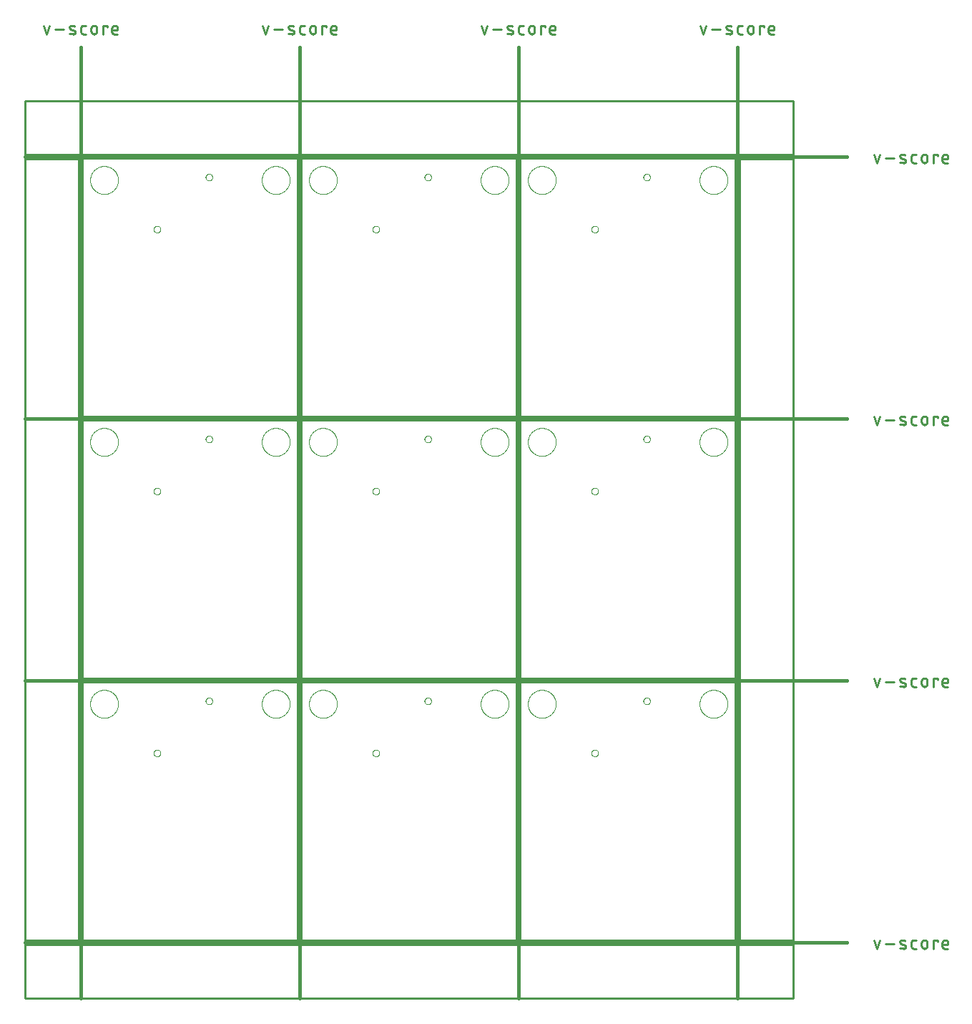
<source format=gko>
G75*
%MOIN*%
%OFA0B0*%
%FSLAX25Y25*%
%IPPOS*%
%LPD*%
%AMOC8*
5,1,8,0,0,1.08239X$1,22.5*
%
%ADD10C,0.00800*%
%ADD11C,0.01500*%
%ADD12C,0.01100*%
%ADD13C,0.01000*%
%ADD14C,0.00000*%
D10*
X0034481Y0028750D02*
X0134481Y0028750D01*
X0134481Y0148750D01*
X0034481Y0148750D01*
X0034481Y0028750D01*
X0136481Y0028750D02*
X0236481Y0028750D01*
X0236481Y0148750D01*
X0136481Y0148750D01*
X0136481Y0028750D01*
X0238481Y0028750D02*
X0338481Y0028750D01*
X0338481Y0148750D01*
X0238481Y0148750D01*
X0238481Y0028750D01*
X0238481Y0150750D02*
X0338481Y0150750D01*
X0338481Y0270750D01*
X0238481Y0270750D01*
X0238481Y0150750D01*
X0236481Y0150750D02*
X0136481Y0150750D01*
X0136481Y0270750D01*
X0236481Y0270750D01*
X0236481Y0150750D01*
X0134481Y0150750D02*
X0034481Y0150750D01*
X0034481Y0270750D01*
X0134481Y0270750D01*
X0134481Y0150750D01*
X0134481Y0272750D02*
X0034481Y0272750D01*
X0034481Y0392750D01*
X0134481Y0392750D01*
X0134481Y0272750D01*
X0136481Y0272750D02*
X0236481Y0272750D01*
X0236481Y0392750D01*
X0136481Y0392750D01*
X0136481Y0272750D01*
X0238481Y0272750D02*
X0338481Y0272750D01*
X0338481Y0392750D01*
X0238481Y0392750D01*
X0238481Y0272750D01*
D11*
X0390481Y0271750D02*
X0007481Y0271750D01*
X0007481Y0149750D02*
X0390481Y0149750D01*
X0390481Y0027750D02*
X0007481Y0027750D01*
X0033481Y0001750D02*
X0033481Y0444750D01*
X0007481Y0393750D02*
X0390481Y0393750D01*
X0339481Y0444750D02*
X0339481Y0001750D01*
X0237481Y0001750D02*
X0237481Y0444750D01*
X0135481Y0444750D02*
X0135481Y0001750D01*
D12*
X0403272Y0028733D02*
X0404583Y0024800D01*
X0405894Y0028733D01*
X0408566Y0027094D02*
X0412499Y0027094D01*
X0415867Y0027094D02*
X0417506Y0026439D01*
X0417558Y0026416D01*
X0417609Y0026389D01*
X0417658Y0026359D01*
X0417705Y0026326D01*
X0417750Y0026290D01*
X0417792Y0026250D01*
X0417831Y0026208D01*
X0417867Y0026164D01*
X0417900Y0026117D01*
X0417930Y0026067D01*
X0417957Y0026016D01*
X0417980Y0025964D01*
X0417999Y0025910D01*
X0418015Y0025854D01*
X0418027Y0025798D01*
X0418035Y0025741D01*
X0418039Y0025684D01*
X0418040Y0025626D01*
X0418036Y0025569D01*
X0418029Y0025512D01*
X0418017Y0025455D01*
X0418002Y0025400D01*
X0417984Y0025345D01*
X0417961Y0025292D01*
X0417935Y0025241D01*
X0417906Y0025192D01*
X0417873Y0025144D01*
X0417837Y0025099D01*
X0417799Y0025057D01*
X0417757Y0025017D01*
X0417713Y0024980D01*
X0417666Y0024946D01*
X0417618Y0024915D01*
X0417567Y0024888D01*
X0417515Y0024864D01*
X0417461Y0024844D01*
X0417406Y0024828D01*
X0417350Y0024815D01*
X0417293Y0024806D01*
X0417235Y0024801D01*
X0417178Y0024800D01*
X0417669Y0028405D02*
X0417562Y0028451D01*
X0417453Y0028494D01*
X0417343Y0028534D01*
X0417231Y0028570D01*
X0417119Y0028602D01*
X0417005Y0028631D01*
X0416891Y0028657D01*
X0416776Y0028678D01*
X0416661Y0028697D01*
X0416544Y0028711D01*
X0416428Y0028722D01*
X0416311Y0028729D01*
X0416194Y0028733D01*
X0416194Y0028734D02*
X0416137Y0028733D01*
X0416079Y0028728D01*
X0416022Y0028719D01*
X0415966Y0028706D01*
X0415911Y0028690D01*
X0415857Y0028670D01*
X0415805Y0028646D01*
X0415754Y0028619D01*
X0415706Y0028588D01*
X0415659Y0028554D01*
X0415615Y0028517D01*
X0415573Y0028477D01*
X0415535Y0028435D01*
X0415499Y0028390D01*
X0415466Y0028342D01*
X0415437Y0028293D01*
X0415411Y0028242D01*
X0415388Y0028189D01*
X0415370Y0028134D01*
X0415355Y0028079D01*
X0415343Y0028022D01*
X0415336Y0027965D01*
X0415332Y0027908D01*
X0415333Y0027850D01*
X0415337Y0027793D01*
X0415345Y0027736D01*
X0415357Y0027680D01*
X0415373Y0027624D01*
X0415392Y0027570D01*
X0415415Y0027518D01*
X0415442Y0027467D01*
X0415472Y0027417D01*
X0415505Y0027370D01*
X0415541Y0027326D01*
X0415580Y0027284D01*
X0415622Y0027244D01*
X0415667Y0027208D01*
X0415714Y0027175D01*
X0415763Y0027145D01*
X0415814Y0027118D01*
X0415866Y0027095D01*
X0415375Y0025128D02*
X0415509Y0025082D01*
X0415644Y0025039D01*
X0415780Y0025000D01*
X0415917Y0024964D01*
X0416054Y0024932D01*
X0416193Y0024903D01*
X0416332Y0024877D01*
X0416472Y0024856D01*
X0416613Y0024837D01*
X0416753Y0024823D01*
X0416895Y0024812D01*
X0417036Y0024804D01*
X0417178Y0024801D01*
X0420719Y0025783D02*
X0420719Y0027750D01*
X0420721Y0027812D01*
X0420727Y0027873D01*
X0420736Y0027934D01*
X0420750Y0027994D01*
X0420767Y0028054D01*
X0420788Y0028112D01*
X0420813Y0028169D01*
X0420841Y0028224D01*
X0420872Y0028277D01*
X0420907Y0028328D01*
X0420945Y0028377D01*
X0420985Y0028423D01*
X0421029Y0028467D01*
X0421075Y0028507D01*
X0421124Y0028545D01*
X0421175Y0028580D01*
X0421228Y0028611D01*
X0421283Y0028639D01*
X0421340Y0028664D01*
X0421398Y0028685D01*
X0421458Y0028702D01*
X0421518Y0028716D01*
X0421579Y0028725D01*
X0421640Y0028731D01*
X0421702Y0028733D01*
X0423014Y0028733D01*
X0425427Y0027422D02*
X0425427Y0026111D01*
X0425429Y0026040D01*
X0425435Y0025969D01*
X0425444Y0025899D01*
X0425458Y0025829D01*
X0425475Y0025760D01*
X0425496Y0025692D01*
X0425520Y0025626D01*
X0425548Y0025561D01*
X0425580Y0025497D01*
X0425615Y0025435D01*
X0425653Y0025375D01*
X0425694Y0025318D01*
X0425739Y0025262D01*
X0425786Y0025209D01*
X0425836Y0025159D01*
X0425889Y0025112D01*
X0425945Y0025067D01*
X0426002Y0025026D01*
X0426062Y0024988D01*
X0426124Y0024953D01*
X0426188Y0024921D01*
X0426253Y0024893D01*
X0426319Y0024869D01*
X0426387Y0024848D01*
X0426456Y0024831D01*
X0426526Y0024817D01*
X0426596Y0024808D01*
X0426667Y0024802D01*
X0426738Y0024800D01*
X0426809Y0024802D01*
X0426880Y0024808D01*
X0426950Y0024817D01*
X0427020Y0024831D01*
X0427089Y0024848D01*
X0427157Y0024869D01*
X0427223Y0024893D01*
X0427288Y0024921D01*
X0427352Y0024953D01*
X0427414Y0024988D01*
X0427474Y0025026D01*
X0427531Y0025067D01*
X0427587Y0025112D01*
X0427640Y0025159D01*
X0427690Y0025209D01*
X0427737Y0025262D01*
X0427782Y0025318D01*
X0427823Y0025375D01*
X0427861Y0025435D01*
X0427896Y0025497D01*
X0427928Y0025561D01*
X0427956Y0025626D01*
X0427980Y0025692D01*
X0428001Y0025760D01*
X0428018Y0025829D01*
X0428032Y0025899D01*
X0428041Y0025969D01*
X0428047Y0026040D01*
X0428049Y0026111D01*
X0428049Y0027422D01*
X0428047Y0027493D01*
X0428041Y0027564D01*
X0428032Y0027634D01*
X0428018Y0027704D01*
X0428001Y0027773D01*
X0427980Y0027841D01*
X0427956Y0027907D01*
X0427928Y0027972D01*
X0427896Y0028036D01*
X0427861Y0028098D01*
X0427823Y0028158D01*
X0427782Y0028215D01*
X0427737Y0028271D01*
X0427690Y0028324D01*
X0427640Y0028374D01*
X0427587Y0028421D01*
X0427531Y0028466D01*
X0427474Y0028507D01*
X0427414Y0028545D01*
X0427352Y0028580D01*
X0427288Y0028612D01*
X0427223Y0028640D01*
X0427157Y0028664D01*
X0427089Y0028685D01*
X0427020Y0028702D01*
X0426950Y0028716D01*
X0426880Y0028725D01*
X0426809Y0028731D01*
X0426738Y0028733D01*
X0426667Y0028731D01*
X0426596Y0028725D01*
X0426526Y0028716D01*
X0426456Y0028702D01*
X0426387Y0028685D01*
X0426319Y0028664D01*
X0426253Y0028640D01*
X0426188Y0028612D01*
X0426124Y0028580D01*
X0426062Y0028545D01*
X0426002Y0028507D01*
X0425945Y0028466D01*
X0425889Y0028421D01*
X0425836Y0028374D01*
X0425786Y0028324D01*
X0425739Y0028271D01*
X0425694Y0028215D01*
X0425653Y0028158D01*
X0425615Y0028098D01*
X0425580Y0028036D01*
X0425548Y0027972D01*
X0425520Y0027907D01*
X0425496Y0027841D01*
X0425475Y0027773D01*
X0425458Y0027704D01*
X0425444Y0027634D01*
X0425435Y0027564D01*
X0425429Y0027493D01*
X0425427Y0027422D01*
X0423014Y0024800D02*
X0421702Y0024800D01*
X0421640Y0024802D01*
X0421579Y0024808D01*
X0421518Y0024817D01*
X0421458Y0024831D01*
X0421398Y0024848D01*
X0421340Y0024869D01*
X0421283Y0024894D01*
X0421228Y0024922D01*
X0421175Y0024953D01*
X0421124Y0024988D01*
X0421075Y0025026D01*
X0421029Y0025066D01*
X0420985Y0025110D01*
X0420945Y0025156D01*
X0420907Y0025205D01*
X0420872Y0025256D01*
X0420841Y0025309D01*
X0420813Y0025364D01*
X0420788Y0025421D01*
X0420767Y0025479D01*
X0420750Y0025539D01*
X0420736Y0025599D01*
X0420727Y0025660D01*
X0420721Y0025721D01*
X0420719Y0025783D01*
X0431016Y0024800D02*
X0431016Y0028733D01*
X0432982Y0028733D01*
X0432982Y0028078D01*
X0435068Y0027422D02*
X0435068Y0025783D01*
X0435070Y0025721D01*
X0435076Y0025660D01*
X0435085Y0025599D01*
X0435099Y0025539D01*
X0435116Y0025479D01*
X0435137Y0025421D01*
X0435162Y0025364D01*
X0435190Y0025309D01*
X0435221Y0025256D01*
X0435256Y0025205D01*
X0435294Y0025156D01*
X0435334Y0025110D01*
X0435378Y0025066D01*
X0435424Y0025026D01*
X0435473Y0024988D01*
X0435524Y0024953D01*
X0435577Y0024922D01*
X0435632Y0024894D01*
X0435689Y0024869D01*
X0435747Y0024848D01*
X0435807Y0024831D01*
X0435867Y0024817D01*
X0435928Y0024808D01*
X0435989Y0024802D01*
X0436051Y0024800D01*
X0437690Y0024800D01*
X0437690Y0026767D02*
X0435068Y0026767D01*
X0435068Y0027422D02*
X0435070Y0027493D01*
X0435076Y0027564D01*
X0435085Y0027634D01*
X0435099Y0027704D01*
X0435116Y0027773D01*
X0435137Y0027841D01*
X0435161Y0027907D01*
X0435189Y0027972D01*
X0435221Y0028036D01*
X0435256Y0028098D01*
X0435294Y0028158D01*
X0435335Y0028215D01*
X0435380Y0028271D01*
X0435427Y0028324D01*
X0435477Y0028374D01*
X0435530Y0028421D01*
X0435586Y0028466D01*
X0435643Y0028507D01*
X0435703Y0028545D01*
X0435765Y0028580D01*
X0435829Y0028612D01*
X0435894Y0028640D01*
X0435960Y0028664D01*
X0436028Y0028685D01*
X0436097Y0028702D01*
X0436167Y0028716D01*
X0436237Y0028725D01*
X0436308Y0028731D01*
X0436379Y0028733D01*
X0436450Y0028731D01*
X0436521Y0028725D01*
X0436591Y0028716D01*
X0436661Y0028702D01*
X0436730Y0028685D01*
X0436798Y0028664D01*
X0436864Y0028640D01*
X0436929Y0028612D01*
X0436993Y0028580D01*
X0437055Y0028545D01*
X0437115Y0028507D01*
X0437172Y0028466D01*
X0437228Y0028421D01*
X0437281Y0028374D01*
X0437331Y0028324D01*
X0437378Y0028271D01*
X0437423Y0028215D01*
X0437464Y0028158D01*
X0437502Y0028098D01*
X0437537Y0028036D01*
X0437569Y0027972D01*
X0437597Y0027907D01*
X0437621Y0027841D01*
X0437642Y0027773D01*
X0437659Y0027704D01*
X0437673Y0027634D01*
X0437682Y0027564D01*
X0437688Y0027493D01*
X0437690Y0027422D01*
X0437690Y0026767D01*
X0437690Y0146800D02*
X0436051Y0146800D01*
X0435989Y0146802D01*
X0435928Y0146808D01*
X0435867Y0146817D01*
X0435807Y0146831D01*
X0435747Y0146848D01*
X0435689Y0146869D01*
X0435632Y0146894D01*
X0435577Y0146922D01*
X0435524Y0146953D01*
X0435473Y0146988D01*
X0435424Y0147026D01*
X0435378Y0147066D01*
X0435334Y0147110D01*
X0435294Y0147156D01*
X0435256Y0147205D01*
X0435221Y0147256D01*
X0435190Y0147309D01*
X0435162Y0147364D01*
X0435137Y0147421D01*
X0435116Y0147479D01*
X0435099Y0147539D01*
X0435085Y0147599D01*
X0435076Y0147660D01*
X0435070Y0147721D01*
X0435068Y0147783D01*
X0435068Y0149422D01*
X0435068Y0148767D02*
X0437690Y0148767D01*
X0437690Y0149422D01*
X0437688Y0149493D01*
X0437682Y0149564D01*
X0437673Y0149634D01*
X0437659Y0149704D01*
X0437642Y0149773D01*
X0437621Y0149841D01*
X0437597Y0149907D01*
X0437569Y0149972D01*
X0437537Y0150036D01*
X0437502Y0150098D01*
X0437464Y0150158D01*
X0437423Y0150215D01*
X0437378Y0150271D01*
X0437331Y0150324D01*
X0437281Y0150374D01*
X0437228Y0150421D01*
X0437172Y0150466D01*
X0437115Y0150507D01*
X0437055Y0150545D01*
X0436993Y0150580D01*
X0436929Y0150612D01*
X0436864Y0150640D01*
X0436798Y0150664D01*
X0436730Y0150685D01*
X0436661Y0150702D01*
X0436591Y0150716D01*
X0436521Y0150725D01*
X0436450Y0150731D01*
X0436379Y0150733D01*
X0436308Y0150731D01*
X0436237Y0150725D01*
X0436167Y0150716D01*
X0436097Y0150702D01*
X0436028Y0150685D01*
X0435960Y0150664D01*
X0435894Y0150640D01*
X0435829Y0150612D01*
X0435765Y0150580D01*
X0435703Y0150545D01*
X0435643Y0150507D01*
X0435586Y0150466D01*
X0435530Y0150421D01*
X0435477Y0150374D01*
X0435427Y0150324D01*
X0435380Y0150271D01*
X0435335Y0150215D01*
X0435294Y0150158D01*
X0435256Y0150098D01*
X0435221Y0150036D01*
X0435189Y0149972D01*
X0435161Y0149907D01*
X0435137Y0149841D01*
X0435116Y0149773D01*
X0435099Y0149704D01*
X0435085Y0149634D01*
X0435076Y0149564D01*
X0435070Y0149493D01*
X0435068Y0149422D01*
X0432982Y0150078D02*
X0432982Y0150733D01*
X0431016Y0150733D01*
X0431016Y0146800D01*
X0428049Y0148111D02*
X0428049Y0149422D01*
X0428047Y0149493D01*
X0428041Y0149564D01*
X0428032Y0149634D01*
X0428018Y0149704D01*
X0428001Y0149773D01*
X0427980Y0149841D01*
X0427956Y0149907D01*
X0427928Y0149972D01*
X0427896Y0150036D01*
X0427861Y0150098D01*
X0427823Y0150158D01*
X0427782Y0150215D01*
X0427737Y0150271D01*
X0427690Y0150324D01*
X0427640Y0150374D01*
X0427587Y0150421D01*
X0427531Y0150466D01*
X0427474Y0150507D01*
X0427414Y0150545D01*
X0427352Y0150580D01*
X0427288Y0150612D01*
X0427223Y0150640D01*
X0427157Y0150664D01*
X0427089Y0150685D01*
X0427020Y0150702D01*
X0426950Y0150716D01*
X0426880Y0150725D01*
X0426809Y0150731D01*
X0426738Y0150733D01*
X0426667Y0150731D01*
X0426596Y0150725D01*
X0426526Y0150716D01*
X0426456Y0150702D01*
X0426387Y0150685D01*
X0426319Y0150664D01*
X0426253Y0150640D01*
X0426188Y0150612D01*
X0426124Y0150580D01*
X0426062Y0150545D01*
X0426002Y0150507D01*
X0425945Y0150466D01*
X0425889Y0150421D01*
X0425836Y0150374D01*
X0425786Y0150324D01*
X0425739Y0150271D01*
X0425694Y0150215D01*
X0425653Y0150158D01*
X0425615Y0150098D01*
X0425580Y0150036D01*
X0425548Y0149972D01*
X0425520Y0149907D01*
X0425496Y0149841D01*
X0425475Y0149773D01*
X0425458Y0149704D01*
X0425444Y0149634D01*
X0425435Y0149564D01*
X0425429Y0149493D01*
X0425427Y0149422D01*
X0425427Y0148111D01*
X0425429Y0148040D01*
X0425435Y0147969D01*
X0425444Y0147899D01*
X0425458Y0147829D01*
X0425475Y0147760D01*
X0425496Y0147692D01*
X0425520Y0147626D01*
X0425548Y0147561D01*
X0425580Y0147497D01*
X0425615Y0147435D01*
X0425653Y0147375D01*
X0425694Y0147318D01*
X0425739Y0147262D01*
X0425786Y0147209D01*
X0425836Y0147159D01*
X0425889Y0147112D01*
X0425945Y0147067D01*
X0426002Y0147026D01*
X0426062Y0146988D01*
X0426124Y0146953D01*
X0426188Y0146921D01*
X0426253Y0146893D01*
X0426319Y0146869D01*
X0426387Y0146848D01*
X0426456Y0146831D01*
X0426526Y0146817D01*
X0426596Y0146808D01*
X0426667Y0146802D01*
X0426738Y0146800D01*
X0426809Y0146802D01*
X0426880Y0146808D01*
X0426950Y0146817D01*
X0427020Y0146831D01*
X0427089Y0146848D01*
X0427157Y0146869D01*
X0427223Y0146893D01*
X0427288Y0146921D01*
X0427352Y0146953D01*
X0427414Y0146988D01*
X0427474Y0147026D01*
X0427531Y0147067D01*
X0427587Y0147112D01*
X0427640Y0147159D01*
X0427690Y0147209D01*
X0427737Y0147262D01*
X0427782Y0147318D01*
X0427823Y0147375D01*
X0427861Y0147435D01*
X0427896Y0147497D01*
X0427928Y0147561D01*
X0427956Y0147626D01*
X0427980Y0147692D01*
X0428001Y0147760D01*
X0428018Y0147829D01*
X0428032Y0147899D01*
X0428041Y0147969D01*
X0428047Y0148040D01*
X0428049Y0148111D01*
X0423014Y0146800D02*
X0421702Y0146800D01*
X0421640Y0146802D01*
X0421579Y0146808D01*
X0421518Y0146817D01*
X0421458Y0146831D01*
X0421398Y0146848D01*
X0421340Y0146869D01*
X0421283Y0146894D01*
X0421228Y0146922D01*
X0421175Y0146953D01*
X0421124Y0146988D01*
X0421075Y0147026D01*
X0421029Y0147066D01*
X0420985Y0147110D01*
X0420945Y0147156D01*
X0420907Y0147205D01*
X0420872Y0147256D01*
X0420841Y0147309D01*
X0420813Y0147364D01*
X0420788Y0147421D01*
X0420767Y0147479D01*
X0420750Y0147539D01*
X0420736Y0147599D01*
X0420727Y0147660D01*
X0420721Y0147721D01*
X0420719Y0147783D01*
X0420719Y0149750D01*
X0420721Y0149812D01*
X0420727Y0149873D01*
X0420736Y0149934D01*
X0420750Y0149994D01*
X0420767Y0150054D01*
X0420788Y0150112D01*
X0420813Y0150169D01*
X0420841Y0150224D01*
X0420872Y0150277D01*
X0420907Y0150328D01*
X0420945Y0150377D01*
X0420985Y0150423D01*
X0421029Y0150467D01*
X0421075Y0150507D01*
X0421124Y0150545D01*
X0421175Y0150580D01*
X0421228Y0150611D01*
X0421283Y0150639D01*
X0421340Y0150664D01*
X0421398Y0150685D01*
X0421458Y0150702D01*
X0421518Y0150716D01*
X0421579Y0150725D01*
X0421640Y0150731D01*
X0421702Y0150733D01*
X0423014Y0150733D01*
X0417506Y0148439D02*
X0415867Y0149094D01*
X0415866Y0149095D02*
X0415814Y0149118D01*
X0415763Y0149145D01*
X0415714Y0149175D01*
X0415667Y0149208D01*
X0415622Y0149244D01*
X0415580Y0149284D01*
X0415541Y0149326D01*
X0415505Y0149370D01*
X0415472Y0149417D01*
X0415442Y0149467D01*
X0415415Y0149518D01*
X0415392Y0149570D01*
X0415373Y0149624D01*
X0415357Y0149680D01*
X0415345Y0149736D01*
X0415337Y0149793D01*
X0415333Y0149850D01*
X0415332Y0149908D01*
X0415336Y0149965D01*
X0415343Y0150022D01*
X0415355Y0150079D01*
X0415370Y0150134D01*
X0415388Y0150189D01*
X0415411Y0150242D01*
X0415437Y0150293D01*
X0415466Y0150342D01*
X0415499Y0150390D01*
X0415535Y0150435D01*
X0415573Y0150477D01*
X0415615Y0150517D01*
X0415659Y0150554D01*
X0415706Y0150588D01*
X0415754Y0150619D01*
X0415805Y0150646D01*
X0415857Y0150670D01*
X0415911Y0150690D01*
X0415966Y0150706D01*
X0416022Y0150719D01*
X0416079Y0150728D01*
X0416137Y0150733D01*
X0416194Y0150734D01*
X0415375Y0147128D02*
X0415509Y0147082D01*
X0415644Y0147039D01*
X0415780Y0147000D01*
X0415917Y0146964D01*
X0416054Y0146932D01*
X0416193Y0146903D01*
X0416332Y0146877D01*
X0416472Y0146856D01*
X0416613Y0146837D01*
X0416753Y0146823D01*
X0416895Y0146812D01*
X0417036Y0146804D01*
X0417178Y0146801D01*
X0417178Y0146800D02*
X0417235Y0146801D01*
X0417293Y0146806D01*
X0417350Y0146815D01*
X0417406Y0146828D01*
X0417461Y0146844D01*
X0417515Y0146864D01*
X0417567Y0146888D01*
X0417618Y0146915D01*
X0417666Y0146946D01*
X0417713Y0146980D01*
X0417757Y0147017D01*
X0417799Y0147057D01*
X0417837Y0147099D01*
X0417873Y0147144D01*
X0417906Y0147192D01*
X0417935Y0147241D01*
X0417961Y0147292D01*
X0417984Y0147345D01*
X0418002Y0147400D01*
X0418017Y0147455D01*
X0418029Y0147512D01*
X0418036Y0147569D01*
X0418040Y0147626D01*
X0418039Y0147684D01*
X0418035Y0147741D01*
X0418027Y0147798D01*
X0418015Y0147854D01*
X0417999Y0147910D01*
X0417980Y0147964D01*
X0417957Y0148016D01*
X0417930Y0148067D01*
X0417900Y0148117D01*
X0417867Y0148164D01*
X0417831Y0148208D01*
X0417792Y0148250D01*
X0417750Y0148290D01*
X0417705Y0148326D01*
X0417658Y0148359D01*
X0417609Y0148389D01*
X0417558Y0148416D01*
X0417506Y0148439D01*
X0417669Y0150405D02*
X0417562Y0150451D01*
X0417453Y0150494D01*
X0417343Y0150534D01*
X0417231Y0150570D01*
X0417119Y0150602D01*
X0417005Y0150631D01*
X0416891Y0150657D01*
X0416776Y0150678D01*
X0416661Y0150697D01*
X0416544Y0150711D01*
X0416428Y0150722D01*
X0416311Y0150729D01*
X0416194Y0150733D01*
X0412499Y0149094D02*
X0408566Y0149094D01*
X0405894Y0150733D02*
X0404583Y0146800D01*
X0403272Y0150733D01*
X0404583Y0268800D02*
X0405894Y0272733D01*
X0403272Y0272733D02*
X0404583Y0268800D01*
X0408566Y0271094D02*
X0412499Y0271094D01*
X0415867Y0271094D02*
X0417506Y0270439D01*
X0417558Y0270416D01*
X0417609Y0270389D01*
X0417658Y0270359D01*
X0417705Y0270326D01*
X0417750Y0270290D01*
X0417792Y0270250D01*
X0417831Y0270208D01*
X0417867Y0270164D01*
X0417900Y0270117D01*
X0417930Y0270067D01*
X0417957Y0270016D01*
X0417980Y0269964D01*
X0417999Y0269910D01*
X0418015Y0269854D01*
X0418027Y0269798D01*
X0418035Y0269741D01*
X0418039Y0269684D01*
X0418040Y0269626D01*
X0418036Y0269569D01*
X0418029Y0269512D01*
X0418017Y0269455D01*
X0418002Y0269400D01*
X0417984Y0269345D01*
X0417961Y0269292D01*
X0417935Y0269241D01*
X0417906Y0269192D01*
X0417873Y0269144D01*
X0417837Y0269099D01*
X0417799Y0269057D01*
X0417757Y0269017D01*
X0417713Y0268980D01*
X0417666Y0268946D01*
X0417618Y0268915D01*
X0417567Y0268888D01*
X0417515Y0268864D01*
X0417461Y0268844D01*
X0417406Y0268828D01*
X0417350Y0268815D01*
X0417293Y0268806D01*
X0417235Y0268801D01*
X0417178Y0268800D01*
X0417669Y0272405D02*
X0417562Y0272451D01*
X0417453Y0272494D01*
X0417343Y0272534D01*
X0417231Y0272570D01*
X0417119Y0272602D01*
X0417005Y0272631D01*
X0416891Y0272657D01*
X0416776Y0272678D01*
X0416661Y0272697D01*
X0416544Y0272711D01*
X0416428Y0272722D01*
X0416311Y0272729D01*
X0416194Y0272733D01*
X0416194Y0272734D02*
X0416137Y0272733D01*
X0416079Y0272728D01*
X0416022Y0272719D01*
X0415966Y0272706D01*
X0415911Y0272690D01*
X0415857Y0272670D01*
X0415805Y0272646D01*
X0415754Y0272619D01*
X0415706Y0272588D01*
X0415659Y0272554D01*
X0415615Y0272517D01*
X0415573Y0272477D01*
X0415535Y0272435D01*
X0415499Y0272390D01*
X0415466Y0272342D01*
X0415437Y0272293D01*
X0415411Y0272242D01*
X0415388Y0272189D01*
X0415370Y0272134D01*
X0415355Y0272079D01*
X0415343Y0272022D01*
X0415336Y0271965D01*
X0415332Y0271908D01*
X0415333Y0271850D01*
X0415337Y0271793D01*
X0415345Y0271736D01*
X0415357Y0271680D01*
X0415373Y0271624D01*
X0415392Y0271570D01*
X0415415Y0271518D01*
X0415442Y0271467D01*
X0415472Y0271417D01*
X0415505Y0271370D01*
X0415541Y0271326D01*
X0415580Y0271284D01*
X0415622Y0271244D01*
X0415667Y0271208D01*
X0415714Y0271175D01*
X0415763Y0271145D01*
X0415814Y0271118D01*
X0415866Y0271095D01*
X0415375Y0269128D02*
X0415509Y0269082D01*
X0415644Y0269039D01*
X0415780Y0269000D01*
X0415917Y0268964D01*
X0416054Y0268932D01*
X0416193Y0268903D01*
X0416332Y0268877D01*
X0416472Y0268856D01*
X0416613Y0268837D01*
X0416753Y0268823D01*
X0416895Y0268812D01*
X0417036Y0268804D01*
X0417178Y0268801D01*
X0420719Y0269783D02*
X0420719Y0271750D01*
X0420721Y0271812D01*
X0420727Y0271873D01*
X0420736Y0271934D01*
X0420750Y0271994D01*
X0420767Y0272054D01*
X0420788Y0272112D01*
X0420813Y0272169D01*
X0420841Y0272224D01*
X0420872Y0272277D01*
X0420907Y0272328D01*
X0420945Y0272377D01*
X0420985Y0272423D01*
X0421029Y0272467D01*
X0421075Y0272507D01*
X0421124Y0272545D01*
X0421175Y0272580D01*
X0421228Y0272611D01*
X0421283Y0272639D01*
X0421340Y0272664D01*
X0421398Y0272685D01*
X0421458Y0272702D01*
X0421518Y0272716D01*
X0421579Y0272725D01*
X0421640Y0272731D01*
X0421702Y0272733D01*
X0423014Y0272733D01*
X0425427Y0271422D02*
X0425427Y0270111D01*
X0425429Y0270040D01*
X0425435Y0269969D01*
X0425444Y0269899D01*
X0425458Y0269829D01*
X0425475Y0269760D01*
X0425496Y0269692D01*
X0425520Y0269626D01*
X0425548Y0269561D01*
X0425580Y0269497D01*
X0425615Y0269435D01*
X0425653Y0269375D01*
X0425694Y0269318D01*
X0425739Y0269262D01*
X0425786Y0269209D01*
X0425836Y0269159D01*
X0425889Y0269112D01*
X0425945Y0269067D01*
X0426002Y0269026D01*
X0426062Y0268988D01*
X0426124Y0268953D01*
X0426188Y0268921D01*
X0426253Y0268893D01*
X0426319Y0268869D01*
X0426387Y0268848D01*
X0426456Y0268831D01*
X0426526Y0268817D01*
X0426596Y0268808D01*
X0426667Y0268802D01*
X0426738Y0268800D01*
X0426809Y0268802D01*
X0426880Y0268808D01*
X0426950Y0268817D01*
X0427020Y0268831D01*
X0427089Y0268848D01*
X0427157Y0268869D01*
X0427223Y0268893D01*
X0427288Y0268921D01*
X0427352Y0268953D01*
X0427414Y0268988D01*
X0427474Y0269026D01*
X0427531Y0269067D01*
X0427587Y0269112D01*
X0427640Y0269159D01*
X0427690Y0269209D01*
X0427737Y0269262D01*
X0427782Y0269318D01*
X0427823Y0269375D01*
X0427861Y0269435D01*
X0427896Y0269497D01*
X0427928Y0269561D01*
X0427956Y0269626D01*
X0427980Y0269692D01*
X0428001Y0269760D01*
X0428018Y0269829D01*
X0428032Y0269899D01*
X0428041Y0269969D01*
X0428047Y0270040D01*
X0428049Y0270111D01*
X0428049Y0271422D01*
X0428047Y0271493D01*
X0428041Y0271564D01*
X0428032Y0271634D01*
X0428018Y0271704D01*
X0428001Y0271773D01*
X0427980Y0271841D01*
X0427956Y0271907D01*
X0427928Y0271972D01*
X0427896Y0272036D01*
X0427861Y0272098D01*
X0427823Y0272158D01*
X0427782Y0272215D01*
X0427737Y0272271D01*
X0427690Y0272324D01*
X0427640Y0272374D01*
X0427587Y0272421D01*
X0427531Y0272466D01*
X0427474Y0272507D01*
X0427414Y0272545D01*
X0427352Y0272580D01*
X0427288Y0272612D01*
X0427223Y0272640D01*
X0427157Y0272664D01*
X0427089Y0272685D01*
X0427020Y0272702D01*
X0426950Y0272716D01*
X0426880Y0272725D01*
X0426809Y0272731D01*
X0426738Y0272733D01*
X0426667Y0272731D01*
X0426596Y0272725D01*
X0426526Y0272716D01*
X0426456Y0272702D01*
X0426387Y0272685D01*
X0426319Y0272664D01*
X0426253Y0272640D01*
X0426188Y0272612D01*
X0426124Y0272580D01*
X0426062Y0272545D01*
X0426002Y0272507D01*
X0425945Y0272466D01*
X0425889Y0272421D01*
X0425836Y0272374D01*
X0425786Y0272324D01*
X0425739Y0272271D01*
X0425694Y0272215D01*
X0425653Y0272158D01*
X0425615Y0272098D01*
X0425580Y0272036D01*
X0425548Y0271972D01*
X0425520Y0271907D01*
X0425496Y0271841D01*
X0425475Y0271773D01*
X0425458Y0271704D01*
X0425444Y0271634D01*
X0425435Y0271564D01*
X0425429Y0271493D01*
X0425427Y0271422D01*
X0423014Y0268800D02*
X0421702Y0268800D01*
X0421640Y0268802D01*
X0421579Y0268808D01*
X0421518Y0268817D01*
X0421458Y0268831D01*
X0421398Y0268848D01*
X0421340Y0268869D01*
X0421283Y0268894D01*
X0421228Y0268922D01*
X0421175Y0268953D01*
X0421124Y0268988D01*
X0421075Y0269026D01*
X0421029Y0269066D01*
X0420985Y0269110D01*
X0420945Y0269156D01*
X0420907Y0269205D01*
X0420872Y0269256D01*
X0420841Y0269309D01*
X0420813Y0269364D01*
X0420788Y0269421D01*
X0420767Y0269479D01*
X0420750Y0269539D01*
X0420736Y0269599D01*
X0420727Y0269660D01*
X0420721Y0269721D01*
X0420719Y0269783D01*
X0431016Y0268800D02*
X0431016Y0272733D01*
X0432982Y0272733D01*
X0432982Y0272078D01*
X0435068Y0271422D02*
X0435068Y0269783D01*
X0435070Y0269721D01*
X0435076Y0269660D01*
X0435085Y0269599D01*
X0435099Y0269539D01*
X0435116Y0269479D01*
X0435137Y0269421D01*
X0435162Y0269364D01*
X0435190Y0269309D01*
X0435221Y0269256D01*
X0435256Y0269205D01*
X0435294Y0269156D01*
X0435334Y0269110D01*
X0435378Y0269066D01*
X0435424Y0269026D01*
X0435473Y0268988D01*
X0435524Y0268953D01*
X0435577Y0268922D01*
X0435632Y0268894D01*
X0435689Y0268869D01*
X0435747Y0268848D01*
X0435807Y0268831D01*
X0435867Y0268817D01*
X0435928Y0268808D01*
X0435989Y0268802D01*
X0436051Y0268800D01*
X0437690Y0268800D01*
X0437690Y0270767D02*
X0435068Y0270767D01*
X0435068Y0271422D02*
X0435070Y0271493D01*
X0435076Y0271564D01*
X0435085Y0271634D01*
X0435099Y0271704D01*
X0435116Y0271773D01*
X0435137Y0271841D01*
X0435161Y0271907D01*
X0435189Y0271972D01*
X0435221Y0272036D01*
X0435256Y0272098D01*
X0435294Y0272158D01*
X0435335Y0272215D01*
X0435380Y0272271D01*
X0435427Y0272324D01*
X0435477Y0272374D01*
X0435530Y0272421D01*
X0435586Y0272466D01*
X0435643Y0272507D01*
X0435703Y0272545D01*
X0435765Y0272580D01*
X0435829Y0272612D01*
X0435894Y0272640D01*
X0435960Y0272664D01*
X0436028Y0272685D01*
X0436097Y0272702D01*
X0436167Y0272716D01*
X0436237Y0272725D01*
X0436308Y0272731D01*
X0436379Y0272733D01*
X0436450Y0272731D01*
X0436521Y0272725D01*
X0436591Y0272716D01*
X0436661Y0272702D01*
X0436730Y0272685D01*
X0436798Y0272664D01*
X0436864Y0272640D01*
X0436929Y0272612D01*
X0436993Y0272580D01*
X0437055Y0272545D01*
X0437115Y0272507D01*
X0437172Y0272466D01*
X0437228Y0272421D01*
X0437281Y0272374D01*
X0437331Y0272324D01*
X0437378Y0272271D01*
X0437423Y0272215D01*
X0437464Y0272158D01*
X0437502Y0272098D01*
X0437537Y0272036D01*
X0437569Y0271972D01*
X0437597Y0271907D01*
X0437621Y0271841D01*
X0437642Y0271773D01*
X0437659Y0271704D01*
X0437673Y0271634D01*
X0437682Y0271564D01*
X0437688Y0271493D01*
X0437690Y0271422D01*
X0437690Y0270767D01*
X0437690Y0390800D02*
X0436051Y0390800D01*
X0435989Y0390802D01*
X0435928Y0390808D01*
X0435867Y0390817D01*
X0435807Y0390831D01*
X0435747Y0390848D01*
X0435689Y0390869D01*
X0435632Y0390894D01*
X0435577Y0390922D01*
X0435524Y0390953D01*
X0435473Y0390988D01*
X0435424Y0391026D01*
X0435378Y0391066D01*
X0435334Y0391110D01*
X0435294Y0391156D01*
X0435256Y0391205D01*
X0435221Y0391256D01*
X0435190Y0391309D01*
X0435162Y0391364D01*
X0435137Y0391421D01*
X0435116Y0391479D01*
X0435099Y0391539D01*
X0435085Y0391599D01*
X0435076Y0391660D01*
X0435070Y0391721D01*
X0435068Y0391783D01*
X0435068Y0393422D01*
X0435068Y0392767D02*
X0437690Y0392767D01*
X0437690Y0393422D01*
X0437688Y0393493D01*
X0437682Y0393564D01*
X0437673Y0393634D01*
X0437659Y0393704D01*
X0437642Y0393773D01*
X0437621Y0393841D01*
X0437597Y0393907D01*
X0437569Y0393972D01*
X0437537Y0394036D01*
X0437502Y0394098D01*
X0437464Y0394158D01*
X0437423Y0394215D01*
X0437378Y0394271D01*
X0437331Y0394324D01*
X0437281Y0394374D01*
X0437228Y0394421D01*
X0437172Y0394466D01*
X0437115Y0394507D01*
X0437055Y0394545D01*
X0436993Y0394580D01*
X0436929Y0394612D01*
X0436864Y0394640D01*
X0436798Y0394664D01*
X0436730Y0394685D01*
X0436661Y0394702D01*
X0436591Y0394716D01*
X0436521Y0394725D01*
X0436450Y0394731D01*
X0436379Y0394733D01*
X0436308Y0394731D01*
X0436237Y0394725D01*
X0436167Y0394716D01*
X0436097Y0394702D01*
X0436028Y0394685D01*
X0435960Y0394664D01*
X0435894Y0394640D01*
X0435829Y0394612D01*
X0435765Y0394580D01*
X0435703Y0394545D01*
X0435643Y0394507D01*
X0435586Y0394466D01*
X0435530Y0394421D01*
X0435477Y0394374D01*
X0435427Y0394324D01*
X0435380Y0394271D01*
X0435335Y0394215D01*
X0435294Y0394158D01*
X0435256Y0394098D01*
X0435221Y0394036D01*
X0435189Y0393972D01*
X0435161Y0393907D01*
X0435137Y0393841D01*
X0435116Y0393773D01*
X0435099Y0393704D01*
X0435085Y0393634D01*
X0435076Y0393564D01*
X0435070Y0393493D01*
X0435068Y0393422D01*
X0432982Y0394078D02*
X0432982Y0394733D01*
X0431016Y0394733D01*
X0431016Y0390800D01*
X0428049Y0392111D02*
X0428049Y0393422D01*
X0428047Y0393493D01*
X0428041Y0393564D01*
X0428032Y0393634D01*
X0428018Y0393704D01*
X0428001Y0393773D01*
X0427980Y0393841D01*
X0427956Y0393907D01*
X0427928Y0393972D01*
X0427896Y0394036D01*
X0427861Y0394098D01*
X0427823Y0394158D01*
X0427782Y0394215D01*
X0427737Y0394271D01*
X0427690Y0394324D01*
X0427640Y0394374D01*
X0427587Y0394421D01*
X0427531Y0394466D01*
X0427474Y0394507D01*
X0427414Y0394545D01*
X0427352Y0394580D01*
X0427288Y0394612D01*
X0427223Y0394640D01*
X0427157Y0394664D01*
X0427089Y0394685D01*
X0427020Y0394702D01*
X0426950Y0394716D01*
X0426880Y0394725D01*
X0426809Y0394731D01*
X0426738Y0394733D01*
X0426667Y0394731D01*
X0426596Y0394725D01*
X0426526Y0394716D01*
X0426456Y0394702D01*
X0426387Y0394685D01*
X0426319Y0394664D01*
X0426253Y0394640D01*
X0426188Y0394612D01*
X0426124Y0394580D01*
X0426062Y0394545D01*
X0426002Y0394507D01*
X0425945Y0394466D01*
X0425889Y0394421D01*
X0425836Y0394374D01*
X0425786Y0394324D01*
X0425739Y0394271D01*
X0425694Y0394215D01*
X0425653Y0394158D01*
X0425615Y0394098D01*
X0425580Y0394036D01*
X0425548Y0393972D01*
X0425520Y0393907D01*
X0425496Y0393841D01*
X0425475Y0393773D01*
X0425458Y0393704D01*
X0425444Y0393634D01*
X0425435Y0393564D01*
X0425429Y0393493D01*
X0425427Y0393422D01*
X0425427Y0392111D01*
X0425429Y0392040D01*
X0425435Y0391969D01*
X0425444Y0391899D01*
X0425458Y0391829D01*
X0425475Y0391760D01*
X0425496Y0391692D01*
X0425520Y0391626D01*
X0425548Y0391561D01*
X0425580Y0391497D01*
X0425615Y0391435D01*
X0425653Y0391375D01*
X0425694Y0391318D01*
X0425739Y0391262D01*
X0425786Y0391209D01*
X0425836Y0391159D01*
X0425889Y0391112D01*
X0425945Y0391067D01*
X0426002Y0391026D01*
X0426062Y0390988D01*
X0426124Y0390953D01*
X0426188Y0390921D01*
X0426253Y0390893D01*
X0426319Y0390869D01*
X0426387Y0390848D01*
X0426456Y0390831D01*
X0426526Y0390817D01*
X0426596Y0390808D01*
X0426667Y0390802D01*
X0426738Y0390800D01*
X0426809Y0390802D01*
X0426880Y0390808D01*
X0426950Y0390817D01*
X0427020Y0390831D01*
X0427089Y0390848D01*
X0427157Y0390869D01*
X0427223Y0390893D01*
X0427288Y0390921D01*
X0427352Y0390953D01*
X0427414Y0390988D01*
X0427474Y0391026D01*
X0427531Y0391067D01*
X0427587Y0391112D01*
X0427640Y0391159D01*
X0427690Y0391209D01*
X0427737Y0391262D01*
X0427782Y0391318D01*
X0427823Y0391375D01*
X0427861Y0391435D01*
X0427896Y0391497D01*
X0427928Y0391561D01*
X0427956Y0391626D01*
X0427980Y0391692D01*
X0428001Y0391760D01*
X0428018Y0391829D01*
X0428032Y0391899D01*
X0428041Y0391969D01*
X0428047Y0392040D01*
X0428049Y0392111D01*
X0423014Y0390800D02*
X0421702Y0390800D01*
X0421640Y0390802D01*
X0421579Y0390808D01*
X0421518Y0390817D01*
X0421458Y0390831D01*
X0421398Y0390848D01*
X0421340Y0390869D01*
X0421283Y0390894D01*
X0421228Y0390922D01*
X0421175Y0390953D01*
X0421124Y0390988D01*
X0421075Y0391026D01*
X0421029Y0391066D01*
X0420985Y0391110D01*
X0420945Y0391156D01*
X0420907Y0391205D01*
X0420872Y0391256D01*
X0420841Y0391309D01*
X0420813Y0391364D01*
X0420788Y0391421D01*
X0420767Y0391479D01*
X0420750Y0391539D01*
X0420736Y0391599D01*
X0420727Y0391660D01*
X0420721Y0391721D01*
X0420719Y0391783D01*
X0420719Y0393750D01*
X0420721Y0393812D01*
X0420727Y0393873D01*
X0420736Y0393934D01*
X0420750Y0393994D01*
X0420767Y0394054D01*
X0420788Y0394112D01*
X0420813Y0394169D01*
X0420841Y0394224D01*
X0420872Y0394277D01*
X0420907Y0394328D01*
X0420945Y0394377D01*
X0420985Y0394423D01*
X0421029Y0394467D01*
X0421075Y0394507D01*
X0421124Y0394545D01*
X0421175Y0394580D01*
X0421228Y0394611D01*
X0421283Y0394639D01*
X0421340Y0394664D01*
X0421398Y0394685D01*
X0421458Y0394702D01*
X0421518Y0394716D01*
X0421579Y0394725D01*
X0421640Y0394731D01*
X0421702Y0394733D01*
X0423014Y0394733D01*
X0417506Y0392439D02*
X0415867Y0393094D01*
X0415866Y0393095D02*
X0415814Y0393118D01*
X0415763Y0393145D01*
X0415714Y0393175D01*
X0415667Y0393208D01*
X0415622Y0393244D01*
X0415580Y0393284D01*
X0415541Y0393326D01*
X0415505Y0393370D01*
X0415472Y0393417D01*
X0415442Y0393467D01*
X0415415Y0393518D01*
X0415392Y0393570D01*
X0415373Y0393624D01*
X0415357Y0393680D01*
X0415345Y0393736D01*
X0415337Y0393793D01*
X0415333Y0393850D01*
X0415332Y0393908D01*
X0415336Y0393965D01*
X0415343Y0394022D01*
X0415355Y0394079D01*
X0415370Y0394134D01*
X0415388Y0394189D01*
X0415411Y0394242D01*
X0415437Y0394293D01*
X0415466Y0394342D01*
X0415499Y0394390D01*
X0415535Y0394435D01*
X0415573Y0394477D01*
X0415615Y0394517D01*
X0415659Y0394554D01*
X0415706Y0394588D01*
X0415754Y0394619D01*
X0415805Y0394646D01*
X0415857Y0394670D01*
X0415911Y0394690D01*
X0415966Y0394706D01*
X0416022Y0394719D01*
X0416079Y0394728D01*
X0416137Y0394733D01*
X0416194Y0394734D01*
X0415375Y0391128D02*
X0415509Y0391082D01*
X0415644Y0391039D01*
X0415780Y0391000D01*
X0415917Y0390964D01*
X0416054Y0390932D01*
X0416193Y0390903D01*
X0416332Y0390877D01*
X0416472Y0390856D01*
X0416613Y0390837D01*
X0416753Y0390823D01*
X0416895Y0390812D01*
X0417036Y0390804D01*
X0417178Y0390801D01*
X0417178Y0390800D02*
X0417235Y0390801D01*
X0417293Y0390806D01*
X0417350Y0390815D01*
X0417406Y0390828D01*
X0417461Y0390844D01*
X0417515Y0390864D01*
X0417567Y0390888D01*
X0417618Y0390915D01*
X0417666Y0390946D01*
X0417713Y0390980D01*
X0417757Y0391017D01*
X0417799Y0391057D01*
X0417837Y0391099D01*
X0417873Y0391144D01*
X0417906Y0391192D01*
X0417935Y0391241D01*
X0417961Y0391292D01*
X0417984Y0391345D01*
X0418002Y0391400D01*
X0418017Y0391455D01*
X0418029Y0391512D01*
X0418036Y0391569D01*
X0418040Y0391626D01*
X0418039Y0391684D01*
X0418035Y0391741D01*
X0418027Y0391798D01*
X0418015Y0391854D01*
X0417999Y0391910D01*
X0417980Y0391964D01*
X0417957Y0392016D01*
X0417930Y0392067D01*
X0417900Y0392117D01*
X0417867Y0392164D01*
X0417831Y0392208D01*
X0417792Y0392250D01*
X0417750Y0392290D01*
X0417705Y0392326D01*
X0417658Y0392359D01*
X0417609Y0392389D01*
X0417558Y0392416D01*
X0417506Y0392439D01*
X0417669Y0394405D02*
X0417562Y0394451D01*
X0417453Y0394494D01*
X0417343Y0394534D01*
X0417231Y0394570D01*
X0417119Y0394602D01*
X0417005Y0394631D01*
X0416891Y0394657D01*
X0416776Y0394678D01*
X0416661Y0394697D01*
X0416544Y0394711D01*
X0416428Y0394722D01*
X0416311Y0394729D01*
X0416194Y0394733D01*
X0412499Y0393094D02*
X0408566Y0393094D01*
X0405894Y0394733D02*
X0404583Y0390800D01*
X0403272Y0394733D01*
X0356690Y0450800D02*
X0355051Y0450800D01*
X0354989Y0450802D01*
X0354928Y0450808D01*
X0354867Y0450817D01*
X0354807Y0450831D01*
X0354747Y0450848D01*
X0354689Y0450869D01*
X0354632Y0450894D01*
X0354577Y0450922D01*
X0354524Y0450953D01*
X0354473Y0450988D01*
X0354424Y0451026D01*
X0354378Y0451066D01*
X0354334Y0451110D01*
X0354294Y0451156D01*
X0354256Y0451205D01*
X0354221Y0451256D01*
X0354190Y0451309D01*
X0354162Y0451364D01*
X0354137Y0451421D01*
X0354116Y0451479D01*
X0354099Y0451539D01*
X0354085Y0451599D01*
X0354076Y0451660D01*
X0354070Y0451721D01*
X0354068Y0451783D01*
X0354068Y0453422D01*
X0354068Y0452767D02*
X0356690Y0452767D01*
X0356690Y0453422D01*
X0356688Y0453493D01*
X0356682Y0453564D01*
X0356673Y0453634D01*
X0356659Y0453704D01*
X0356642Y0453773D01*
X0356621Y0453841D01*
X0356597Y0453907D01*
X0356569Y0453972D01*
X0356537Y0454036D01*
X0356502Y0454098D01*
X0356464Y0454158D01*
X0356423Y0454215D01*
X0356378Y0454271D01*
X0356331Y0454324D01*
X0356281Y0454374D01*
X0356228Y0454421D01*
X0356172Y0454466D01*
X0356115Y0454507D01*
X0356055Y0454545D01*
X0355993Y0454580D01*
X0355929Y0454612D01*
X0355864Y0454640D01*
X0355798Y0454664D01*
X0355730Y0454685D01*
X0355661Y0454702D01*
X0355591Y0454716D01*
X0355521Y0454725D01*
X0355450Y0454731D01*
X0355379Y0454733D01*
X0355308Y0454731D01*
X0355237Y0454725D01*
X0355167Y0454716D01*
X0355097Y0454702D01*
X0355028Y0454685D01*
X0354960Y0454664D01*
X0354894Y0454640D01*
X0354829Y0454612D01*
X0354765Y0454580D01*
X0354703Y0454545D01*
X0354643Y0454507D01*
X0354586Y0454466D01*
X0354530Y0454421D01*
X0354477Y0454374D01*
X0354427Y0454324D01*
X0354380Y0454271D01*
X0354335Y0454215D01*
X0354294Y0454158D01*
X0354256Y0454098D01*
X0354221Y0454036D01*
X0354189Y0453972D01*
X0354161Y0453907D01*
X0354137Y0453841D01*
X0354116Y0453773D01*
X0354099Y0453704D01*
X0354085Y0453634D01*
X0354076Y0453564D01*
X0354070Y0453493D01*
X0354068Y0453422D01*
X0351982Y0454078D02*
X0351982Y0454733D01*
X0350016Y0454733D01*
X0350016Y0450800D01*
X0347049Y0452111D02*
X0347049Y0453422D01*
X0347047Y0453493D01*
X0347041Y0453564D01*
X0347032Y0453634D01*
X0347018Y0453704D01*
X0347001Y0453773D01*
X0346980Y0453841D01*
X0346956Y0453907D01*
X0346928Y0453972D01*
X0346896Y0454036D01*
X0346861Y0454098D01*
X0346823Y0454158D01*
X0346782Y0454215D01*
X0346737Y0454271D01*
X0346690Y0454324D01*
X0346640Y0454374D01*
X0346587Y0454421D01*
X0346531Y0454466D01*
X0346474Y0454507D01*
X0346414Y0454545D01*
X0346352Y0454580D01*
X0346288Y0454612D01*
X0346223Y0454640D01*
X0346157Y0454664D01*
X0346089Y0454685D01*
X0346020Y0454702D01*
X0345950Y0454716D01*
X0345880Y0454725D01*
X0345809Y0454731D01*
X0345738Y0454733D01*
X0345667Y0454731D01*
X0345596Y0454725D01*
X0345526Y0454716D01*
X0345456Y0454702D01*
X0345387Y0454685D01*
X0345319Y0454664D01*
X0345253Y0454640D01*
X0345188Y0454612D01*
X0345124Y0454580D01*
X0345062Y0454545D01*
X0345002Y0454507D01*
X0344945Y0454466D01*
X0344889Y0454421D01*
X0344836Y0454374D01*
X0344786Y0454324D01*
X0344739Y0454271D01*
X0344694Y0454215D01*
X0344653Y0454158D01*
X0344615Y0454098D01*
X0344580Y0454036D01*
X0344548Y0453972D01*
X0344520Y0453907D01*
X0344496Y0453841D01*
X0344475Y0453773D01*
X0344458Y0453704D01*
X0344444Y0453634D01*
X0344435Y0453564D01*
X0344429Y0453493D01*
X0344427Y0453422D01*
X0344427Y0452111D01*
X0344429Y0452040D01*
X0344435Y0451969D01*
X0344444Y0451899D01*
X0344458Y0451829D01*
X0344475Y0451760D01*
X0344496Y0451692D01*
X0344520Y0451626D01*
X0344548Y0451561D01*
X0344580Y0451497D01*
X0344615Y0451435D01*
X0344653Y0451375D01*
X0344694Y0451318D01*
X0344739Y0451262D01*
X0344786Y0451209D01*
X0344836Y0451159D01*
X0344889Y0451112D01*
X0344945Y0451067D01*
X0345002Y0451026D01*
X0345062Y0450988D01*
X0345124Y0450953D01*
X0345188Y0450921D01*
X0345253Y0450893D01*
X0345319Y0450869D01*
X0345387Y0450848D01*
X0345456Y0450831D01*
X0345526Y0450817D01*
X0345596Y0450808D01*
X0345667Y0450802D01*
X0345738Y0450800D01*
X0345809Y0450802D01*
X0345880Y0450808D01*
X0345950Y0450817D01*
X0346020Y0450831D01*
X0346089Y0450848D01*
X0346157Y0450869D01*
X0346223Y0450893D01*
X0346288Y0450921D01*
X0346352Y0450953D01*
X0346414Y0450988D01*
X0346474Y0451026D01*
X0346531Y0451067D01*
X0346587Y0451112D01*
X0346640Y0451159D01*
X0346690Y0451209D01*
X0346737Y0451262D01*
X0346782Y0451318D01*
X0346823Y0451375D01*
X0346861Y0451435D01*
X0346896Y0451497D01*
X0346928Y0451561D01*
X0346956Y0451626D01*
X0346980Y0451692D01*
X0347001Y0451760D01*
X0347018Y0451829D01*
X0347032Y0451899D01*
X0347041Y0451969D01*
X0347047Y0452040D01*
X0347049Y0452111D01*
X0342014Y0450800D02*
X0340702Y0450800D01*
X0340640Y0450802D01*
X0340579Y0450808D01*
X0340518Y0450817D01*
X0340458Y0450831D01*
X0340398Y0450848D01*
X0340340Y0450869D01*
X0340283Y0450894D01*
X0340228Y0450922D01*
X0340175Y0450953D01*
X0340124Y0450988D01*
X0340075Y0451026D01*
X0340029Y0451066D01*
X0339985Y0451110D01*
X0339945Y0451156D01*
X0339907Y0451205D01*
X0339872Y0451256D01*
X0339841Y0451309D01*
X0339813Y0451364D01*
X0339788Y0451421D01*
X0339767Y0451479D01*
X0339750Y0451539D01*
X0339736Y0451599D01*
X0339727Y0451660D01*
X0339721Y0451721D01*
X0339719Y0451783D01*
X0339719Y0453750D01*
X0339721Y0453812D01*
X0339727Y0453873D01*
X0339736Y0453934D01*
X0339750Y0453994D01*
X0339767Y0454054D01*
X0339788Y0454112D01*
X0339813Y0454169D01*
X0339841Y0454224D01*
X0339872Y0454277D01*
X0339907Y0454328D01*
X0339945Y0454377D01*
X0339985Y0454423D01*
X0340029Y0454467D01*
X0340075Y0454507D01*
X0340124Y0454545D01*
X0340175Y0454580D01*
X0340228Y0454611D01*
X0340283Y0454639D01*
X0340340Y0454664D01*
X0340398Y0454685D01*
X0340458Y0454702D01*
X0340518Y0454716D01*
X0340579Y0454725D01*
X0340640Y0454731D01*
X0340702Y0454733D01*
X0342014Y0454733D01*
X0336506Y0452439D02*
X0334867Y0453094D01*
X0334866Y0453095D02*
X0334814Y0453118D01*
X0334763Y0453145D01*
X0334714Y0453175D01*
X0334667Y0453208D01*
X0334622Y0453244D01*
X0334580Y0453284D01*
X0334541Y0453326D01*
X0334505Y0453370D01*
X0334472Y0453417D01*
X0334442Y0453467D01*
X0334415Y0453518D01*
X0334392Y0453570D01*
X0334373Y0453624D01*
X0334357Y0453680D01*
X0334345Y0453736D01*
X0334337Y0453793D01*
X0334333Y0453850D01*
X0334332Y0453908D01*
X0334336Y0453965D01*
X0334343Y0454022D01*
X0334355Y0454079D01*
X0334370Y0454134D01*
X0334388Y0454189D01*
X0334411Y0454242D01*
X0334437Y0454293D01*
X0334466Y0454342D01*
X0334499Y0454390D01*
X0334535Y0454435D01*
X0334573Y0454477D01*
X0334615Y0454517D01*
X0334659Y0454554D01*
X0334706Y0454588D01*
X0334754Y0454619D01*
X0334805Y0454646D01*
X0334857Y0454670D01*
X0334911Y0454690D01*
X0334966Y0454706D01*
X0335022Y0454719D01*
X0335079Y0454728D01*
X0335137Y0454733D01*
X0335194Y0454734D01*
X0334375Y0451128D02*
X0334509Y0451082D01*
X0334644Y0451039D01*
X0334780Y0451000D01*
X0334917Y0450964D01*
X0335054Y0450932D01*
X0335193Y0450903D01*
X0335332Y0450877D01*
X0335472Y0450856D01*
X0335613Y0450837D01*
X0335753Y0450823D01*
X0335895Y0450812D01*
X0336036Y0450804D01*
X0336178Y0450801D01*
X0336178Y0450800D02*
X0336235Y0450801D01*
X0336293Y0450806D01*
X0336350Y0450815D01*
X0336406Y0450828D01*
X0336461Y0450844D01*
X0336515Y0450864D01*
X0336567Y0450888D01*
X0336618Y0450915D01*
X0336666Y0450946D01*
X0336713Y0450980D01*
X0336757Y0451017D01*
X0336799Y0451057D01*
X0336837Y0451099D01*
X0336873Y0451144D01*
X0336906Y0451192D01*
X0336935Y0451241D01*
X0336961Y0451292D01*
X0336984Y0451345D01*
X0337002Y0451400D01*
X0337017Y0451455D01*
X0337029Y0451512D01*
X0337036Y0451569D01*
X0337040Y0451626D01*
X0337039Y0451684D01*
X0337035Y0451741D01*
X0337027Y0451798D01*
X0337015Y0451854D01*
X0336999Y0451910D01*
X0336980Y0451964D01*
X0336957Y0452016D01*
X0336930Y0452067D01*
X0336900Y0452117D01*
X0336867Y0452164D01*
X0336831Y0452208D01*
X0336792Y0452250D01*
X0336750Y0452290D01*
X0336705Y0452326D01*
X0336658Y0452359D01*
X0336609Y0452389D01*
X0336558Y0452416D01*
X0336506Y0452439D01*
X0336669Y0454405D02*
X0336562Y0454451D01*
X0336453Y0454494D01*
X0336343Y0454534D01*
X0336231Y0454570D01*
X0336119Y0454602D01*
X0336005Y0454631D01*
X0335891Y0454657D01*
X0335776Y0454678D01*
X0335661Y0454697D01*
X0335544Y0454711D01*
X0335428Y0454722D01*
X0335311Y0454729D01*
X0335194Y0454733D01*
X0331499Y0453094D02*
X0327566Y0453094D01*
X0324894Y0454733D02*
X0323583Y0450800D01*
X0322272Y0454733D01*
X0254690Y0453422D02*
X0254690Y0452767D01*
X0252068Y0452767D01*
X0252068Y0453422D02*
X0252068Y0451783D01*
X0252070Y0451721D01*
X0252076Y0451660D01*
X0252085Y0451599D01*
X0252099Y0451539D01*
X0252116Y0451479D01*
X0252137Y0451421D01*
X0252162Y0451364D01*
X0252190Y0451309D01*
X0252221Y0451256D01*
X0252256Y0451205D01*
X0252294Y0451156D01*
X0252334Y0451110D01*
X0252378Y0451066D01*
X0252424Y0451026D01*
X0252473Y0450988D01*
X0252524Y0450953D01*
X0252577Y0450922D01*
X0252632Y0450894D01*
X0252689Y0450869D01*
X0252747Y0450848D01*
X0252807Y0450831D01*
X0252867Y0450817D01*
X0252928Y0450808D01*
X0252989Y0450802D01*
X0253051Y0450800D01*
X0254690Y0450800D01*
X0254690Y0453422D02*
X0254688Y0453493D01*
X0254682Y0453564D01*
X0254673Y0453634D01*
X0254659Y0453704D01*
X0254642Y0453773D01*
X0254621Y0453841D01*
X0254597Y0453907D01*
X0254569Y0453972D01*
X0254537Y0454036D01*
X0254502Y0454098D01*
X0254464Y0454158D01*
X0254423Y0454215D01*
X0254378Y0454271D01*
X0254331Y0454324D01*
X0254281Y0454374D01*
X0254228Y0454421D01*
X0254172Y0454466D01*
X0254115Y0454507D01*
X0254055Y0454545D01*
X0253993Y0454580D01*
X0253929Y0454612D01*
X0253864Y0454640D01*
X0253798Y0454664D01*
X0253730Y0454685D01*
X0253661Y0454702D01*
X0253591Y0454716D01*
X0253521Y0454725D01*
X0253450Y0454731D01*
X0253379Y0454733D01*
X0253308Y0454731D01*
X0253237Y0454725D01*
X0253167Y0454716D01*
X0253097Y0454702D01*
X0253028Y0454685D01*
X0252960Y0454664D01*
X0252894Y0454640D01*
X0252829Y0454612D01*
X0252765Y0454580D01*
X0252703Y0454545D01*
X0252643Y0454507D01*
X0252586Y0454466D01*
X0252530Y0454421D01*
X0252477Y0454374D01*
X0252427Y0454324D01*
X0252380Y0454271D01*
X0252335Y0454215D01*
X0252294Y0454158D01*
X0252256Y0454098D01*
X0252221Y0454036D01*
X0252189Y0453972D01*
X0252161Y0453907D01*
X0252137Y0453841D01*
X0252116Y0453773D01*
X0252099Y0453704D01*
X0252085Y0453634D01*
X0252076Y0453564D01*
X0252070Y0453493D01*
X0252068Y0453422D01*
X0249982Y0454078D02*
X0249982Y0454733D01*
X0248016Y0454733D01*
X0248016Y0450800D01*
X0245049Y0452111D02*
X0245049Y0453422D01*
X0245047Y0453493D01*
X0245041Y0453564D01*
X0245032Y0453634D01*
X0245018Y0453704D01*
X0245001Y0453773D01*
X0244980Y0453841D01*
X0244956Y0453907D01*
X0244928Y0453972D01*
X0244896Y0454036D01*
X0244861Y0454098D01*
X0244823Y0454158D01*
X0244782Y0454215D01*
X0244737Y0454271D01*
X0244690Y0454324D01*
X0244640Y0454374D01*
X0244587Y0454421D01*
X0244531Y0454466D01*
X0244474Y0454507D01*
X0244414Y0454545D01*
X0244352Y0454580D01*
X0244288Y0454612D01*
X0244223Y0454640D01*
X0244157Y0454664D01*
X0244089Y0454685D01*
X0244020Y0454702D01*
X0243950Y0454716D01*
X0243880Y0454725D01*
X0243809Y0454731D01*
X0243738Y0454733D01*
X0243667Y0454731D01*
X0243596Y0454725D01*
X0243526Y0454716D01*
X0243456Y0454702D01*
X0243387Y0454685D01*
X0243319Y0454664D01*
X0243253Y0454640D01*
X0243188Y0454612D01*
X0243124Y0454580D01*
X0243062Y0454545D01*
X0243002Y0454507D01*
X0242945Y0454466D01*
X0242889Y0454421D01*
X0242836Y0454374D01*
X0242786Y0454324D01*
X0242739Y0454271D01*
X0242694Y0454215D01*
X0242653Y0454158D01*
X0242615Y0454098D01*
X0242580Y0454036D01*
X0242548Y0453972D01*
X0242520Y0453907D01*
X0242496Y0453841D01*
X0242475Y0453773D01*
X0242458Y0453704D01*
X0242444Y0453634D01*
X0242435Y0453564D01*
X0242429Y0453493D01*
X0242427Y0453422D01*
X0242427Y0452111D01*
X0242429Y0452040D01*
X0242435Y0451969D01*
X0242444Y0451899D01*
X0242458Y0451829D01*
X0242475Y0451760D01*
X0242496Y0451692D01*
X0242520Y0451626D01*
X0242548Y0451561D01*
X0242580Y0451497D01*
X0242615Y0451435D01*
X0242653Y0451375D01*
X0242694Y0451318D01*
X0242739Y0451262D01*
X0242786Y0451209D01*
X0242836Y0451159D01*
X0242889Y0451112D01*
X0242945Y0451067D01*
X0243002Y0451026D01*
X0243062Y0450988D01*
X0243124Y0450953D01*
X0243188Y0450921D01*
X0243253Y0450893D01*
X0243319Y0450869D01*
X0243387Y0450848D01*
X0243456Y0450831D01*
X0243526Y0450817D01*
X0243596Y0450808D01*
X0243667Y0450802D01*
X0243738Y0450800D01*
X0243809Y0450802D01*
X0243880Y0450808D01*
X0243950Y0450817D01*
X0244020Y0450831D01*
X0244089Y0450848D01*
X0244157Y0450869D01*
X0244223Y0450893D01*
X0244288Y0450921D01*
X0244352Y0450953D01*
X0244414Y0450988D01*
X0244474Y0451026D01*
X0244531Y0451067D01*
X0244587Y0451112D01*
X0244640Y0451159D01*
X0244690Y0451209D01*
X0244737Y0451262D01*
X0244782Y0451318D01*
X0244823Y0451375D01*
X0244861Y0451435D01*
X0244896Y0451497D01*
X0244928Y0451561D01*
X0244956Y0451626D01*
X0244980Y0451692D01*
X0245001Y0451760D01*
X0245018Y0451829D01*
X0245032Y0451899D01*
X0245041Y0451969D01*
X0245047Y0452040D01*
X0245049Y0452111D01*
X0240014Y0450800D02*
X0238702Y0450800D01*
X0238640Y0450802D01*
X0238579Y0450808D01*
X0238518Y0450817D01*
X0238458Y0450831D01*
X0238398Y0450848D01*
X0238340Y0450869D01*
X0238283Y0450894D01*
X0238228Y0450922D01*
X0238175Y0450953D01*
X0238124Y0450988D01*
X0238075Y0451026D01*
X0238029Y0451066D01*
X0237985Y0451110D01*
X0237945Y0451156D01*
X0237907Y0451205D01*
X0237872Y0451256D01*
X0237841Y0451309D01*
X0237813Y0451364D01*
X0237788Y0451421D01*
X0237767Y0451479D01*
X0237750Y0451539D01*
X0237736Y0451599D01*
X0237727Y0451660D01*
X0237721Y0451721D01*
X0237719Y0451783D01*
X0237719Y0453750D01*
X0237721Y0453812D01*
X0237727Y0453873D01*
X0237736Y0453934D01*
X0237750Y0453994D01*
X0237767Y0454054D01*
X0237788Y0454112D01*
X0237813Y0454169D01*
X0237841Y0454224D01*
X0237872Y0454277D01*
X0237907Y0454328D01*
X0237945Y0454377D01*
X0237985Y0454423D01*
X0238029Y0454467D01*
X0238075Y0454507D01*
X0238124Y0454545D01*
X0238175Y0454580D01*
X0238228Y0454611D01*
X0238283Y0454639D01*
X0238340Y0454664D01*
X0238398Y0454685D01*
X0238458Y0454702D01*
X0238518Y0454716D01*
X0238579Y0454725D01*
X0238640Y0454731D01*
X0238702Y0454733D01*
X0240014Y0454733D01*
X0234506Y0452439D02*
X0232867Y0453094D01*
X0232866Y0453095D02*
X0232814Y0453118D01*
X0232763Y0453145D01*
X0232714Y0453175D01*
X0232667Y0453208D01*
X0232622Y0453244D01*
X0232580Y0453284D01*
X0232541Y0453326D01*
X0232505Y0453370D01*
X0232472Y0453417D01*
X0232442Y0453467D01*
X0232415Y0453518D01*
X0232392Y0453570D01*
X0232373Y0453624D01*
X0232357Y0453680D01*
X0232345Y0453736D01*
X0232337Y0453793D01*
X0232333Y0453850D01*
X0232332Y0453908D01*
X0232336Y0453965D01*
X0232343Y0454022D01*
X0232355Y0454079D01*
X0232370Y0454134D01*
X0232388Y0454189D01*
X0232411Y0454242D01*
X0232437Y0454293D01*
X0232466Y0454342D01*
X0232499Y0454390D01*
X0232535Y0454435D01*
X0232573Y0454477D01*
X0232615Y0454517D01*
X0232659Y0454554D01*
X0232706Y0454588D01*
X0232754Y0454619D01*
X0232805Y0454646D01*
X0232857Y0454670D01*
X0232911Y0454690D01*
X0232966Y0454706D01*
X0233022Y0454719D01*
X0233079Y0454728D01*
X0233137Y0454733D01*
X0233194Y0454734D01*
X0232375Y0451128D02*
X0232509Y0451082D01*
X0232644Y0451039D01*
X0232780Y0451000D01*
X0232917Y0450964D01*
X0233054Y0450932D01*
X0233193Y0450903D01*
X0233332Y0450877D01*
X0233472Y0450856D01*
X0233613Y0450837D01*
X0233753Y0450823D01*
X0233895Y0450812D01*
X0234036Y0450804D01*
X0234178Y0450801D01*
X0234178Y0450800D02*
X0234235Y0450801D01*
X0234293Y0450806D01*
X0234350Y0450815D01*
X0234406Y0450828D01*
X0234461Y0450844D01*
X0234515Y0450864D01*
X0234567Y0450888D01*
X0234618Y0450915D01*
X0234666Y0450946D01*
X0234713Y0450980D01*
X0234757Y0451017D01*
X0234799Y0451057D01*
X0234837Y0451099D01*
X0234873Y0451144D01*
X0234906Y0451192D01*
X0234935Y0451241D01*
X0234961Y0451292D01*
X0234984Y0451345D01*
X0235002Y0451400D01*
X0235017Y0451455D01*
X0235029Y0451512D01*
X0235036Y0451569D01*
X0235040Y0451626D01*
X0235039Y0451684D01*
X0235035Y0451741D01*
X0235027Y0451798D01*
X0235015Y0451854D01*
X0234999Y0451910D01*
X0234980Y0451964D01*
X0234957Y0452016D01*
X0234930Y0452067D01*
X0234900Y0452117D01*
X0234867Y0452164D01*
X0234831Y0452208D01*
X0234792Y0452250D01*
X0234750Y0452290D01*
X0234705Y0452326D01*
X0234658Y0452359D01*
X0234609Y0452389D01*
X0234558Y0452416D01*
X0234506Y0452439D01*
X0234669Y0454405D02*
X0234562Y0454451D01*
X0234453Y0454494D01*
X0234343Y0454534D01*
X0234231Y0454570D01*
X0234119Y0454602D01*
X0234005Y0454631D01*
X0233891Y0454657D01*
X0233776Y0454678D01*
X0233661Y0454697D01*
X0233544Y0454711D01*
X0233428Y0454722D01*
X0233311Y0454729D01*
X0233194Y0454733D01*
X0229499Y0453094D02*
X0225566Y0453094D01*
X0222894Y0454733D02*
X0221583Y0450800D01*
X0220272Y0454733D01*
X0152690Y0453422D02*
X0152690Y0452767D01*
X0150068Y0452767D01*
X0150068Y0453422D02*
X0150068Y0451783D01*
X0150070Y0451721D01*
X0150076Y0451660D01*
X0150085Y0451599D01*
X0150099Y0451539D01*
X0150116Y0451479D01*
X0150137Y0451421D01*
X0150162Y0451364D01*
X0150190Y0451309D01*
X0150221Y0451256D01*
X0150256Y0451205D01*
X0150294Y0451156D01*
X0150334Y0451110D01*
X0150378Y0451066D01*
X0150424Y0451026D01*
X0150473Y0450988D01*
X0150524Y0450953D01*
X0150577Y0450922D01*
X0150632Y0450894D01*
X0150689Y0450869D01*
X0150747Y0450848D01*
X0150807Y0450831D01*
X0150867Y0450817D01*
X0150928Y0450808D01*
X0150989Y0450802D01*
X0151051Y0450800D01*
X0152690Y0450800D01*
X0152690Y0453422D02*
X0152688Y0453493D01*
X0152682Y0453564D01*
X0152673Y0453634D01*
X0152659Y0453704D01*
X0152642Y0453773D01*
X0152621Y0453841D01*
X0152597Y0453907D01*
X0152569Y0453972D01*
X0152537Y0454036D01*
X0152502Y0454098D01*
X0152464Y0454158D01*
X0152423Y0454215D01*
X0152378Y0454271D01*
X0152331Y0454324D01*
X0152281Y0454374D01*
X0152228Y0454421D01*
X0152172Y0454466D01*
X0152115Y0454507D01*
X0152055Y0454545D01*
X0151993Y0454580D01*
X0151929Y0454612D01*
X0151864Y0454640D01*
X0151798Y0454664D01*
X0151730Y0454685D01*
X0151661Y0454702D01*
X0151591Y0454716D01*
X0151521Y0454725D01*
X0151450Y0454731D01*
X0151379Y0454733D01*
X0151308Y0454731D01*
X0151237Y0454725D01*
X0151167Y0454716D01*
X0151097Y0454702D01*
X0151028Y0454685D01*
X0150960Y0454664D01*
X0150894Y0454640D01*
X0150829Y0454612D01*
X0150765Y0454580D01*
X0150703Y0454545D01*
X0150643Y0454507D01*
X0150586Y0454466D01*
X0150530Y0454421D01*
X0150477Y0454374D01*
X0150427Y0454324D01*
X0150380Y0454271D01*
X0150335Y0454215D01*
X0150294Y0454158D01*
X0150256Y0454098D01*
X0150221Y0454036D01*
X0150189Y0453972D01*
X0150161Y0453907D01*
X0150137Y0453841D01*
X0150116Y0453773D01*
X0150099Y0453704D01*
X0150085Y0453634D01*
X0150076Y0453564D01*
X0150070Y0453493D01*
X0150068Y0453422D01*
X0147982Y0454078D02*
X0147982Y0454733D01*
X0146016Y0454733D01*
X0146016Y0450800D01*
X0143049Y0452111D02*
X0143049Y0453422D01*
X0143047Y0453493D01*
X0143041Y0453564D01*
X0143032Y0453634D01*
X0143018Y0453704D01*
X0143001Y0453773D01*
X0142980Y0453841D01*
X0142956Y0453907D01*
X0142928Y0453972D01*
X0142896Y0454036D01*
X0142861Y0454098D01*
X0142823Y0454158D01*
X0142782Y0454215D01*
X0142737Y0454271D01*
X0142690Y0454324D01*
X0142640Y0454374D01*
X0142587Y0454421D01*
X0142531Y0454466D01*
X0142474Y0454507D01*
X0142414Y0454545D01*
X0142352Y0454580D01*
X0142288Y0454612D01*
X0142223Y0454640D01*
X0142157Y0454664D01*
X0142089Y0454685D01*
X0142020Y0454702D01*
X0141950Y0454716D01*
X0141880Y0454725D01*
X0141809Y0454731D01*
X0141738Y0454733D01*
X0141667Y0454731D01*
X0141596Y0454725D01*
X0141526Y0454716D01*
X0141456Y0454702D01*
X0141387Y0454685D01*
X0141319Y0454664D01*
X0141253Y0454640D01*
X0141188Y0454612D01*
X0141124Y0454580D01*
X0141062Y0454545D01*
X0141002Y0454507D01*
X0140945Y0454466D01*
X0140889Y0454421D01*
X0140836Y0454374D01*
X0140786Y0454324D01*
X0140739Y0454271D01*
X0140694Y0454215D01*
X0140653Y0454158D01*
X0140615Y0454098D01*
X0140580Y0454036D01*
X0140548Y0453972D01*
X0140520Y0453907D01*
X0140496Y0453841D01*
X0140475Y0453773D01*
X0140458Y0453704D01*
X0140444Y0453634D01*
X0140435Y0453564D01*
X0140429Y0453493D01*
X0140427Y0453422D01*
X0140427Y0452111D01*
X0140429Y0452040D01*
X0140435Y0451969D01*
X0140444Y0451899D01*
X0140458Y0451829D01*
X0140475Y0451760D01*
X0140496Y0451692D01*
X0140520Y0451626D01*
X0140548Y0451561D01*
X0140580Y0451497D01*
X0140615Y0451435D01*
X0140653Y0451375D01*
X0140694Y0451318D01*
X0140739Y0451262D01*
X0140786Y0451209D01*
X0140836Y0451159D01*
X0140889Y0451112D01*
X0140945Y0451067D01*
X0141002Y0451026D01*
X0141062Y0450988D01*
X0141124Y0450953D01*
X0141188Y0450921D01*
X0141253Y0450893D01*
X0141319Y0450869D01*
X0141387Y0450848D01*
X0141456Y0450831D01*
X0141526Y0450817D01*
X0141596Y0450808D01*
X0141667Y0450802D01*
X0141738Y0450800D01*
X0141809Y0450802D01*
X0141880Y0450808D01*
X0141950Y0450817D01*
X0142020Y0450831D01*
X0142089Y0450848D01*
X0142157Y0450869D01*
X0142223Y0450893D01*
X0142288Y0450921D01*
X0142352Y0450953D01*
X0142414Y0450988D01*
X0142474Y0451026D01*
X0142531Y0451067D01*
X0142587Y0451112D01*
X0142640Y0451159D01*
X0142690Y0451209D01*
X0142737Y0451262D01*
X0142782Y0451318D01*
X0142823Y0451375D01*
X0142861Y0451435D01*
X0142896Y0451497D01*
X0142928Y0451561D01*
X0142956Y0451626D01*
X0142980Y0451692D01*
X0143001Y0451760D01*
X0143018Y0451829D01*
X0143032Y0451899D01*
X0143041Y0451969D01*
X0143047Y0452040D01*
X0143049Y0452111D01*
X0138014Y0450800D02*
X0136702Y0450800D01*
X0136640Y0450802D01*
X0136579Y0450808D01*
X0136518Y0450817D01*
X0136458Y0450831D01*
X0136398Y0450848D01*
X0136340Y0450869D01*
X0136283Y0450894D01*
X0136228Y0450922D01*
X0136175Y0450953D01*
X0136124Y0450988D01*
X0136075Y0451026D01*
X0136029Y0451066D01*
X0135985Y0451110D01*
X0135945Y0451156D01*
X0135907Y0451205D01*
X0135872Y0451256D01*
X0135841Y0451309D01*
X0135813Y0451364D01*
X0135788Y0451421D01*
X0135767Y0451479D01*
X0135750Y0451539D01*
X0135736Y0451599D01*
X0135727Y0451660D01*
X0135721Y0451721D01*
X0135719Y0451783D01*
X0135719Y0453750D01*
X0135721Y0453812D01*
X0135727Y0453873D01*
X0135736Y0453934D01*
X0135750Y0453994D01*
X0135767Y0454054D01*
X0135788Y0454112D01*
X0135813Y0454169D01*
X0135841Y0454224D01*
X0135872Y0454277D01*
X0135907Y0454328D01*
X0135945Y0454377D01*
X0135985Y0454423D01*
X0136029Y0454467D01*
X0136075Y0454507D01*
X0136124Y0454545D01*
X0136175Y0454580D01*
X0136228Y0454611D01*
X0136283Y0454639D01*
X0136340Y0454664D01*
X0136398Y0454685D01*
X0136458Y0454702D01*
X0136518Y0454716D01*
X0136579Y0454725D01*
X0136640Y0454731D01*
X0136702Y0454733D01*
X0138014Y0454733D01*
X0132506Y0452439D02*
X0130867Y0453094D01*
X0130866Y0453095D02*
X0130814Y0453118D01*
X0130763Y0453145D01*
X0130714Y0453175D01*
X0130667Y0453208D01*
X0130622Y0453244D01*
X0130580Y0453284D01*
X0130541Y0453326D01*
X0130505Y0453370D01*
X0130472Y0453417D01*
X0130442Y0453467D01*
X0130415Y0453518D01*
X0130392Y0453570D01*
X0130373Y0453624D01*
X0130357Y0453680D01*
X0130345Y0453736D01*
X0130337Y0453793D01*
X0130333Y0453850D01*
X0130332Y0453908D01*
X0130336Y0453965D01*
X0130343Y0454022D01*
X0130355Y0454079D01*
X0130370Y0454134D01*
X0130388Y0454189D01*
X0130411Y0454242D01*
X0130437Y0454293D01*
X0130466Y0454342D01*
X0130499Y0454390D01*
X0130535Y0454435D01*
X0130573Y0454477D01*
X0130615Y0454517D01*
X0130659Y0454554D01*
X0130706Y0454588D01*
X0130754Y0454619D01*
X0130805Y0454646D01*
X0130857Y0454670D01*
X0130911Y0454690D01*
X0130966Y0454706D01*
X0131022Y0454719D01*
X0131079Y0454728D01*
X0131137Y0454733D01*
X0131194Y0454734D01*
X0130375Y0451128D02*
X0130509Y0451082D01*
X0130644Y0451039D01*
X0130780Y0451000D01*
X0130917Y0450964D01*
X0131054Y0450932D01*
X0131193Y0450903D01*
X0131332Y0450877D01*
X0131472Y0450856D01*
X0131613Y0450837D01*
X0131753Y0450823D01*
X0131895Y0450812D01*
X0132036Y0450804D01*
X0132178Y0450801D01*
X0132178Y0450800D02*
X0132235Y0450801D01*
X0132293Y0450806D01*
X0132350Y0450815D01*
X0132406Y0450828D01*
X0132461Y0450844D01*
X0132515Y0450864D01*
X0132567Y0450888D01*
X0132618Y0450915D01*
X0132666Y0450946D01*
X0132713Y0450980D01*
X0132757Y0451017D01*
X0132799Y0451057D01*
X0132837Y0451099D01*
X0132873Y0451144D01*
X0132906Y0451192D01*
X0132935Y0451241D01*
X0132961Y0451292D01*
X0132984Y0451345D01*
X0133002Y0451400D01*
X0133017Y0451455D01*
X0133029Y0451512D01*
X0133036Y0451569D01*
X0133040Y0451626D01*
X0133039Y0451684D01*
X0133035Y0451741D01*
X0133027Y0451798D01*
X0133015Y0451854D01*
X0132999Y0451910D01*
X0132980Y0451964D01*
X0132957Y0452016D01*
X0132930Y0452067D01*
X0132900Y0452117D01*
X0132867Y0452164D01*
X0132831Y0452208D01*
X0132792Y0452250D01*
X0132750Y0452290D01*
X0132705Y0452326D01*
X0132658Y0452359D01*
X0132609Y0452389D01*
X0132558Y0452416D01*
X0132506Y0452439D01*
X0132669Y0454405D02*
X0132562Y0454451D01*
X0132453Y0454494D01*
X0132343Y0454534D01*
X0132231Y0454570D01*
X0132119Y0454602D01*
X0132005Y0454631D01*
X0131891Y0454657D01*
X0131776Y0454678D01*
X0131661Y0454697D01*
X0131544Y0454711D01*
X0131428Y0454722D01*
X0131311Y0454729D01*
X0131194Y0454733D01*
X0127499Y0453094D02*
X0123566Y0453094D01*
X0120894Y0454733D02*
X0119583Y0450800D01*
X0118272Y0454733D01*
X0050690Y0453422D02*
X0050690Y0452767D01*
X0048068Y0452767D01*
X0048068Y0453422D02*
X0048068Y0451783D01*
X0048070Y0451721D01*
X0048076Y0451660D01*
X0048085Y0451599D01*
X0048099Y0451539D01*
X0048116Y0451479D01*
X0048137Y0451421D01*
X0048162Y0451364D01*
X0048190Y0451309D01*
X0048221Y0451256D01*
X0048256Y0451205D01*
X0048294Y0451156D01*
X0048334Y0451110D01*
X0048378Y0451066D01*
X0048424Y0451026D01*
X0048473Y0450988D01*
X0048524Y0450953D01*
X0048577Y0450922D01*
X0048632Y0450894D01*
X0048689Y0450869D01*
X0048747Y0450848D01*
X0048807Y0450831D01*
X0048867Y0450817D01*
X0048928Y0450808D01*
X0048989Y0450802D01*
X0049051Y0450800D01*
X0050690Y0450800D01*
X0050690Y0453422D02*
X0050688Y0453493D01*
X0050682Y0453564D01*
X0050673Y0453634D01*
X0050659Y0453704D01*
X0050642Y0453773D01*
X0050621Y0453841D01*
X0050597Y0453907D01*
X0050569Y0453972D01*
X0050537Y0454036D01*
X0050502Y0454098D01*
X0050464Y0454158D01*
X0050423Y0454215D01*
X0050378Y0454271D01*
X0050331Y0454324D01*
X0050281Y0454374D01*
X0050228Y0454421D01*
X0050172Y0454466D01*
X0050115Y0454507D01*
X0050055Y0454545D01*
X0049993Y0454580D01*
X0049929Y0454612D01*
X0049864Y0454640D01*
X0049798Y0454664D01*
X0049730Y0454685D01*
X0049661Y0454702D01*
X0049591Y0454716D01*
X0049521Y0454725D01*
X0049450Y0454731D01*
X0049379Y0454733D01*
X0049308Y0454731D01*
X0049237Y0454725D01*
X0049167Y0454716D01*
X0049097Y0454702D01*
X0049028Y0454685D01*
X0048960Y0454664D01*
X0048894Y0454640D01*
X0048829Y0454612D01*
X0048765Y0454580D01*
X0048703Y0454545D01*
X0048643Y0454507D01*
X0048586Y0454466D01*
X0048530Y0454421D01*
X0048477Y0454374D01*
X0048427Y0454324D01*
X0048380Y0454271D01*
X0048335Y0454215D01*
X0048294Y0454158D01*
X0048256Y0454098D01*
X0048221Y0454036D01*
X0048189Y0453972D01*
X0048161Y0453907D01*
X0048137Y0453841D01*
X0048116Y0453773D01*
X0048099Y0453704D01*
X0048085Y0453634D01*
X0048076Y0453564D01*
X0048070Y0453493D01*
X0048068Y0453422D01*
X0045982Y0454078D02*
X0045982Y0454733D01*
X0044016Y0454733D01*
X0044016Y0450800D01*
X0041049Y0452111D02*
X0041049Y0453422D01*
X0041047Y0453493D01*
X0041041Y0453564D01*
X0041032Y0453634D01*
X0041018Y0453704D01*
X0041001Y0453773D01*
X0040980Y0453841D01*
X0040956Y0453907D01*
X0040928Y0453972D01*
X0040896Y0454036D01*
X0040861Y0454098D01*
X0040823Y0454158D01*
X0040782Y0454215D01*
X0040737Y0454271D01*
X0040690Y0454324D01*
X0040640Y0454374D01*
X0040587Y0454421D01*
X0040531Y0454466D01*
X0040474Y0454507D01*
X0040414Y0454545D01*
X0040352Y0454580D01*
X0040288Y0454612D01*
X0040223Y0454640D01*
X0040157Y0454664D01*
X0040089Y0454685D01*
X0040020Y0454702D01*
X0039950Y0454716D01*
X0039880Y0454725D01*
X0039809Y0454731D01*
X0039738Y0454733D01*
X0039667Y0454731D01*
X0039596Y0454725D01*
X0039526Y0454716D01*
X0039456Y0454702D01*
X0039387Y0454685D01*
X0039319Y0454664D01*
X0039253Y0454640D01*
X0039188Y0454612D01*
X0039124Y0454580D01*
X0039062Y0454545D01*
X0039002Y0454507D01*
X0038945Y0454466D01*
X0038889Y0454421D01*
X0038836Y0454374D01*
X0038786Y0454324D01*
X0038739Y0454271D01*
X0038694Y0454215D01*
X0038653Y0454158D01*
X0038615Y0454098D01*
X0038580Y0454036D01*
X0038548Y0453972D01*
X0038520Y0453907D01*
X0038496Y0453841D01*
X0038475Y0453773D01*
X0038458Y0453704D01*
X0038444Y0453634D01*
X0038435Y0453564D01*
X0038429Y0453493D01*
X0038427Y0453422D01*
X0038427Y0452111D01*
X0038429Y0452040D01*
X0038435Y0451969D01*
X0038444Y0451899D01*
X0038458Y0451829D01*
X0038475Y0451760D01*
X0038496Y0451692D01*
X0038520Y0451626D01*
X0038548Y0451561D01*
X0038580Y0451497D01*
X0038615Y0451435D01*
X0038653Y0451375D01*
X0038694Y0451318D01*
X0038739Y0451262D01*
X0038786Y0451209D01*
X0038836Y0451159D01*
X0038889Y0451112D01*
X0038945Y0451067D01*
X0039002Y0451026D01*
X0039062Y0450988D01*
X0039124Y0450953D01*
X0039188Y0450921D01*
X0039253Y0450893D01*
X0039319Y0450869D01*
X0039387Y0450848D01*
X0039456Y0450831D01*
X0039526Y0450817D01*
X0039596Y0450808D01*
X0039667Y0450802D01*
X0039738Y0450800D01*
X0039809Y0450802D01*
X0039880Y0450808D01*
X0039950Y0450817D01*
X0040020Y0450831D01*
X0040089Y0450848D01*
X0040157Y0450869D01*
X0040223Y0450893D01*
X0040288Y0450921D01*
X0040352Y0450953D01*
X0040414Y0450988D01*
X0040474Y0451026D01*
X0040531Y0451067D01*
X0040587Y0451112D01*
X0040640Y0451159D01*
X0040690Y0451209D01*
X0040737Y0451262D01*
X0040782Y0451318D01*
X0040823Y0451375D01*
X0040861Y0451435D01*
X0040896Y0451497D01*
X0040928Y0451561D01*
X0040956Y0451626D01*
X0040980Y0451692D01*
X0041001Y0451760D01*
X0041018Y0451829D01*
X0041032Y0451899D01*
X0041041Y0451969D01*
X0041047Y0452040D01*
X0041049Y0452111D01*
X0036014Y0450800D02*
X0034702Y0450800D01*
X0034640Y0450802D01*
X0034579Y0450808D01*
X0034518Y0450817D01*
X0034458Y0450831D01*
X0034398Y0450848D01*
X0034340Y0450869D01*
X0034283Y0450894D01*
X0034228Y0450922D01*
X0034175Y0450953D01*
X0034124Y0450988D01*
X0034075Y0451026D01*
X0034029Y0451066D01*
X0033985Y0451110D01*
X0033945Y0451156D01*
X0033907Y0451205D01*
X0033872Y0451256D01*
X0033841Y0451309D01*
X0033813Y0451364D01*
X0033788Y0451421D01*
X0033767Y0451479D01*
X0033750Y0451539D01*
X0033736Y0451599D01*
X0033727Y0451660D01*
X0033721Y0451721D01*
X0033719Y0451783D01*
X0033719Y0453750D01*
X0033721Y0453812D01*
X0033727Y0453873D01*
X0033736Y0453934D01*
X0033750Y0453994D01*
X0033767Y0454054D01*
X0033788Y0454112D01*
X0033813Y0454169D01*
X0033841Y0454224D01*
X0033872Y0454277D01*
X0033907Y0454328D01*
X0033945Y0454377D01*
X0033985Y0454423D01*
X0034029Y0454467D01*
X0034075Y0454507D01*
X0034124Y0454545D01*
X0034175Y0454580D01*
X0034228Y0454611D01*
X0034283Y0454639D01*
X0034340Y0454664D01*
X0034398Y0454685D01*
X0034458Y0454702D01*
X0034518Y0454716D01*
X0034579Y0454725D01*
X0034640Y0454731D01*
X0034702Y0454733D01*
X0036014Y0454733D01*
X0030506Y0452439D02*
X0028867Y0453094D01*
X0028866Y0453095D02*
X0028814Y0453118D01*
X0028763Y0453145D01*
X0028714Y0453175D01*
X0028667Y0453208D01*
X0028622Y0453244D01*
X0028580Y0453284D01*
X0028541Y0453326D01*
X0028505Y0453370D01*
X0028472Y0453417D01*
X0028442Y0453467D01*
X0028415Y0453518D01*
X0028392Y0453570D01*
X0028373Y0453624D01*
X0028357Y0453680D01*
X0028345Y0453736D01*
X0028337Y0453793D01*
X0028333Y0453850D01*
X0028332Y0453908D01*
X0028336Y0453965D01*
X0028343Y0454022D01*
X0028355Y0454079D01*
X0028370Y0454134D01*
X0028388Y0454189D01*
X0028411Y0454242D01*
X0028437Y0454293D01*
X0028466Y0454342D01*
X0028499Y0454390D01*
X0028535Y0454435D01*
X0028573Y0454477D01*
X0028615Y0454517D01*
X0028659Y0454554D01*
X0028706Y0454588D01*
X0028754Y0454619D01*
X0028805Y0454646D01*
X0028857Y0454670D01*
X0028911Y0454690D01*
X0028966Y0454706D01*
X0029022Y0454719D01*
X0029079Y0454728D01*
X0029137Y0454733D01*
X0029194Y0454734D01*
X0028375Y0451128D02*
X0028509Y0451082D01*
X0028644Y0451039D01*
X0028780Y0451000D01*
X0028917Y0450964D01*
X0029054Y0450932D01*
X0029193Y0450903D01*
X0029332Y0450877D01*
X0029472Y0450856D01*
X0029613Y0450837D01*
X0029753Y0450823D01*
X0029895Y0450812D01*
X0030036Y0450804D01*
X0030178Y0450801D01*
X0030178Y0450800D02*
X0030235Y0450801D01*
X0030293Y0450806D01*
X0030350Y0450815D01*
X0030406Y0450828D01*
X0030461Y0450844D01*
X0030515Y0450864D01*
X0030567Y0450888D01*
X0030618Y0450915D01*
X0030666Y0450946D01*
X0030713Y0450980D01*
X0030757Y0451017D01*
X0030799Y0451057D01*
X0030837Y0451099D01*
X0030873Y0451144D01*
X0030906Y0451192D01*
X0030935Y0451241D01*
X0030961Y0451292D01*
X0030984Y0451345D01*
X0031002Y0451400D01*
X0031017Y0451455D01*
X0031029Y0451512D01*
X0031036Y0451569D01*
X0031040Y0451626D01*
X0031039Y0451684D01*
X0031035Y0451741D01*
X0031027Y0451798D01*
X0031015Y0451854D01*
X0030999Y0451910D01*
X0030980Y0451964D01*
X0030957Y0452016D01*
X0030930Y0452067D01*
X0030900Y0452117D01*
X0030867Y0452164D01*
X0030831Y0452208D01*
X0030792Y0452250D01*
X0030750Y0452290D01*
X0030705Y0452326D01*
X0030658Y0452359D01*
X0030609Y0452389D01*
X0030558Y0452416D01*
X0030506Y0452439D01*
X0030669Y0454405D02*
X0030562Y0454451D01*
X0030453Y0454494D01*
X0030343Y0454534D01*
X0030231Y0454570D01*
X0030119Y0454602D01*
X0030005Y0454631D01*
X0029891Y0454657D01*
X0029776Y0454678D01*
X0029661Y0454697D01*
X0029544Y0454711D01*
X0029428Y0454722D01*
X0029311Y0454729D01*
X0029194Y0454733D01*
X0025499Y0453094D02*
X0021566Y0453094D01*
X0018894Y0454733D02*
X0017583Y0450800D01*
X0016272Y0454733D01*
D13*
X0007481Y0026750D02*
X0007481Y0001750D01*
X0365481Y0001750D01*
X0365481Y0026750D01*
X0007481Y0026750D01*
X0007481Y0028750D02*
X0007481Y0392750D01*
X0032481Y0392750D01*
X0032481Y0028750D01*
X0007481Y0028750D01*
X0340481Y0028750D02*
X0340481Y0392750D01*
X0365481Y0392750D01*
X0365481Y0028750D01*
X0340481Y0028750D01*
X0365481Y0394750D02*
X0007481Y0394750D01*
X0007481Y0419750D01*
X0365481Y0419750D01*
X0365481Y0394750D01*
D14*
X0321981Y0382750D02*
X0321983Y0382911D01*
X0321989Y0383071D01*
X0321999Y0383232D01*
X0322013Y0383392D01*
X0322031Y0383552D01*
X0322052Y0383711D01*
X0322078Y0383870D01*
X0322108Y0384028D01*
X0322141Y0384185D01*
X0322179Y0384342D01*
X0322220Y0384497D01*
X0322265Y0384651D01*
X0322314Y0384804D01*
X0322367Y0384956D01*
X0322423Y0385107D01*
X0322484Y0385256D01*
X0322547Y0385404D01*
X0322615Y0385550D01*
X0322686Y0385694D01*
X0322760Y0385836D01*
X0322838Y0385977D01*
X0322920Y0386115D01*
X0323005Y0386252D01*
X0323093Y0386386D01*
X0323185Y0386518D01*
X0323280Y0386648D01*
X0323378Y0386776D01*
X0323479Y0386901D01*
X0323583Y0387023D01*
X0323690Y0387143D01*
X0323800Y0387260D01*
X0323913Y0387375D01*
X0324029Y0387486D01*
X0324148Y0387595D01*
X0324269Y0387700D01*
X0324393Y0387803D01*
X0324519Y0387903D01*
X0324647Y0387999D01*
X0324778Y0388092D01*
X0324912Y0388182D01*
X0325047Y0388269D01*
X0325185Y0388352D01*
X0325324Y0388432D01*
X0325466Y0388508D01*
X0325609Y0388581D01*
X0325754Y0388650D01*
X0325901Y0388716D01*
X0326049Y0388778D01*
X0326199Y0388836D01*
X0326350Y0388891D01*
X0326503Y0388942D01*
X0326657Y0388989D01*
X0326812Y0389032D01*
X0326968Y0389071D01*
X0327124Y0389107D01*
X0327282Y0389138D01*
X0327440Y0389166D01*
X0327599Y0389190D01*
X0327759Y0389210D01*
X0327919Y0389226D01*
X0328079Y0389238D01*
X0328240Y0389246D01*
X0328401Y0389250D01*
X0328561Y0389250D01*
X0328722Y0389246D01*
X0328883Y0389238D01*
X0329043Y0389226D01*
X0329203Y0389210D01*
X0329363Y0389190D01*
X0329522Y0389166D01*
X0329680Y0389138D01*
X0329838Y0389107D01*
X0329994Y0389071D01*
X0330150Y0389032D01*
X0330305Y0388989D01*
X0330459Y0388942D01*
X0330612Y0388891D01*
X0330763Y0388836D01*
X0330913Y0388778D01*
X0331061Y0388716D01*
X0331208Y0388650D01*
X0331353Y0388581D01*
X0331496Y0388508D01*
X0331638Y0388432D01*
X0331777Y0388352D01*
X0331915Y0388269D01*
X0332050Y0388182D01*
X0332184Y0388092D01*
X0332315Y0387999D01*
X0332443Y0387903D01*
X0332569Y0387803D01*
X0332693Y0387700D01*
X0332814Y0387595D01*
X0332933Y0387486D01*
X0333049Y0387375D01*
X0333162Y0387260D01*
X0333272Y0387143D01*
X0333379Y0387023D01*
X0333483Y0386901D01*
X0333584Y0386776D01*
X0333682Y0386648D01*
X0333777Y0386518D01*
X0333869Y0386386D01*
X0333957Y0386252D01*
X0334042Y0386115D01*
X0334124Y0385977D01*
X0334202Y0385836D01*
X0334276Y0385694D01*
X0334347Y0385550D01*
X0334415Y0385404D01*
X0334478Y0385256D01*
X0334539Y0385107D01*
X0334595Y0384956D01*
X0334648Y0384804D01*
X0334697Y0384651D01*
X0334742Y0384497D01*
X0334783Y0384342D01*
X0334821Y0384185D01*
X0334854Y0384028D01*
X0334884Y0383870D01*
X0334910Y0383711D01*
X0334931Y0383552D01*
X0334949Y0383392D01*
X0334963Y0383232D01*
X0334973Y0383071D01*
X0334979Y0382911D01*
X0334981Y0382750D01*
X0334979Y0382589D01*
X0334973Y0382429D01*
X0334963Y0382268D01*
X0334949Y0382108D01*
X0334931Y0381948D01*
X0334910Y0381789D01*
X0334884Y0381630D01*
X0334854Y0381472D01*
X0334821Y0381315D01*
X0334783Y0381158D01*
X0334742Y0381003D01*
X0334697Y0380849D01*
X0334648Y0380696D01*
X0334595Y0380544D01*
X0334539Y0380393D01*
X0334478Y0380244D01*
X0334415Y0380096D01*
X0334347Y0379950D01*
X0334276Y0379806D01*
X0334202Y0379664D01*
X0334124Y0379523D01*
X0334042Y0379385D01*
X0333957Y0379248D01*
X0333869Y0379114D01*
X0333777Y0378982D01*
X0333682Y0378852D01*
X0333584Y0378724D01*
X0333483Y0378599D01*
X0333379Y0378477D01*
X0333272Y0378357D01*
X0333162Y0378240D01*
X0333049Y0378125D01*
X0332933Y0378014D01*
X0332814Y0377905D01*
X0332693Y0377800D01*
X0332569Y0377697D01*
X0332443Y0377597D01*
X0332315Y0377501D01*
X0332184Y0377408D01*
X0332050Y0377318D01*
X0331915Y0377231D01*
X0331777Y0377148D01*
X0331638Y0377068D01*
X0331496Y0376992D01*
X0331353Y0376919D01*
X0331208Y0376850D01*
X0331061Y0376784D01*
X0330913Y0376722D01*
X0330763Y0376664D01*
X0330612Y0376609D01*
X0330459Y0376558D01*
X0330305Y0376511D01*
X0330150Y0376468D01*
X0329994Y0376429D01*
X0329838Y0376393D01*
X0329680Y0376362D01*
X0329522Y0376334D01*
X0329363Y0376310D01*
X0329203Y0376290D01*
X0329043Y0376274D01*
X0328883Y0376262D01*
X0328722Y0376254D01*
X0328561Y0376250D01*
X0328401Y0376250D01*
X0328240Y0376254D01*
X0328079Y0376262D01*
X0327919Y0376274D01*
X0327759Y0376290D01*
X0327599Y0376310D01*
X0327440Y0376334D01*
X0327282Y0376362D01*
X0327124Y0376393D01*
X0326968Y0376429D01*
X0326812Y0376468D01*
X0326657Y0376511D01*
X0326503Y0376558D01*
X0326350Y0376609D01*
X0326199Y0376664D01*
X0326049Y0376722D01*
X0325901Y0376784D01*
X0325754Y0376850D01*
X0325609Y0376919D01*
X0325466Y0376992D01*
X0325324Y0377068D01*
X0325185Y0377148D01*
X0325047Y0377231D01*
X0324912Y0377318D01*
X0324778Y0377408D01*
X0324647Y0377501D01*
X0324519Y0377597D01*
X0324393Y0377697D01*
X0324269Y0377800D01*
X0324148Y0377905D01*
X0324029Y0378014D01*
X0323913Y0378125D01*
X0323800Y0378240D01*
X0323690Y0378357D01*
X0323583Y0378477D01*
X0323479Y0378599D01*
X0323378Y0378724D01*
X0323280Y0378852D01*
X0323185Y0378982D01*
X0323093Y0379114D01*
X0323005Y0379248D01*
X0322920Y0379385D01*
X0322838Y0379523D01*
X0322760Y0379664D01*
X0322686Y0379806D01*
X0322615Y0379950D01*
X0322547Y0380096D01*
X0322484Y0380244D01*
X0322423Y0380393D01*
X0322367Y0380544D01*
X0322314Y0380696D01*
X0322265Y0380849D01*
X0322220Y0381003D01*
X0322179Y0381158D01*
X0322141Y0381315D01*
X0322108Y0381472D01*
X0322078Y0381630D01*
X0322052Y0381789D01*
X0322031Y0381948D01*
X0322013Y0382108D01*
X0321999Y0382268D01*
X0321989Y0382429D01*
X0321983Y0382589D01*
X0321981Y0382750D01*
X0295765Y0384104D02*
X0295767Y0384183D01*
X0295773Y0384262D01*
X0295783Y0384341D01*
X0295797Y0384419D01*
X0295814Y0384496D01*
X0295836Y0384572D01*
X0295861Y0384647D01*
X0295891Y0384720D01*
X0295923Y0384792D01*
X0295960Y0384863D01*
X0296000Y0384931D01*
X0296043Y0384997D01*
X0296089Y0385061D01*
X0296139Y0385123D01*
X0296192Y0385182D01*
X0296247Y0385238D01*
X0296306Y0385292D01*
X0296367Y0385342D01*
X0296430Y0385390D01*
X0296496Y0385434D01*
X0296564Y0385475D01*
X0296634Y0385512D01*
X0296705Y0385546D01*
X0296779Y0385576D01*
X0296853Y0385602D01*
X0296929Y0385624D01*
X0297006Y0385643D01*
X0297084Y0385658D01*
X0297162Y0385669D01*
X0297241Y0385676D01*
X0297320Y0385679D01*
X0297399Y0385678D01*
X0297478Y0385673D01*
X0297557Y0385664D01*
X0297635Y0385651D01*
X0297712Y0385634D01*
X0297789Y0385614D01*
X0297864Y0385589D01*
X0297938Y0385561D01*
X0298011Y0385529D01*
X0298081Y0385494D01*
X0298150Y0385455D01*
X0298217Y0385412D01*
X0298282Y0385366D01*
X0298344Y0385318D01*
X0298404Y0385266D01*
X0298461Y0385211D01*
X0298515Y0385153D01*
X0298566Y0385093D01*
X0298614Y0385030D01*
X0298659Y0384965D01*
X0298701Y0384897D01*
X0298739Y0384828D01*
X0298773Y0384757D01*
X0298804Y0384684D01*
X0298832Y0384609D01*
X0298855Y0384534D01*
X0298875Y0384457D01*
X0298891Y0384380D01*
X0298903Y0384301D01*
X0298911Y0384223D01*
X0298915Y0384144D01*
X0298915Y0384064D01*
X0298911Y0383985D01*
X0298903Y0383907D01*
X0298891Y0383828D01*
X0298875Y0383751D01*
X0298855Y0383674D01*
X0298832Y0383599D01*
X0298804Y0383524D01*
X0298773Y0383451D01*
X0298739Y0383380D01*
X0298701Y0383311D01*
X0298659Y0383243D01*
X0298614Y0383178D01*
X0298566Y0383115D01*
X0298515Y0383055D01*
X0298461Y0382997D01*
X0298404Y0382942D01*
X0298344Y0382890D01*
X0298282Y0382842D01*
X0298217Y0382796D01*
X0298150Y0382753D01*
X0298081Y0382714D01*
X0298011Y0382679D01*
X0297938Y0382647D01*
X0297864Y0382619D01*
X0297789Y0382594D01*
X0297712Y0382574D01*
X0297635Y0382557D01*
X0297557Y0382544D01*
X0297478Y0382535D01*
X0297399Y0382530D01*
X0297320Y0382529D01*
X0297241Y0382532D01*
X0297162Y0382539D01*
X0297084Y0382550D01*
X0297006Y0382565D01*
X0296929Y0382584D01*
X0296853Y0382606D01*
X0296779Y0382632D01*
X0296705Y0382662D01*
X0296634Y0382696D01*
X0296564Y0382733D01*
X0296496Y0382774D01*
X0296430Y0382818D01*
X0296367Y0382866D01*
X0296306Y0382916D01*
X0296247Y0382970D01*
X0296192Y0383026D01*
X0296139Y0383085D01*
X0296089Y0383147D01*
X0296043Y0383211D01*
X0296000Y0383277D01*
X0295960Y0383345D01*
X0295923Y0383416D01*
X0295891Y0383488D01*
X0295861Y0383561D01*
X0295836Y0383636D01*
X0295814Y0383712D01*
X0295797Y0383789D01*
X0295783Y0383867D01*
X0295773Y0383946D01*
X0295767Y0384025D01*
X0295765Y0384104D01*
X0271552Y0359892D02*
X0271554Y0359971D01*
X0271560Y0360050D01*
X0271570Y0360129D01*
X0271584Y0360207D01*
X0271601Y0360284D01*
X0271623Y0360360D01*
X0271648Y0360435D01*
X0271678Y0360508D01*
X0271710Y0360580D01*
X0271747Y0360651D01*
X0271787Y0360719D01*
X0271830Y0360785D01*
X0271876Y0360849D01*
X0271926Y0360911D01*
X0271979Y0360970D01*
X0272034Y0361026D01*
X0272093Y0361080D01*
X0272154Y0361130D01*
X0272217Y0361178D01*
X0272283Y0361222D01*
X0272351Y0361263D01*
X0272421Y0361300D01*
X0272492Y0361334D01*
X0272566Y0361364D01*
X0272640Y0361390D01*
X0272716Y0361412D01*
X0272793Y0361431D01*
X0272871Y0361446D01*
X0272949Y0361457D01*
X0273028Y0361464D01*
X0273107Y0361467D01*
X0273186Y0361466D01*
X0273265Y0361461D01*
X0273344Y0361452D01*
X0273422Y0361439D01*
X0273499Y0361422D01*
X0273576Y0361402D01*
X0273651Y0361377D01*
X0273725Y0361349D01*
X0273798Y0361317D01*
X0273868Y0361282D01*
X0273937Y0361243D01*
X0274004Y0361200D01*
X0274069Y0361154D01*
X0274131Y0361106D01*
X0274191Y0361054D01*
X0274248Y0360999D01*
X0274302Y0360941D01*
X0274353Y0360881D01*
X0274401Y0360818D01*
X0274446Y0360753D01*
X0274488Y0360685D01*
X0274526Y0360616D01*
X0274560Y0360545D01*
X0274591Y0360472D01*
X0274619Y0360397D01*
X0274642Y0360322D01*
X0274662Y0360245D01*
X0274678Y0360168D01*
X0274690Y0360089D01*
X0274698Y0360011D01*
X0274702Y0359932D01*
X0274702Y0359852D01*
X0274698Y0359773D01*
X0274690Y0359695D01*
X0274678Y0359616D01*
X0274662Y0359539D01*
X0274642Y0359462D01*
X0274619Y0359387D01*
X0274591Y0359312D01*
X0274560Y0359239D01*
X0274526Y0359168D01*
X0274488Y0359099D01*
X0274446Y0359031D01*
X0274401Y0358966D01*
X0274353Y0358903D01*
X0274302Y0358843D01*
X0274248Y0358785D01*
X0274191Y0358730D01*
X0274131Y0358678D01*
X0274069Y0358630D01*
X0274004Y0358584D01*
X0273937Y0358541D01*
X0273868Y0358502D01*
X0273798Y0358467D01*
X0273725Y0358435D01*
X0273651Y0358407D01*
X0273576Y0358382D01*
X0273499Y0358362D01*
X0273422Y0358345D01*
X0273344Y0358332D01*
X0273265Y0358323D01*
X0273186Y0358318D01*
X0273107Y0358317D01*
X0273028Y0358320D01*
X0272949Y0358327D01*
X0272871Y0358338D01*
X0272793Y0358353D01*
X0272716Y0358372D01*
X0272640Y0358394D01*
X0272566Y0358420D01*
X0272492Y0358450D01*
X0272421Y0358484D01*
X0272351Y0358521D01*
X0272283Y0358562D01*
X0272217Y0358606D01*
X0272154Y0358654D01*
X0272093Y0358704D01*
X0272034Y0358758D01*
X0271979Y0358814D01*
X0271926Y0358873D01*
X0271876Y0358935D01*
X0271830Y0358999D01*
X0271787Y0359065D01*
X0271747Y0359133D01*
X0271710Y0359204D01*
X0271678Y0359276D01*
X0271648Y0359349D01*
X0271623Y0359424D01*
X0271601Y0359500D01*
X0271584Y0359577D01*
X0271570Y0359655D01*
X0271560Y0359734D01*
X0271554Y0359813D01*
X0271552Y0359892D01*
X0241981Y0382750D02*
X0241983Y0382911D01*
X0241989Y0383071D01*
X0241999Y0383232D01*
X0242013Y0383392D01*
X0242031Y0383552D01*
X0242052Y0383711D01*
X0242078Y0383870D01*
X0242108Y0384028D01*
X0242141Y0384185D01*
X0242179Y0384342D01*
X0242220Y0384497D01*
X0242265Y0384651D01*
X0242314Y0384804D01*
X0242367Y0384956D01*
X0242423Y0385107D01*
X0242484Y0385256D01*
X0242547Y0385404D01*
X0242615Y0385550D01*
X0242686Y0385694D01*
X0242760Y0385836D01*
X0242838Y0385977D01*
X0242920Y0386115D01*
X0243005Y0386252D01*
X0243093Y0386386D01*
X0243185Y0386518D01*
X0243280Y0386648D01*
X0243378Y0386776D01*
X0243479Y0386901D01*
X0243583Y0387023D01*
X0243690Y0387143D01*
X0243800Y0387260D01*
X0243913Y0387375D01*
X0244029Y0387486D01*
X0244148Y0387595D01*
X0244269Y0387700D01*
X0244393Y0387803D01*
X0244519Y0387903D01*
X0244647Y0387999D01*
X0244778Y0388092D01*
X0244912Y0388182D01*
X0245047Y0388269D01*
X0245185Y0388352D01*
X0245324Y0388432D01*
X0245466Y0388508D01*
X0245609Y0388581D01*
X0245754Y0388650D01*
X0245901Y0388716D01*
X0246049Y0388778D01*
X0246199Y0388836D01*
X0246350Y0388891D01*
X0246503Y0388942D01*
X0246657Y0388989D01*
X0246812Y0389032D01*
X0246968Y0389071D01*
X0247124Y0389107D01*
X0247282Y0389138D01*
X0247440Y0389166D01*
X0247599Y0389190D01*
X0247759Y0389210D01*
X0247919Y0389226D01*
X0248079Y0389238D01*
X0248240Y0389246D01*
X0248401Y0389250D01*
X0248561Y0389250D01*
X0248722Y0389246D01*
X0248883Y0389238D01*
X0249043Y0389226D01*
X0249203Y0389210D01*
X0249363Y0389190D01*
X0249522Y0389166D01*
X0249680Y0389138D01*
X0249838Y0389107D01*
X0249994Y0389071D01*
X0250150Y0389032D01*
X0250305Y0388989D01*
X0250459Y0388942D01*
X0250612Y0388891D01*
X0250763Y0388836D01*
X0250913Y0388778D01*
X0251061Y0388716D01*
X0251208Y0388650D01*
X0251353Y0388581D01*
X0251496Y0388508D01*
X0251638Y0388432D01*
X0251777Y0388352D01*
X0251915Y0388269D01*
X0252050Y0388182D01*
X0252184Y0388092D01*
X0252315Y0387999D01*
X0252443Y0387903D01*
X0252569Y0387803D01*
X0252693Y0387700D01*
X0252814Y0387595D01*
X0252933Y0387486D01*
X0253049Y0387375D01*
X0253162Y0387260D01*
X0253272Y0387143D01*
X0253379Y0387023D01*
X0253483Y0386901D01*
X0253584Y0386776D01*
X0253682Y0386648D01*
X0253777Y0386518D01*
X0253869Y0386386D01*
X0253957Y0386252D01*
X0254042Y0386115D01*
X0254124Y0385977D01*
X0254202Y0385836D01*
X0254276Y0385694D01*
X0254347Y0385550D01*
X0254415Y0385404D01*
X0254478Y0385256D01*
X0254539Y0385107D01*
X0254595Y0384956D01*
X0254648Y0384804D01*
X0254697Y0384651D01*
X0254742Y0384497D01*
X0254783Y0384342D01*
X0254821Y0384185D01*
X0254854Y0384028D01*
X0254884Y0383870D01*
X0254910Y0383711D01*
X0254931Y0383552D01*
X0254949Y0383392D01*
X0254963Y0383232D01*
X0254973Y0383071D01*
X0254979Y0382911D01*
X0254981Y0382750D01*
X0254979Y0382589D01*
X0254973Y0382429D01*
X0254963Y0382268D01*
X0254949Y0382108D01*
X0254931Y0381948D01*
X0254910Y0381789D01*
X0254884Y0381630D01*
X0254854Y0381472D01*
X0254821Y0381315D01*
X0254783Y0381158D01*
X0254742Y0381003D01*
X0254697Y0380849D01*
X0254648Y0380696D01*
X0254595Y0380544D01*
X0254539Y0380393D01*
X0254478Y0380244D01*
X0254415Y0380096D01*
X0254347Y0379950D01*
X0254276Y0379806D01*
X0254202Y0379664D01*
X0254124Y0379523D01*
X0254042Y0379385D01*
X0253957Y0379248D01*
X0253869Y0379114D01*
X0253777Y0378982D01*
X0253682Y0378852D01*
X0253584Y0378724D01*
X0253483Y0378599D01*
X0253379Y0378477D01*
X0253272Y0378357D01*
X0253162Y0378240D01*
X0253049Y0378125D01*
X0252933Y0378014D01*
X0252814Y0377905D01*
X0252693Y0377800D01*
X0252569Y0377697D01*
X0252443Y0377597D01*
X0252315Y0377501D01*
X0252184Y0377408D01*
X0252050Y0377318D01*
X0251915Y0377231D01*
X0251777Y0377148D01*
X0251638Y0377068D01*
X0251496Y0376992D01*
X0251353Y0376919D01*
X0251208Y0376850D01*
X0251061Y0376784D01*
X0250913Y0376722D01*
X0250763Y0376664D01*
X0250612Y0376609D01*
X0250459Y0376558D01*
X0250305Y0376511D01*
X0250150Y0376468D01*
X0249994Y0376429D01*
X0249838Y0376393D01*
X0249680Y0376362D01*
X0249522Y0376334D01*
X0249363Y0376310D01*
X0249203Y0376290D01*
X0249043Y0376274D01*
X0248883Y0376262D01*
X0248722Y0376254D01*
X0248561Y0376250D01*
X0248401Y0376250D01*
X0248240Y0376254D01*
X0248079Y0376262D01*
X0247919Y0376274D01*
X0247759Y0376290D01*
X0247599Y0376310D01*
X0247440Y0376334D01*
X0247282Y0376362D01*
X0247124Y0376393D01*
X0246968Y0376429D01*
X0246812Y0376468D01*
X0246657Y0376511D01*
X0246503Y0376558D01*
X0246350Y0376609D01*
X0246199Y0376664D01*
X0246049Y0376722D01*
X0245901Y0376784D01*
X0245754Y0376850D01*
X0245609Y0376919D01*
X0245466Y0376992D01*
X0245324Y0377068D01*
X0245185Y0377148D01*
X0245047Y0377231D01*
X0244912Y0377318D01*
X0244778Y0377408D01*
X0244647Y0377501D01*
X0244519Y0377597D01*
X0244393Y0377697D01*
X0244269Y0377800D01*
X0244148Y0377905D01*
X0244029Y0378014D01*
X0243913Y0378125D01*
X0243800Y0378240D01*
X0243690Y0378357D01*
X0243583Y0378477D01*
X0243479Y0378599D01*
X0243378Y0378724D01*
X0243280Y0378852D01*
X0243185Y0378982D01*
X0243093Y0379114D01*
X0243005Y0379248D01*
X0242920Y0379385D01*
X0242838Y0379523D01*
X0242760Y0379664D01*
X0242686Y0379806D01*
X0242615Y0379950D01*
X0242547Y0380096D01*
X0242484Y0380244D01*
X0242423Y0380393D01*
X0242367Y0380544D01*
X0242314Y0380696D01*
X0242265Y0380849D01*
X0242220Y0381003D01*
X0242179Y0381158D01*
X0242141Y0381315D01*
X0242108Y0381472D01*
X0242078Y0381630D01*
X0242052Y0381789D01*
X0242031Y0381948D01*
X0242013Y0382108D01*
X0241999Y0382268D01*
X0241989Y0382429D01*
X0241983Y0382589D01*
X0241981Y0382750D01*
X0219981Y0382750D02*
X0219983Y0382911D01*
X0219989Y0383071D01*
X0219999Y0383232D01*
X0220013Y0383392D01*
X0220031Y0383552D01*
X0220052Y0383711D01*
X0220078Y0383870D01*
X0220108Y0384028D01*
X0220141Y0384185D01*
X0220179Y0384342D01*
X0220220Y0384497D01*
X0220265Y0384651D01*
X0220314Y0384804D01*
X0220367Y0384956D01*
X0220423Y0385107D01*
X0220484Y0385256D01*
X0220547Y0385404D01*
X0220615Y0385550D01*
X0220686Y0385694D01*
X0220760Y0385836D01*
X0220838Y0385977D01*
X0220920Y0386115D01*
X0221005Y0386252D01*
X0221093Y0386386D01*
X0221185Y0386518D01*
X0221280Y0386648D01*
X0221378Y0386776D01*
X0221479Y0386901D01*
X0221583Y0387023D01*
X0221690Y0387143D01*
X0221800Y0387260D01*
X0221913Y0387375D01*
X0222029Y0387486D01*
X0222148Y0387595D01*
X0222269Y0387700D01*
X0222393Y0387803D01*
X0222519Y0387903D01*
X0222647Y0387999D01*
X0222778Y0388092D01*
X0222912Y0388182D01*
X0223047Y0388269D01*
X0223185Y0388352D01*
X0223324Y0388432D01*
X0223466Y0388508D01*
X0223609Y0388581D01*
X0223754Y0388650D01*
X0223901Y0388716D01*
X0224049Y0388778D01*
X0224199Y0388836D01*
X0224350Y0388891D01*
X0224503Y0388942D01*
X0224657Y0388989D01*
X0224812Y0389032D01*
X0224968Y0389071D01*
X0225124Y0389107D01*
X0225282Y0389138D01*
X0225440Y0389166D01*
X0225599Y0389190D01*
X0225759Y0389210D01*
X0225919Y0389226D01*
X0226079Y0389238D01*
X0226240Y0389246D01*
X0226401Y0389250D01*
X0226561Y0389250D01*
X0226722Y0389246D01*
X0226883Y0389238D01*
X0227043Y0389226D01*
X0227203Y0389210D01*
X0227363Y0389190D01*
X0227522Y0389166D01*
X0227680Y0389138D01*
X0227838Y0389107D01*
X0227994Y0389071D01*
X0228150Y0389032D01*
X0228305Y0388989D01*
X0228459Y0388942D01*
X0228612Y0388891D01*
X0228763Y0388836D01*
X0228913Y0388778D01*
X0229061Y0388716D01*
X0229208Y0388650D01*
X0229353Y0388581D01*
X0229496Y0388508D01*
X0229638Y0388432D01*
X0229777Y0388352D01*
X0229915Y0388269D01*
X0230050Y0388182D01*
X0230184Y0388092D01*
X0230315Y0387999D01*
X0230443Y0387903D01*
X0230569Y0387803D01*
X0230693Y0387700D01*
X0230814Y0387595D01*
X0230933Y0387486D01*
X0231049Y0387375D01*
X0231162Y0387260D01*
X0231272Y0387143D01*
X0231379Y0387023D01*
X0231483Y0386901D01*
X0231584Y0386776D01*
X0231682Y0386648D01*
X0231777Y0386518D01*
X0231869Y0386386D01*
X0231957Y0386252D01*
X0232042Y0386115D01*
X0232124Y0385977D01*
X0232202Y0385836D01*
X0232276Y0385694D01*
X0232347Y0385550D01*
X0232415Y0385404D01*
X0232478Y0385256D01*
X0232539Y0385107D01*
X0232595Y0384956D01*
X0232648Y0384804D01*
X0232697Y0384651D01*
X0232742Y0384497D01*
X0232783Y0384342D01*
X0232821Y0384185D01*
X0232854Y0384028D01*
X0232884Y0383870D01*
X0232910Y0383711D01*
X0232931Y0383552D01*
X0232949Y0383392D01*
X0232963Y0383232D01*
X0232973Y0383071D01*
X0232979Y0382911D01*
X0232981Y0382750D01*
X0232979Y0382589D01*
X0232973Y0382429D01*
X0232963Y0382268D01*
X0232949Y0382108D01*
X0232931Y0381948D01*
X0232910Y0381789D01*
X0232884Y0381630D01*
X0232854Y0381472D01*
X0232821Y0381315D01*
X0232783Y0381158D01*
X0232742Y0381003D01*
X0232697Y0380849D01*
X0232648Y0380696D01*
X0232595Y0380544D01*
X0232539Y0380393D01*
X0232478Y0380244D01*
X0232415Y0380096D01*
X0232347Y0379950D01*
X0232276Y0379806D01*
X0232202Y0379664D01*
X0232124Y0379523D01*
X0232042Y0379385D01*
X0231957Y0379248D01*
X0231869Y0379114D01*
X0231777Y0378982D01*
X0231682Y0378852D01*
X0231584Y0378724D01*
X0231483Y0378599D01*
X0231379Y0378477D01*
X0231272Y0378357D01*
X0231162Y0378240D01*
X0231049Y0378125D01*
X0230933Y0378014D01*
X0230814Y0377905D01*
X0230693Y0377800D01*
X0230569Y0377697D01*
X0230443Y0377597D01*
X0230315Y0377501D01*
X0230184Y0377408D01*
X0230050Y0377318D01*
X0229915Y0377231D01*
X0229777Y0377148D01*
X0229638Y0377068D01*
X0229496Y0376992D01*
X0229353Y0376919D01*
X0229208Y0376850D01*
X0229061Y0376784D01*
X0228913Y0376722D01*
X0228763Y0376664D01*
X0228612Y0376609D01*
X0228459Y0376558D01*
X0228305Y0376511D01*
X0228150Y0376468D01*
X0227994Y0376429D01*
X0227838Y0376393D01*
X0227680Y0376362D01*
X0227522Y0376334D01*
X0227363Y0376310D01*
X0227203Y0376290D01*
X0227043Y0376274D01*
X0226883Y0376262D01*
X0226722Y0376254D01*
X0226561Y0376250D01*
X0226401Y0376250D01*
X0226240Y0376254D01*
X0226079Y0376262D01*
X0225919Y0376274D01*
X0225759Y0376290D01*
X0225599Y0376310D01*
X0225440Y0376334D01*
X0225282Y0376362D01*
X0225124Y0376393D01*
X0224968Y0376429D01*
X0224812Y0376468D01*
X0224657Y0376511D01*
X0224503Y0376558D01*
X0224350Y0376609D01*
X0224199Y0376664D01*
X0224049Y0376722D01*
X0223901Y0376784D01*
X0223754Y0376850D01*
X0223609Y0376919D01*
X0223466Y0376992D01*
X0223324Y0377068D01*
X0223185Y0377148D01*
X0223047Y0377231D01*
X0222912Y0377318D01*
X0222778Y0377408D01*
X0222647Y0377501D01*
X0222519Y0377597D01*
X0222393Y0377697D01*
X0222269Y0377800D01*
X0222148Y0377905D01*
X0222029Y0378014D01*
X0221913Y0378125D01*
X0221800Y0378240D01*
X0221690Y0378357D01*
X0221583Y0378477D01*
X0221479Y0378599D01*
X0221378Y0378724D01*
X0221280Y0378852D01*
X0221185Y0378982D01*
X0221093Y0379114D01*
X0221005Y0379248D01*
X0220920Y0379385D01*
X0220838Y0379523D01*
X0220760Y0379664D01*
X0220686Y0379806D01*
X0220615Y0379950D01*
X0220547Y0380096D01*
X0220484Y0380244D01*
X0220423Y0380393D01*
X0220367Y0380544D01*
X0220314Y0380696D01*
X0220265Y0380849D01*
X0220220Y0381003D01*
X0220179Y0381158D01*
X0220141Y0381315D01*
X0220108Y0381472D01*
X0220078Y0381630D01*
X0220052Y0381789D01*
X0220031Y0381948D01*
X0220013Y0382108D01*
X0219999Y0382268D01*
X0219989Y0382429D01*
X0219983Y0382589D01*
X0219981Y0382750D01*
X0193765Y0384104D02*
X0193767Y0384183D01*
X0193773Y0384262D01*
X0193783Y0384341D01*
X0193797Y0384419D01*
X0193814Y0384496D01*
X0193836Y0384572D01*
X0193861Y0384647D01*
X0193891Y0384720D01*
X0193923Y0384792D01*
X0193960Y0384863D01*
X0194000Y0384931D01*
X0194043Y0384997D01*
X0194089Y0385061D01*
X0194139Y0385123D01*
X0194192Y0385182D01*
X0194247Y0385238D01*
X0194306Y0385292D01*
X0194367Y0385342D01*
X0194430Y0385390D01*
X0194496Y0385434D01*
X0194564Y0385475D01*
X0194634Y0385512D01*
X0194705Y0385546D01*
X0194779Y0385576D01*
X0194853Y0385602D01*
X0194929Y0385624D01*
X0195006Y0385643D01*
X0195084Y0385658D01*
X0195162Y0385669D01*
X0195241Y0385676D01*
X0195320Y0385679D01*
X0195399Y0385678D01*
X0195478Y0385673D01*
X0195557Y0385664D01*
X0195635Y0385651D01*
X0195712Y0385634D01*
X0195789Y0385614D01*
X0195864Y0385589D01*
X0195938Y0385561D01*
X0196011Y0385529D01*
X0196081Y0385494D01*
X0196150Y0385455D01*
X0196217Y0385412D01*
X0196282Y0385366D01*
X0196344Y0385318D01*
X0196404Y0385266D01*
X0196461Y0385211D01*
X0196515Y0385153D01*
X0196566Y0385093D01*
X0196614Y0385030D01*
X0196659Y0384965D01*
X0196701Y0384897D01*
X0196739Y0384828D01*
X0196773Y0384757D01*
X0196804Y0384684D01*
X0196832Y0384609D01*
X0196855Y0384534D01*
X0196875Y0384457D01*
X0196891Y0384380D01*
X0196903Y0384301D01*
X0196911Y0384223D01*
X0196915Y0384144D01*
X0196915Y0384064D01*
X0196911Y0383985D01*
X0196903Y0383907D01*
X0196891Y0383828D01*
X0196875Y0383751D01*
X0196855Y0383674D01*
X0196832Y0383599D01*
X0196804Y0383524D01*
X0196773Y0383451D01*
X0196739Y0383380D01*
X0196701Y0383311D01*
X0196659Y0383243D01*
X0196614Y0383178D01*
X0196566Y0383115D01*
X0196515Y0383055D01*
X0196461Y0382997D01*
X0196404Y0382942D01*
X0196344Y0382890D01*
X0196282Y0382842D01*
X0196217Y0382796D01*
X0196150Y0382753D01*
X0196081Y0382714D01*
X0196011Y0382679D01*
X0195938Y0382647D01*
X0195864Y0382619D01*
X0195789Y0382594D01*
X0195712Y0382574D01*
X0195635Y0382557D01*
X0195557Y0382544D01*
X0195478Y0382535D01*
X0195399Y0382530D01*
X0195320Y0382529D01*
X0195241Y0382532D01*
X0195162Y0382539D01*
X0195084Y0382550D01*
X0195006Y0382565D01*
X0194929Y0382584D01*
X0194853Y0382606D01*
X0194779Y0382632D01*
X0194705Y0382662D01*
X0194634Y0382696D01*
X0194564Y0382733D01*
X0194496Y0382774D01*
X0194430Y0382818D01*
X0194367Y0382866D01*
X0194306Y0382916D01*
X0194247Y0382970D01*
X0194192Y0383026D01*
X0194139Y0383085D01*
X0194089Y0383147D01*
X0194043Y0383211D01*
X0194000Y0383277D01*
X0193960Y0383345D01*
X0193923Y0383416D01*
X0193891Y0383488D01*
X0193861Y0383561D01*
X0193836Y0383636D01*
X0193814Y0383712D01*
X0193797Y0383789D01*
X0193783Y0383867D01*
X0193773Y0383946D01*
X0193767Y0384025D01*
X0193765Y0384104D01*
X0169552Y0359892D02*
X0169554Y0359971D01*
X0169560Y0360050D01*
X0169570Y0360129D01*
X0169584Y0360207D01*
X0169601Y0360284D01*
X0169623Y0360360D01*
X0169648Y0360435D01*
X0169678Y0360508D01*
X0169710Y0360580D01*
X0169747Y0360651D01*
X0169787Y0360719D01*
X0169830Y0360785D01*
X0169876Y0360849D01*
X0169926Y0360911D01*
X0169979Y0360970D01*
X0170034Y0361026D01*
X0170093Y0361080D01*
X0170154Y0361130D01*
X0170217Y0361178D01*
X0170283Y0361222D01*
X0170351Y0361263D01*
X0170421Y0361300D01*
X0170492Y0361334D01*
X0170566Y0361364D01*
X0170640Y0361390D01*
X0170716Y0361412D01*
X0170793Y0361431D01*
X0170871Y0361446D01*
X0170949Y0361457D01*
X0171028Y0361464D01*
X0171107Y0361467D01*
X0171186Y0361466D01*
X0171265Y0361461D01*
X0171344Y0361452D01*
X0171422Y0361439D01*
X0171499Y0361422D01*
X0171576Y0361402D01*
X0171651Y0361377D01*
X0171725Y0361349D01*
X0171798Y0361317D01*
X0171868Y0361282D01*
X0171937Y0361243D01*
X0172004Y0361200D01*
X0172069Y0361154D01*
X0172131Y0361106D01*
X0172191Y0361054D01*
X0172248Y0360999D01*
X0172302Y0360941D01*
X0172353Y0360881D01*
X0172401Y0360818D01*
X0172446Y0360753D01*
X0172488Y0360685D01*
X0172526Y0360616D01*
X0172560Y0360545D01*
X0172591Y0360472D01*
X0172619Y0360397D01*
X0172642Y0360322D01*
X0172662Y0360245D01*
X0172678Y0360168D01*
X0172690Y0360089D01*
X0172698Y0360011D01*
X0172702Y0359932D01*
X0172702Y0359852D01*
X0172698Y0359773D01*
X0172690Y0359695D01*
X0172678Y0359616D01*
X0172662Y0359539D01*
X0172642Y0359462D01*
X0172619Y0359387D01*
X0172591Y0359312D01*
X0172560Y0359239D01*
X0172526Y0359168D01*
X0172488Y0359099D01*
X0172446Y0359031D01*
X0172401Y0358966D01*
X0172353Y0358903D01*
X0172302Y0358843D01*
X0172248Y0358785D01*
X0172191Y0358730D01*
X0172131Y0358678D01*
X0172069Y0358630D01*
X0172004Y0358584D01*
X0171937Y0358541D01*
X0171868Y0358502D01*
X0171798Y0358467D01*
X0171725Y0358435D01*
X0171651Y0358407D01*
X0171576Y0358382D01*
X0171499Y0358362D01*
X0171422Y0358345D01*
X0171344Y0358332D01*
X0171265Y0358323D01*
X0171186Y0358318D01*
X0171107Y0358317D01*
X0171028Y0358320D01*
X0170949Y0358327D01*
X0170871Y0358338D01*
X0170793Y0358353D01*
X0170716Y0358372D01*
X0170640Y0358394D01*
X0170566Y0358420D01*
X0170492Y0358450D01*
X0170421Y0358484D01*
X0170351Y0358521D01*
X0170283Y0358562D01*
X0170217Y0358606D01*
X0170154Y0358654D01*
X0170093Y0358704D01*
X0170034Y0358758D01*
X0169979Y0358814D01*
X0169926Y0358873D01*
X0169876Y0358935D01*
X0169830Y0358999D01*
X0169787Y0359065D01*
X0169747Y0359133D01*
X0169710Y0359204D01*
X0169678Y0359276D01*
X0169648Y0359349D01*
X0169623Y0359424D01*
X0169601Y0359500D01*
X0169584Y0359577D01*
X0169570Y0359655D01*
X0169560Y0359734D01*
X0169554Y0359813D01*
X0169552Y0359892D01*
X0139981Y0382750D02*
X0139983Y0382911D01*
X0139989Y0383071D01*
X0139999Y0383232D01*
X0140013Y0383392D01*
X0140031Y0383552D01*
X0140052Y0383711D01*
X0140078Y0383870D01*
X0140108Y0384028D01*
X0140141Y0384185D01*
X0140179Y0384342D01*
X0140220Y0384497D01*
X0140265Y0384651D01*
X0140314Y0384804D01*
X0140367Y0384956D01*
X0140423Y0385107D01*
X0140484Y0385256D01*
X0140547Y0385404D01*
X0140615Y0385550D01*
X0140686Y0385694D01*
X0140760Y0385836D01*
X0140838Y0385977D01*
X0140920Y0386115D01*
X0141005Y0386252D01*
X0141093Y0386386D01*
X0141185Y0386518D01*
X0141280Y0386648D01*
X0141378Y0386776D01*
X0141479Y0386901D01*
X0141583Y0387023D01*
X0141690Y0387143D01*
X0141800Y0387260D01*
X0141913Y0387375D01*
X0142029Y0387486D01*
X0142148Y0387595D01*
X0142269Y0387700D01*
X0142393Y0387803D01*
X0142519Y0387903D01*
X0142647Y0387999D01*
X0142778Y0388092D01*
X0142912Y0388182D01*
X0143047Y0388269D01*
X0143185Y0388352D01*
X0143324Y0388432D01*
X0143466Y0388508D01*
X0143609Y0388581D01*
X0143754Y0388650D01*
X0143901Y0388716D01*
X0144049Y0388778D01*
X0144199Y0388836D01*
X0144350Y0388891D01*
X0144503Y0388942D01*
X0144657Y0388989D01*
X0144812Y0389032D01*
X0144968Y0389071D01*
X0145124Y0389107D01*
X0145282Y0389138D01*
X0145440Y0389166D01*
X0145599Y0389190D01*
X0145759Y0389210D01*
X0145919Y0389226D01*
X0146079Y0389238D01*
X0146240Y0389246D01*
X0146401Y0389250D01*
X0146561Y0389250D01*
X0146722Y0389246D01*
X0146883Y0389238D01*
X0147043Y0389226D01*
X0147203Y0389210D01*
X0147363Y0389190D01*
X0147522Y0389166D01*
X0147680Y0389138D01*
X0147838Y0389107D01*
X0147994Y0389071D01*
X0148150Y0389032D01*
X0148305Y0388989D01*
X0148459Y0388942D01*
X0148612Y0388891D01*
X0148763Y0388836D01*
X0148913Y0388778D01*
X0149061Y0388716D01*
X0149208Y0388650D01*
X0149353Y0388581D01*
X0149496Y0388508D01*
X0149638Y0388432D01*
X0149777Y0388352D01*
X0149915Y0388269D01*
X0150050Y0388182D01*
X0150184Y0388092D01*
X0150315Y0387999D01*
X0150443Y0387903D01*
X0150569Y0387803D01*
X0150693Y0387700D01*
X0150814Y0387595D01*
X0150933Y0387486D01*
X0151049Y0387375D01*
X0151162Y0387260D01*
X0151272Y0387143D01*
X0151379Y0387023D01*
X0151483Y0386901D01*
X0151584Y0386776D01*
X0151682Y0386648D01*
X0151777Y0386518D01*
X0151869Y0386386D01*
X0151957Y0386252D01*
X0152042Y0386115D01*
X0152124Y0385977D01*
X0152202Y0385836D01*
X0152276Y0385694D01*
X0152347Y0385550D01*
X0152415Y0385404D01*
X0152478Y0385256D01*
X0152539Y0385107D01*
X0152595Y0384956D01*
X0152648Y0384804D01*
X0152697Y0384651D01*
X0152742Y0384497D01*
X0152783Y0384342D01*
X0152821Y0384185D01*
X0152854Y0384028D01*
X0152884Y0383870D01*
X0152910Y0383711D01*
X0152931Y0383552D01*
X0152949Y0383392D01*
X0152963Y0383232D01*
X0152973Y0383071D01*
X0152979Y0382911D01*
X0152981Y0382750D01*
X0152979Y0382589D01*
X0152973Y0382429D01*
X0152963Y0382268D01*
X0152949Y0382108D01*
X0152931Y0381948D01*
X0152910Y0381789D01*
X0152884Y0381630D01*
X0152854Y0381472D01*
X0152821Y0381315D01*
X0152783Y0381158D01*
X0152742Y0381003D01*
X0152697Y0380849D01*
X0152648Y0380696D01*
X0152595Y0380544D01*
X0152539Y0380393D01*
X0152478Y0380244D01*
X0152415Y0380096D01*
X0152347Y0379950D01*
X0152276Y0379806D01*
X0152202Y0379664D01*
X0152124Y0379523D01*
X0152042Y0379385D01*
X0151957Y0379248D01*
X0151869Y0379114D01*
X0151777Y0378982D01*
X0151682Y0378852D01*
X0151584Y0378724D01*
X0151483Y0378599D01*
X0151379Y0378477D01*
X0151272Y0378357D01*
X0151162Y0378240D01*
X0151049Y0378125D01*
X0150933Y0378014D01*
X0150814Y0377905D01*
X0150693Y0377800D01*
X0150569Y0377697D01*
X0150443Y0377597D01*
X0150315Y0377501D01*
X0150184Y0377408D01*
X0150050Y0377318D01*
X0149915Y0377231D01*
X0149777Y0377148D01*
X0149638Y0377068D01*
X0149496Y0376992D01*
X0149353Y0376919D01*
X0149208Y0376850D01*
X0149061Y0376784D01*
X0148913Y0376722D01*
X0148763Y0376664D01*
X0148612Y0376609D01*
X0148459Y0376558D01*
X0148305Y0376511D01*
X0148150Y0376468D01*
X0147994Y0376429D01*
X0147838Y0376393D01*
X0147680Y0376362D01*
X0147522Y0376334D01*
X0147363Y0376310D01*
X0147203Y0376290D01*
X0147043Y0376274D01*
X0146883Y0376262D01*
X0146722Y0376254D01*
X0146561Y0376250D01*
X0146401Y0376250D01*
X0146240Y0376254D01*
X0146079Y0376262D01*
X0145919Y0376274D01*
X0145759Y0376290D01*
X0145599Y0376310D01*
X0145440Y0376334D01*
X0145282Y0376362D01*
X0145124Y0376393D01*
X0144968Y0376429D01*
X0144812Y0376468D01*
X0144657Y0376511D01*
X0144503Y0376558D01*
X0144350Y0376609D01*
X0144199Y0376664D01*
X0144049Y0376722D01*
X0143901Y0376784D01*
X0143754Y0376850D01*
X0143609Y0376919D01*
X0143466Y0376992D01*
X0143324Y0377068D01*
X0143185Y0377148D01*
X0143047Y0377231D01*
X0142912Y0377318D01*
X0142778Y0377408D01*
X0142647Y0377501D01*
X0142519Y0377597D01*
X0142393Y0377697D01*
X0142269Y0377800D01*
X0142148Y0377905D01*
X0142029Y0378014D01*
X0141913Y0378125D01*
X0141800Y0378240D01*
X0141690Y0378357D01*
X0141583Y0378477D01*
X0141479Y0378599D01*
X0141378Y0378724D01*
X0141280Y0378852D01*
X0141185Y0378982D01*
X0141093Y0379114D01*
X0141005Y0379248D01*
X0140920Y0379385D01*
X0140838Y0379523D01*
X0140760Y0379664D01*
X0140686Y0379806D01*
X0140615Y0379950D01*
X0140547Y0380096D01*
X0140484Y0380244D01*
X0140423Y0380393D01*
X0140367Y0380544D01*
X0140314Y0380696D01*
X0140265Y0380849D01*
X0140220Y0381003D01*
X0140179Y0381158D01*
X0140141Y0381315D01*
X0140108Y0381472D01*
X0140078Y0381630D01*
X0140052Y0381789D01*
X0140031Y0381948D01*
X0140013Y0382108D01*
X0139999Y0382268D01*
X0139989Y0382429D01*
X0139983Y0382589D01*
X0139981Y0382750D01*
X0117981Y0382750D02*
X0117983Y0382911D01*
X0117989Y0383071D01*
X0117999Y0383232D01*
X0118013Y0383392D01*
X0118031Y0383552D01*
X0118052Y0383711D01*
X0118078Y0383870D01*
X0118108Y0384028D01*
X0118141Y0384185D01*
X0118179Y0384342D01*
X0118220Y0384497D01*
X0118265Y0384651D01*
X0118314Y0384804D01*
X0118367Y0384956D01*
X0118423Y0385107D01*
X0118484Y0385256D01*
X0118547Y0385404D01*
X0118615Y0385550D01*
X0118686Y0385694D01*
X0118760Y0385836D01*
X0118838Y0385977D01*
X0118920Y0386115D01*
X0119005Y0386252D01*
X0119093Y0386386D01*
X0119185Y0386518D01*
X0119280Y0386648D01*
X0119378Y0386776D01*
X0119479Y0386901D01*
X0119583Y0387023D01*
X0119690Y0387143D01*
X0119800Y0387260D01*
X0119913Y0387375D01*
X0120029Y0387486D01*
X0120148Y0387595D01*
X0120269Y0387700D01*
X0120393Y0387803D01*
X0120519Y0387903D01*
X0120647Y0387999D01*
X0120778Y0388092D01*
X0120912Y0388182D01*
X0121047Y0388269D01*
X0121185Y0388352D01*
X0121324Y0388432D01*
X0121466Y0388508D01*
X0121609Y0388581D01*
X0121754Y0388650D01*
X0121901Y0388716D01*
X0122049Y0388778D01*
X0122199Y0388836D01*
X0122350Y0388891D01*
X0122503Y0388942D01*
X0122657Y0388989D01*
X0122812Y0389032D01*
X0122968Y0389071D01*
X0123124Y0389107D01*
X0123282Y0389138D01*
X0123440Y0389166D01*
X0123599Y0389190D01*
X0123759Y0389210D01*
X0123919Y0389226D01*
X0124079Y0389238D01*
X0124240Y0389246D01*
X0124401Y0389250D01*
X0124561Y0389250D01*
X0124722Y0389246D01*
X0124883Y0389238D01*
X0125043Y0389226D01*
X0125203Y0389210D01*
X0125363Y0389190D01*
X0125522Y0389166D01*
X0125680Y0389138D01*
X0125838Y0389107D01*
X0125994Y0389071D01*
X0126150Y0389032D01*
X0126305Y0388989D01*
X0126459Y0388942D01*
X0126612Y0388891D01*
X0126763Y0388836D01*
X0126913Y0388778D01*
X0127061Y0388716D01*
X0127208Y0388650D01*
X0127353Y0388581D01*
X0127496Y0388508D01*
X0127638Y0388432D01*
X0127777Y0388352D01*
X0127915Y0388269D01*
X0128050Y0388182D01*
X0128184Y0388092D01*
X0128315Y0387999D01*
X0128443Y0387903D01*
X0128569Y0387803D01*
X0128693Y0387700D01*
X0128814Y0387595D01*
X0128933Y0387486D01*
X0129049Y0387375D01*
X0129162Y0387260D01*
X0129272Y0387143D01*
X0129379Y0387023D01*
X0129483Y0386901D01*
X0129584Y0386776D01*
X0129682Y0386648D01*
X0129777Y0386518D01*
X0129869Y0386386D01*
X0129957Y0386252D01*
X0130042Y0386115D01*
X0130124Y0385977D01*
X0130202Y0385836D01*
X0130276Y0385694D01*
X0130347Y0385550D01*
X0130415Y0385404D01*
X0130478Y0385256D01*
X0130539Y0385107D01*
X0130595Y0384956D01*
X0130648Y0384804D01*
X0130697Y0384651D01*
X0130742Y0384497D01*
X0130783Y0384342D01*
X0130821Y0384185D01*
X0130854Y0384028D01*
X0130884Y0383870D01*
X0130910Y0383711D01*
X0130931Y0383552D01*
X0130949Y0383392D01*
X0130963Y0383232D01*
X0130973Y0383071D01*
X0130979Y0382911D01*
X0130981Y0382750D01*
X0130979Y0382589D01*
X0130973Y0382429D01*
X0130963Y0382268D01*
X0130949Y0382108D01*
X0130931Y0381948D01*
X0130910Y0381789D01*
X0130884Y0381630D01*
X0130854Y0381472D01*
X0130821Y0381315D01*
X0130783Y0381158D01*
X0130742Y0381003D01*
X0130697Y0380849D01*
X0130648Y0380696D01*
X0130595Y0380544D01*
X0130539Y0380393D01*
X0130478Y0380244D01*
X0130415Y0380096D01*
X0130347Y0379950D01*
X0130276Y0379806D01*
X0130202Y0379664D01*
X0130124Y0379523D01*
X0130042Y0379385D01*
X0129957Y0379248D01*
X0129869Y0379114D01*
X0129777Y0378982D01*
X0129682Y0378852D01*
X0129584Y0378724D01*
X0129483Y0378599D01*
X0129379Y0378477D01*
X0129272Y0378357D01*
X0129162Y0378240D01*
X0129049Y0378125D01*
X0128933Y0378014D01*
X0128814Y0377905D01*
X0128693Y0377800D01*
X0128569Y0377697D01*
X0128443Y0377597D01*
X0128315Y0377501D01*
X0128184Y0377408D01*
X0128050Y0377318D01*
X0127915Y0377231D01*
X0127777Y0377148D01*
X0127638Y0377068D01*
X0127496Y0376992D01*
X0127353Y0376919D01*
X0127208Y0376850D01*
X0127061Y0376784D01*
X0126913Y0376722D01*
X0126763Y0376664D01*
X0126612Y0376609D01*
X0126459Y0376558D01*
X0126305Y0376511D01*
X0126150Y0376468D01*
X0125994Y0376429D01*
X0125838Y0376393D01*
X0125680Y0376362D01*
X0125522Y0376334D01*
X0125363Y0376310D01*
X0125203Y0376290D01*
X0125043Y0376274D01*
X0124883Y0376262D01*
X0124722Y0376254D01*
X0124561Y0376250D01*
X0124401Y0376250D01*
X0124240Y0376254D01*
X0124079Y0376262D01*
X0123919Y0376274D01*
X0123759Y0376290D01*
X0123599Y0376310D01*
X0123440Y0376334D01*
X0123282Y0376362D01*
X0123124Y0376393D01*
X0122968Y0376429D01*
X0122812Y0376468D01*
X0122657Y0376511D01*
X0122503Y0376558D01*
X0122350Y0376609D01*
X0122199Y0376664D01*
X0122049Y0376722D01*
X0121901Y0376784D01*
X0121754Y0376850D01*
X0121609Y0376919D01*
X0121466Y0376992D01*
X0121324Y0377068D01*
X0121185Y0377148D01*
X0121047Y0377231D01*
X0120912Y0377318D01*
X0120778Y0377408D01*
X0120647Y0377501D01*
X0120519Y0377597D01*
X0120393Y0377697D01*
X0120269Y0377800D01*
X0120148Y0377905D01*
X0120029Y0378014D01*
X0119913Y0378125D01*
X0119800Y0378240D01*
X0119690Y0378357D01*
X0119583Y0378477D01*
X0119479Y0378599D01*
X0119378Y0378724D01*
X0119280Y0378852D01*
X0119185Y0378982D01*
X0119093Y0379114D01*
X0119005Y0379248D01*
X0118920Y0379385D01*
X0118838Y0379523D01*
X0118760Y0379664D01*
X0118686Y0379806D01*
X0118615Y0379950D01*
X0118547Y0380096D01*
X0118484Y0380244D01*
X0118423Y0380393D01*
X0118367Y0380544D01*
X0118314Y0380696D01*
X0118265Y0380849D01*
X0118220Y0381003D01*
X0118179Y0381158D01*
X0118141Y0381315D01*
X0118108Y0381472D01*
X0118078Y0381630D01*
X0118052Y0381789D01*
X0118031Y0381948D01*
X0118013Y0382108D01*
X0117999Y0382268D01*
X0117989Y0382429D01*
X0117983Y0382589D01*
X0117981Y0382750D01*
X0091765Y0384104D02*
X0091767Y0384183D01*
X0091773Y0384262D01*
X0091783Y0384341D01*
X0091797Y0384419D01*
X0091814Y0384496D01*
X0091836Y0384572D01*
X0091861Y0384647D01*
X0091891Y0384720D01*
X0091923Y0384792D01*
X0091960Y0384863D01*
X0092000Y0384931D01*
X0092043Y0384997D01*
X0092089Y0385061D01*
X0092139Y0385123D01*
X0092192Y0385182D01*
X0092247Y0385238D01*
X0092306Y0385292D01*
X0092367Y0385342D01*
X0092430Y0385390D01*
X0092496Y0385434D01*
X0092564Y0385475D01*
X0092634Y0385512D01*
X0092705Y0385546D01*
X0092779Y0385576D01*
X0092853Y0385602D01*
X0092929Y0385624D01*
X0093006Y0385643D01*
X0093084Y0385658D01*
X0093162Y0385669D01*
X0093241Y0385676D01*
X0093320Y0385679D01*
X0093399Y0385678D01*
X0093478Y0385673D01*
X0093557Y0385664D01*
X0093635Y0385651D01*
X0093712Y0385634D01*
X0093789Y0385614D01*
X0093864Y0385589D01*
X0093938Y0385561D01*
X0094011Y0385529D01*
X0094081Y0385494D01*
X0094150Y0385455D01*
X0094217Y0385412D01*
X0094282Y0385366D01*
X0094344Y0385318D01*
X0094404Y0385266D01*
X0094461Y0385211D01*
X0094515Y0385153D01*
X0094566Y0385093D01*
X0094614Y0385030D01*
X0094659Y0384965D01*
X0094701Y0384897D01*
X0094739Y0384828D01*
X0094773Y0384757D01*
X0094804Y0384684D01*
X0094832Y0384609D01*
X0094855Y0384534D01*
X0094875Y0384457D01*
X0094891Y0384380D01*
X0094903Y0384301D01*
X0094911Y0384223D01*
X0094915Y0384144D01*
X0094915Y0384064D01*
X0094911Y0383985D01*
X0094903Y0383907D01*
X0094891Y0383828D01*
X0094875Y0383751D01*
X0094855Y0383674D01*
X0094832Y0383599D01*
X0094804Y0383524D01*
X0094773Y0383451D01*
X0094739Y0383380D01*
X0094701Y0383311D01*
X0094659Y0383243D01*
X0094614Y0383178D01*
X0094566Y0383115D01*
X0094515Y0383055D01*
X0094461Y0382997D01*
X0094404Y0382942D01*
X0094344Y0382890D01*
X0094282Y0382842D01*
X0094217Y0382796D01*
X0094150Y0382753D01*
X0094081Y0382714D01*
X0094011Y0382679D01*
X0093938Y0382647D01*
X0093864Y0382619D01*
X0093789Y0382594D01*
X0093712Y0382574D01*
X0093635Y0382557D01*
X0093557Y0382544D01*
X0093478Y0382535D01*
X0093399Y0382530D01*
X0093320Y0382529D01*
X0093241Y0382532D01*
X0093162Y0382539D01*
X0093084Y0382550D01*
X0093006Y0382565D01*
X0092929Y0382584D01*
X0092853Y0382606D01*
X0092779Y0382632D01*
X0092705Y0382662D01*
X0092634Y0382696D01*
X0092564Y0382733D01*
X0092496Y0382774D01*
X0092430Y0382818D01*
X0092367Y0382866D01*
X0092306Y0382916D01*
X0092247Y0382970D01*
X0092192Y0383026D01*
X0092139Y0383085D01*
X0092089Y0383147D01*
X0092043Y0383211D01*
X0092000Y0383277D01*
X0091960Y0383345D01*
X0091923Y0383416D01*
X0091891Y0383488D01*
X0091861Y0383561D01*
X0091836Y0383636D01*
X0091814Y0383712D01*
X0091797Y0383789D01*
X0091783Y0383867D01*
X0091773Y0383946D01*
X0091767Y0384025D01*
X0091765Y0384104D01*
X0067552Y0359892D02*
X0067554Y0359971D01*
X0067560Y0360050D01*
X0067570Y0360129D01*
X0067584Y0360207D01*
X0067601Y0360284D01*
X0067623Y0360360D01*
X0067648Y0360435D01*
X0067678Y0360508D01*
X0067710Y0360580D01*
X0067747Y0360651D01*
X0067787Y0360719D01*
X0067830Y0360785D01*
X0067876Y0360849D01*
X0067926Y0360911D01*
X0067979Y0360970D01*
X0068034Y0361026D01*
X0068093Y0361080D01*
X0068154Y0361130D01*
X0068217Y0361178D01*
X0068283Y0361222D01*
X0068351Y0361263D01*
X0068421Y0361300D01*
X0068492Y0361334D01*
X0068566Y0361364D01*
X0068640Y0361390D01*
X0068716Y0361412D01*
X0068793Y0361431D01*
X0068871Y0361446D01*
X0068949Y0361457D01*
X0069028Y0361464D01*
X0069107Y0361467D01*
X0069186Y0361466D01*
X0069265Y0361461D01*
X0069344Y0361452D01*
X0069422Y0361439D01*
X0069499Y0361422D01*
X0069576Y0361402D01*
X0069651Y0361377D01*
X0069725Y0361349D01*
X0069798Y0361317D01*
X0069868Y0361282D01*
X0069937Y0361243D01*
X0070004Y0361200D01*
X0070069Y0361154D01*
X0070131Y0361106D01*
X0070191Y0361054D01*
X0070248Y0360999D01*
X0070302Y0360941D01*
X0070353Y0360881D01*
X0070401Y0360818D01*
X0070446Y0360753D01*
X0070488Y0360685D01*
X0070526Y0360616D01*
X0070560Y0360545D01*
X0070591Y0360472D01*
X0070619Y0360397D01*
X0070642Y0360322D01*
X0070662Y0360245D01*
X0070678Y0360168D01*
X0070690Y0360089D01*
X0070698Y0360011D01*
X0070702Y0359932D01*
X0070702Y0359852D01*
X0070698Y0359773D01*
X0070690Y0359695D01*
X0070678Y0359616D01*
X0070662Y0359539D01*
X0070642Y0359462D01*
X0070619Y0359387D01*
X0070591Y0359312D01*
X0070560Y0359239D01*
X0070526Y0359168D01*
X0070488Y0359099D01*
X0070446Y0359031D01*
X0070401Y0358966D01*
X0070353Y0358903D01*
X0070302Y0358843D01*
X0070248Y0358785D01*
X0070191Y0358730D01*
X0070131Y0358678D01*
X0070069Y0358630D01*
X0070004Y0358584D01*
X0069937Y0358541D01*
X0069868Y0358502D01*
X0069798Y0358467D01*
X0069725Y0358435D01*
X0069651Y0358407D01*
X0069576Y0358382D01*
X0069499Y0358362D01*
X0069422Y0358345D01*
X0069344Y0358332D01*
X0069265Y0358323D01*
X0069186Y0358318D01*
X0069107Y0358317D01*
X0069028Y0358320D01*
X0068949Y0358327D01*
X0068871Y0358338D01*
X0068793Y0358353D01*
X0068716Y0358372D01*
X0068640Y0358394D01*
X0068566Y0358420D01*
X0068492Y0358450D01*
X0068421Y0358484D01*
X0068351Y0358521D01*
X0068283Y0358562D01*
X0068217Y0358606D01*
X0068154Y0358654D01*
X0068093Y0358704D01*
X0068034Y0358758D01*
X0067979Y0358814D01*
X0067926Y0358873D01*
X0067876Y0358935D01*
X0067830Y0358999D01*
X0067787Y0359065D01*
X0067747Y0359133D01*
X0067710Y0359204D01*
X0067678Y0359276D01*
X0067648Y0359349D01*
X0067623Y0359424D01*
X0067601Y0359500D01*
X0067584Y0359577D01*
X0067570Y0359655D01*
X0067560Y0359734D01*
X0067554Y0359813D01*
X0067552Y0359892D01*
X0037981Y0382750D02*
X0037983Y0382911D01*
X0037989Y0383071D01*
X0037999Y0383232D01*
X0038013Y0383392D01*
X0038031Y0383552D01*
X0038052Y0383711D01*
X0038078Y0383870D01*
X0038108Y0384028D01*
X0038141Y0384185D01*
X0038179Y0384342D01*
X0038220Y0384497D01*
X0038265Y0384651D01*
X0038314Y0384804D01*
X0038367Y0384956D01*
X0038423Y0385107D01*
X0038484Y0385256D01*
X0038547Y0385404D01*
X0038615Y0385550D01*
X0038686Y0385694D01*
X0038760Y0385836D01*
X0038838Y0385977D01*
X0038920Y0386115D01*
X0039005Y0386252D01*
X0039093Y0386386D01*
X0039185Y0386518D01*
X0039280Y0386648D01*
X0039378Y0386776D01*
X0039479Y0386901D01*
X0039583Y0387023D01*
X0039690Y0387143D01*
X0039800Y0387260D01*
X0039913Y0387375D01*
X0040029Y0387486D01*
X0040148Y0387595D01*
X0040269Y0387700D01*
X0040393Y0387803D01*
X0040519Y0387903D01*
X0040647Y0387999D01*
X0040778Y0388092D01*
X0040912Y0388182D01*
X0041047Y0388269D01*
X0041185Y0388352D01*
X0041324Y0388432D01*
X0041466Y0388508D01*
X0041609Y0388581D01*
X0041754Y0388650D01*
X0041901Y0388716D01*
X0042049Y0388778D01*
X0042199Y0388836D01*
X0042350Y0388891D01*
X0042503Y0388942D01*
X0042657Y0388989D01*
X0042812Y0389032D01*
X0042968Y0389071D01*
X0043124Y0389107D01*
X0043282Y0389138D01*
X0043440Y0389166D01*
X0043599Y0389190D01*
X0043759Y0389210D01*
X0043919Y0389226D01*
X0044079Y0389238D01*
X0044240Y0389246D01*
X0044401Y0389250D01*
X0044561Y0389250D01*
X0044722Y0389246D01*
X0044883Y0389238D01*
X0045043Y0389226D01*
X0045203Y0389210D01*
X0045363Y0389190D01*
X0045522Y0389166D01*
X0045680Y0389138D01*
X0045838Y0389107D01*
X0045994Y0389071D01*
X0046150Y0389032D01*
X0046305Y0388989D01*
X0046459Y0388942D01*
X0046612Y0388891D01*
X0046763Y0388836D01*
X0046913Y0388778D01*
X0047061Y0388716D01*
X0047208Y0388650D01*
X0047353Y0388581D01*
X0047496Y0388508D01*
X0047638Y0388432D01*
X0047777Y0388352D01*
X0047915Y0388269D01*
X0048050Y0388182D01*
X0048184Y0388092D01*
X0048315Y0387999D01*
X0048443Y0387903D01*
X0048569Y0387803D01*
X0048693Y0387700D01*
X0048814Y0387595D01*
X0048933Y0387486D01*
X0049049Y0387375D01*
X0049162Y0387260D01*
X0049272Y0387143D01*
X0049379Y0387023D01*
X0049483Y0386901D01*
X0049584Y0386776D01*
X0049682Y0386648D01*
X0049777Y0386518D01*
X0049869Y0386386D01*
X0049957Y0386252D01*
X0050042Y0386115D01*
X0050124Y0385977D01*
X0050202Y0385836D01*
X0050276Y0385694D01*
X0050347Y0385550D01*
X0050415Y0385404D01*
X0050478Y0385256D01*
X0050539Y0385107D01*
X0050595Y0384956D01*
X0050648Y0384804D01*
X0050697Y0384651D01*
X0050742Y0384497D01*
X0050783Y0384342D01*
X0050821Y0384185D01*
X0050854Y0384028D01*
X0050884Y0383870D01*
X0050910Y0383711D01*
X0050931Y0383552D01*
X0050949Y0383392D01*
X0050963Y0383232D01*
X0050973Y0383071D01*
X0050979Y0382911D01*
X0050981Y0382750D01*
X0050979Y0382589D01*
X0050973Y0382429D01*
X0050963Y0382268D01*
X0050949Y0382108D01*
X0050931Y0381948D01*
X0050910Y0381789D01*
X0050884Y0381630D01*
X0050854Y0381472D01*
X0050821Y0381315D01*
X0050783Y0381158D01*
X0050742Y0381003D01*
X0050697Y0380849D01*
X0050648Y0380696D01*
X0050595Y0380544D01*
X0050539Y0380393D01*
X0050478Y0380244D01*
X0050415Y0380096D01*
X0050347Y0379950D01*
X0050276Y0379806D01*
X0050202Y0379664D01*
X0050124Y0379523D01*
X0050042Y0379385D01*
X0049957Y0379248D01*
X0049869Y0379114D01*
X0049777Y0378982D01*
X0049682Y0378852D01*
X0049584Y0378724D01*
X0049483Y0378599D01*
X0049379Y0378477D01*
X0049272Y0378357D01*
X0049162Y0378240D01*
X0049049Y0378125D01*
X0048933Y0378014D01*
X0048814Y0377905D01*
X0048693Y0377800D01*
X0048569Y0377697D01*
X0048443Y0377597D01*
X0048315Y0377501D01*
X0048184Y0377408D01*
X0048050Y0377318D01*
X0047915Y0377231D01*
X0047777Y0377148D01*
X0047638Y0377068D01*
X0047496Y0376992D01*
X0047353Y0376919D01*
X0047208Y0376850D01*
X0047061Y0376784D01*
X0046913Y0376722D01*
X0046763Y0376664D01*
X0046612Y0376609D01*
X0046459Y0376558D01*
X0046305Y0376511D01*
X0046150Y0376468D01*
X0045994Y0376429D01*
X0045838Y0376393D01*
X0045680Y0376362D01*
X0045522Y0376334D01*
X0045363Y0376310D01*
X0045203Y0376290D01*
X0045043Y0376274D01*
X0044883Y0376262D01*
X0044722Y0376254D01*
X0044561Y0376250D01*
X0044401Y0376250D01*
X0044240Y0376254D01*
X0044079Y0376262D01*
X0043919Y0376274D01*
X0043759Y0376290D01*
X0043599Y0376310D01*
X0043440Y0376334D01*
X0043282Y0376362D01*
X0043124Y0376393D01*
X0042968Y0376429D01*
X0042812Y0376468D01*
X0042657Y0376511D01*
X0042503Y0376558D01*
X0042350Y0376609D01*
X0042199Y0376664D01*
X0042049Y0376722D01*
X0041901Y0376784D01*
X0041754Y0376850D01*
X0041609Y0376919D01*
X0041466Y0376992D01*
X0041324Y0377068D01*
X0041185Y0377148D01*
X0041047Y0377231D01*
X0040912Y0377318D01*
X0040778Y0377408D01*
X0040647Y0377501D01*
X0040519Y0377597D01*
X0040393Y0377697D01*
X0040269Y0377800D01*
X0040148Y0377905D01*
X0040029Y0378014D01*
X0039913Y0378125D01*
X0039800Y0378240D01*
X0039690Y0378357D01*
X0039583Y0378477D01*
X0039479Y0378599D01*
X0039378Y0378724D01*
X0039280Y0378852D01*
X0039185Y0378982D01*
X0039093Y0379114D01*
X0039005Y0379248D01*
X0038920Y0379385D01*
X0038838Y0379523D01*
X0038760Y0379664D01*
X0038686Y0379806D01*
X0038615Y0379950D01*
X0038547Y0380096D01*
X0038484Y0380244D01*
X0038423Y0380393D01*
X0038367Y0380544D01*
X0038314Y0380696D01*
X0038265Y0380849D01*
X0038220Y0381003D01*
X0038179Y0381158D01*
X0038141Y0381315D01*
X0038108Y0381472D01*
X0038078Y0381630D01*
X0038052Y0381789D01*
X0038031Y0381948D01*
X0038013Y0382108D01*
X0037999Y0382268D01*
X0037989Y0382429D01*
X0037983Y0382589D01*
X0037981Y0382750D01*
X0037981Y0260750D02*
X0037983Y0260911D01*
X0037989Y0261071D01*
X0037999Y0261232D01*
X0038013Y0261392D01*
X0038031Y0261552D01*
X0038052Y0261711D01*
X0038078Y0261870D01*
X0038108Y0262028D01*
X0038141Y0262185D01*
X0038179Y0262342D01*
X0038220Y0262497D01*
X0038265Y0262651D01*
X0038314Y0262804D01*
X0038367Y0262956D01*
X0038423Y0263107D01*
X0038484Y0263256D01*
X0038547Y0263404D01*
X0038615Y0263550D01*
X0038686Y0263694D01*
X0038760Y0263836D01*
X0038838Y0263977D01*
X0038920Y0264115D01*
X0039005Y0264252D01*
X0039093Y0264386D01*
X0039185Y0264518D01*
X0039280Y0264648D01*
X0039378Y0264776D01*
X0039479Y0264901D01*
X0039583Y0265023D01*
X0039690Y0265143D01*
X0039800Y0265260D01*
X0039913Y0265375D01*
X0040029Y0265486D01*
X0040148Y0265595D01*
X0040269Y0265700D01*
X0040393Y0265803D01*
X0040519Y0265903D01*
X0040647Y0265999D01*
X0040778Y0266092D01*
X0040912Y0266182D01*
X0041047Y0266269D01*
X0041185Y0266352D01*
X0041324Y0266432D01*
X0041466Y0266508D01*
X0041609Y0266581D01*
X0041754Y0266650D01*
X0041901Y0266716D01*
X0042049Y0266778D01*
X0042199Y0266836D01*
X0042350Y0266891D01*
X0042503Y0266942D01*
X0042657Y0266989D01*
X0042812Y0267032D01*
X0042968Y0267071D01*
X0043124Y0267107D01*
X0043282Y0267138D01*
X0043440Y0267166D01*
X0043599Y0267190D01*
X0043759Y0267210D01*
X0043919Y0267226D01*
X0044079Y0267238D01*
X0044240Y0267246D01*
X0044401Y0267250D01*
X0044561Y0267250D01*
X0044722Y0267246D01*
X0044883Y0267238D01*
X0045043Y0267226D01*
X0045203Y0267210D01*
X0045363Y0267190D01*
X0045522Y0267166D01*
X0045680Y0267138D01*
X0045838Y0267107D01*
X0045994Y0267071D01*
X0046150Y0267032D01*
X0046305Y0266989D01*
X0046459Y0266942D01*
X0046612Y0266891D01*
X0046763Y0266836D01*
X0046913Y0266778D01*
X0047061Y0266716D01*
X0047208Y0266650D01*
X0047353Y0266581D01*
X0047496Y0266508D01*
X0047638Y0266432D01*
X0047777Y0266352D01*
X0047915Y0266269D01*
X0048050Y0266182D01*
X0048184Y0266092D01*
X0048315Y0265999D01*
X0048443Y0265903D01*
X0048569Y0265803D01*
X0048693Y0265700D01*
X0048814Y0265595D01*
X0048933Y0265486D01*
X0049049Y0265375D01*
X0049162Y0265260D01*
X0049272Y0265143D01*
X0049379Y0265023D01*
X0049483Y0264901D01*
X0049584Y0264776D01*
X0049682Y0264648D01*
X0049777Y0264518D01*
X0049869Y0264386D01*
X0049957Y0264252D01*
X0050042Y0264115D01*
X0050124Y0263977D01*
X0050202Y0263836D01*
X0050276Y0263694D01*
X0050347Y0263550D01*
X0050415Y0263404D01*
X0050478Y0263256D01*
X0050539Y0263107D01*
X0050595Y0262956D01*
X0050648Y0262804D01*
X0050697Y0262651D01*
X0050742Y0262497D01*
X0050783Y0262342D01*
X0050821Y0262185D01*
X0050854Y0262028D01*
X0050884Y0261870D01*
X0050910Y0261711D01*
X0050931Y0261552D01*
X0050949Y0261392D01*
X0050963Y0261232D01*
X0050973Y0261071D01*
X0050979Y0260911D01*
X0050981Y0260750D01*
X0050979Y0260589D01*
X0050973Y0260429D01*
X0050963Y0260268D01*
X0050949Y0260108D01*
X0050931Y0259948D01*
X0050910Y0259789D01*
X0050884Y0259630D01*
X0050854Y0259472D01*
X0050821Y0259315D01*
X0050783Y0259158D01*
X0050742Y0259003D01*
X0050697Y0258849D01*
X0050648Y0258696D01*
X0050595Y0258544D01*
X0050539Y0258393D01*
X0050478Y0258244D01*
X0050415Y0258096D01*
X0050347Y0257950D01*
X0050276Y0257806D01*
X0050202Y0257664D01*
X0050124Y0257523D01*
X0050042Y0257385D01*
X0049957Y0257248D01*
X0049869Y0257114D01*
X0049777Y0256982D01*
X0049682Y0256852D01*
X0049584Y0256724D01*
X0049483Y0256599D01*
X0049379Y0256477D01*
X0049272Y0256357D01*
X0049162Y0256240D01*
X0049049Y0256125D01*
X0048933Y0256014D01*
X0048814Y0255905D01*
X0048693Y0255800D01*
X0048569Y0255697D01*
X0048443Y0255597D01*
X0048315Y0255501D01*
X0048184Y0255408D01*
X0048050Y0255318D01*
X0047915Y0255231D01*
X0047777Y0255148D01*
X0047638Y0255068D01*
X0047496Y0254992D01*
X0047353Y0254919D01*
X0047208Y0254850D01*
X0047061Y0254784D01*
X0046913Y0254722D01*
X0046763Y0254664D01*
X0046612Y0254609D01*
X0046459Y0254558D01*
X0046305Y0254511D01*
X0046150Y0254468D01*
X0045994Y0254429D01*
X0045838Y0254393D01*
X0045680Y0254362D01*
X0045522Y0254334D01*
X0045363Y0254310D01*
X0045203Y0254290D01*
X0045043Y0254274D01*
X0044883Y0254262D01*
X0044722Y0254254D01*
X0044561Y0254250D01*
X0044401Y0254250D01*
X0044240Y0254254D01*
X0044079Y0254262D01*
X0043919Y0254274D01*
X0043759Y0254290D01*
X0043599Y0254310D01*
X0043440Y0254334D01*
X0043282Y0254362D01*
X0043124Y0254393D01*
X0042968Y0254429D01*
X0042812Y0254468D01*
X0042657Y0254511D01*
X0042503Y0254558D01*
X0042350Y0254609D01*
X0042199Y0254664D01*
X0042049Y0254722D01*
X0041901Y0254784D01*
X0041754Y0254850D01*
X0041609Y0254919D01*
X0041466Y0254992D01*
X0041324Y0255068D01*
X0041185Y0255148D01*
X0041047Y0255231D01*
X0040912Y0255318D01*
X0040778Y0255408D01*
X0040647Y0255501D01*
X0040519Y0255597D01*
X0040393Y0255697D01*
X0040269Y0255800D01*
X0040148Y0255905D01*
X0040029Y0256014D01*
X0039913Y0256125D01*
X0039800Y0256240D01*
X0039690Y0256357D01*
X0039583Y0256477D01*
X0039479Y0256599D01*
X0039378Y0256724D01*
X0039280Y0256852D01*
X0039185Y0256982D01*
X0039093Y0257114D01*
X0039005Y0257248D01*
X0038920Y0257385D01*
X0038838Y0257523D01*
X0038760Y0257664D01*
X0038686Y0257806D01*
X0038615Y0257950D01*
X0038547Y0258096D01*
X0038484Y0258244D01*
X0038423Y0258393D01*
X0038367Y0258544D01*
X0038314Y0258696D01*
X0038265Y0258849D01*
X0038220Y0259003D01*
X0038179Y0259158D01*
X0038141Y0259315D01*
X0038108Y0259472D01*
X0038078Y0259630D01*
X0038052Y0259789D01*
X0038031Y0259948D01*
X0038013Y0260108D01*
X0037999Y0260268D01*
X0037989Y0260429D01*
X0037983Y0260589D01*
X0037981Y0260750D01*
X0067552Y0237892D02*
X0067554Y0237971D01*
X0067560Y0238050D01*
X0067570Y0238129D01*
X0067584Y0238207D01*
X0067601Y0238284D01*
X0067623Y0238360D01*
X0067648Y0238435D01*
X0067678Y0238508D01*
X0067710Y0238580D01*
X0067747Y0238651D01*
X0067787Y0238719D01*
X0067830Y0238785D01*
X0067876Y0238849D01*
X0067926Y0238911D01*
X0067979Y0238970D01*
X0068034Y0239026D01*
X0068093Y0239080D01*
X0068154Y0239130D01*
X0068217Y0239178D01*
X0068283Y0239222D01*
X0068351Y0239263D01*
X0068421Y0239300D01*
X0068492Y0239334D01*
X0068566Y0239364D01*
X0068640Y0239390D01*
X0068716Y0239412D01*
X0068793Y0239431D01*
X0068871Y0239446D01*
X0068949Y0239457D01*
X0069028Y0239464D01*
X0069107Y0239467D01*
X0069186Y0239466D01*
X0069265Y0239461D01*
X0069344Y0239452D01*
X0069422Y0239439D01*
X0069499Y0239422D01*
X0069576Y0239402D01*
X0069651Y0239377D01*
X0069725Y0239349D01*
X0069798Y0239317D01*
X0069868Y0239282D01*
X0069937Y0239243D01*
X0070004Y0239200D01*
X0070069Y0239154D01*
X0070131Y0239106D01*
X0070191Y0239054D01*
X0070248Y0238999D01*
X0070302Y0238941D01*
X0070353Y0238881D01*
X0070401Y0238818D01*
X0070446Y0238753D01*
X0070488Y0238685D01*
X0070526Y0238616D01*
X0070560Y0238545D01*
X0070591Y0238472D01*
X0070619Y0238397D01*
X0070642Y0238322D01*
X0070662Y0238245D01*
X0070678Y0238168D01*
X0070690Y0238089D01*
X0070698Y0238011D01*
X0070702Y0237932D01*
X0070702Y0237852D01*
X0070698Y0237773D01*
X0070690Y0237695D01*
X0070678Y0237616D01*
X0070662Y0237539D01*
X0070642Y0237462D01*
X0070619Y0237387D01*
X0070591Y0237312D01*
X0070560Y0237239D01*
X0070526Y0237168D01*
X0070488Y0237099D01*
X0070446Y0237031D01*
X0070401Y0236966D01*
X0070353Y0236903D01*
X0070302Y0236843D01*
X0070248Y0236785D01*
X0070191Y0236730D01*
X0070131Y0236678D01*
X0070069Y0236630D01*
X0070004Y0236584D01*
X0069937Y0236541D01*
X0069868Y0236502D01*
X0069798Y0236467D01*
X0069725Y0236435D01*
X0069651Y0236407D01*
X0069576Y0236382D01*
X0069499Y0236362D01*
X0069422Y0236345D01*
X0069344Y0236332D01*
X0069265Y0236323D01*
X0069186Y0236318D01*
X0069107Y0236317D01*
X0069028Y0236320D01*
X0068949Y0236327D01*
X0068871Y0236338D01*
X0068793Y0236353D01*
X0068716Y0236372D01*
X0068640Y0236394D01*
X0068566Y0236420D01*
X0068492Y0236450D01*
X0068421Y0236484D01*
X0068351Y0236521D01*
X0068283Y0236562D01*
X0068217Y0236606D01*
X0068154Y0236654D01*
X0068093Y0236704D01*
X0068034Y0236758D01*
X0067979Y0236814D01*
X0067926Y0236873D01*
X0067876Y0236935D01*
X0067830Y0236999D01*
X0067787Y0237065D01*
X0067747Y0237133D01*
X0067710Y0237204D01*
X0067678Y0237276D01*
X0067648Y0237349D01*
X0067623Y0237424D01*
X0067601Y0237500D01*
X0067584Y0237577D01*
X0067570Y0237655D01*
X0067560Y0237734D01*
X0067554Y0237813D01*
X0067552Y0237892D01*
X0091765Y0262104D02*
X0091767Y0262183D01*
X0091773Y0262262D01*
X0091783Y0262341D01*
X0091797Y0262419D01*
X0091814Y0262496D01*
X0091836Y0262572D01*
X0091861Y0262647D01*
X0091891Y0262720D01*
X0091923Y0262792D01*
X0091960Y0262863D01*
X0092000Y0262931D01*
X0092043Y0262997D01*
X0092089Y0263061D01*
X0092139Y0263123D01*
X0092192Y0263182D01*
X0092247Y0263238D01*
X0092306Y0263292D01*
X0092367Y0263342D01*
X0092430Y0263390D01*
X0092496Y0263434D01*
X0092564Y0263475D01*
X0092634Y0263512D01*
X0092705Y0263546D01*
X0092779Y0263576D01*
X0092853Y0263602D01*
X0092929Y0263624D01*
X0093006Y0263643D01*
X0093084Y0263658D01*
X0093162Y0263669D01*
X0093241Y0263676D01*
X0093320Y0263679D01*
X0093399Y0263678D01*
X0093478Y0263673D01*
X0093557Y0263664D01*
X0093635Y0263651D01*
X0093712Y0263634D01*
X0093789Y0263614D01*
X0093864Y0263589D01*
X0093938Y0263561D01*
X0094011Y0263529D01*
X0094081Y0263494D01*
X0094150Y0263455D01*
X0094217Y0263412D01*
X0094282Y0263366D01*
X0094344Y0263318D01*
X0094404Y0263266D01*
X0094461Y0263211D01*
X0094515Y0263153D01*
X0094566Y0263093D01*
X0094614Y0263030D01*
X0094659Y0262965D01*
X0094701Y0262897D01*
X0094739Y0262828D01*
X0094773Y0262757D01*
X0094804Y0262684D01*
X0094832Y0262609D01*
X0094855Y0262534D01*
X0094875Y0262457D01*
X0094891Y0262380D01*
X0094903Y0262301D01*
X0094911Y0262223D01*
X0094915Y0262144D01*
X0094915Y0262064D01*
X0094911Y0261985D01*
X0094903Y0261907D01*
X0094891Y0261828D01*
X0094875Y0261751D01*
X0094855Y0261674D01*
X0094832Y0261599D01*
X0094804Y0261524D01*
X0094773Y0261451D01*
X0094739Y0261380D01*
X0094701Y0261311D01*
X0094659Y0261243D01*
X0094614Y0261178D01*
X0094566Y0261115D01*
X0094515Y0261055D01*
X0094461Y0260997D01*
X0094404Y0260942D01*
X0094344Y0260890D01*
X0094282Y0260842D01*
X0094217Y0260796D01*
X0094150Y0260753D01*
X0094081Y0260714D01*
X0094011Y0260679D01*
X0093938Y0260647D01*
X0093864Y0260619D01*
X0093789Y0260594D01*
X0093712Y0260574D01*
X0093635Y0260557D01*
X0093557Y0260544D01*
X0093478Y0260535D01*
X0093399Y0260530D01*
X0093320Y0260529D01*
X0093241Y0260532D01*
X0093162Y0260539D01*
X0093084Y0260550D01*
X0093006Y0260565D01*
X0092929Y0260584D01*
X0092853Y0260606D01*
X0092779Y0260632D01*
X0092705Y0260662D01*
X0092634Y0260696D01*
X0092564Y0260733D01*
X0092496Y0260774D01*
X0092430Y0260818D01*
X0092367Y0260866D01*
X0092306Y0260916D01*
X0092247Y0260970D01*
X0092192Y0261026D01*
X0092139Y0261085D01*
X0092089Y0261147D01*
X0092043Y0261211D01*
X0092000Y0261277D01*
X0091960Y0261345D01*
X0091923Y0261416D01*
X0091891Y0261488D01*
X0091861Y0261561D01*
X0091836Y0261636D01*
X0091814Y0261712D01*
X0091797Y0261789D01*
X0091783Y0261867D01*
X0091773Y0261946D01*
X0091767Y0262025D01*
X0091765Y0262104D01*
X0117981Y0260750D02*
X0117983Y0260911D01*
X0117989Y0261071D01*
X0117999Y0261232D01*
X0118013Y0261392D01*
X0118031Y0261552D01*
X0118052Y0261711D01*
X0118078Y0261870D01*
X0118108Y0262028D01*
X0118141Y0262185D01*
X0118179Y0262342D01*
X0118220Y0262497D01*
X0118265Y0262651D01*
X0118314Y0262804D01*
X0118367Y0262956D01*
X0118423Y0263107D01*
X0118484Y0263256D01*
X0118547Y0263404D01*
X0118615Y0263550D01*
X0118686Y0263694D01*
X0118760Y0263836D01*
X0118838Y0263977D01*
X0118920Y0264115D01*
X0119005Y0264252D01*
X0119093Y0264386D01*
X0119185Y0264518D01*
X0119280Y0264648D01*
X0119378Y0264776D01*
X0119479Y0264901D01*
X0119583Y0265023D01*
X0119690Y0265143D01*
X0119800Y0265260D01*
X0119913Y0265375D01*
X0120029Y0265486D01*
X0120148Y0265595D01*
X0120269Y0265700D01*
X0120393Y0265803D01*
X0120519Y0265903D01*
X0120647Y0265999D01*
X0120778Y0266092D01*
X0120912Y0266182D01*
X0121047Y0266269D01*
X0121185Y0266352D01*
X0121324Y0266432D01*
X0121466Y0266508D01*
X0121609Y0266581D01*
X0121754Y0266650D01*
X0121901Y0266716D01*
X0122049Y0266778D01*
X0122199Y0266836D01*
X0122350Y0266891D01*
X0122503Y0266942D01*
X0122657Y0266989D01*
X0122812Y0267032D01*
X0122968Y0267071D01*
X0123124Y0267107D01*
X0123282Y0267138D01*
X0123440Y0267166D01*
X0123599Y0267190D01*
X0123759Y0267210D01*
X0123919Y0267226D01*
X0124079Y0267238D01*
X0124240Y0267246D01*
X0124401Y0267250D01*
X0124561Y0267250D01*
X0124722Y0267246D01*
X0124883Y0267238D01*
X0125043Y0267226D01*
X0125203Y0267210D01*
X0125363Y0267190D01*
X0125522Y0267166D01*
X0125680Y0267138D01*
X0125838Y0267107D01*
X0125994Y0267071D01*
X0126150Y0267032D01*
X0126305Y0266989D01*
X0126459Y0266942D01*
X0126612Y0266891D01*
X0126763Y0266836D01*
X0126913Y0266778D01*
X0127061Y0266716D01*
X0127208Y0266650D01*
X0127353Y0266581D01*
X0127496Y0266508D01*
X0127638Y0266432D01*
X0127777Y0266352D01*
X0127915Y0266269D01*
X0128050Y0266182D01*
X0128184Y0266092D01*
X0128315Y0265999D01*
X0128443Y0265903D01*
X0128569Y0265803D01*
X0128693Y0265700D01*
X0128814Y0265595D01*
X0128933Y0265486D01*
X0129049Y0265375D01*
X0129162Y0265260D01*
X0129272Y0265143D01*
X0129379Y0265023D01*
X0129483Y0264901D01*
X0129584Y0264776D01*
X0129682Y0264648D01*
X0129777Y0264518D01*
X0129869Y0264386D01*
X0129957Y0264252D01*
X0130042Y0264115D01*
X0130124Y0263977D01*
X0130202Y0263836D01*
X0130276Y0263694D01*
X0130347Y0263550D01*
X0130415Y0263404D01*
X0130478Y0263256D01*
X0130539Y0263107D01*
X0130595Y0262956D01*
X0130648Y0262804D01*
X0130697Y0262651D01*
X0130742Y0262497D01*
X0130783Y0262342D01*
X0130821Y0262185D01*
X0130854Y0262028D01*
X0130884Y0261870D01*
X0130910Y0261711D01*
X0130931Y0261552D01*
X0130949Y0261392D01*
X0130963Y0261232D01*
X0130973Y0261071D01*
X0130979Y0260911D01*
X0130981Y0260750D01*
X0130979Y0260589D01*
X0130973Y0260429D01*
X0130963Y0260268D01*
X0130949Y0260108D01*
X0130931Y0259948D01*
X0130910Y0259789D01*
X0130884Y0259630D01*
X0130854Y0259472D01*
X0130821Y0259315D01*
X0130783Y0259158D01*
X0130742Y0259003D01*
X0130697Y0258849D01*
X0130648Y0258696D01*
X0130595Y0258544D01*
X0130539Y0258393D01*
X0130478Y0258244D01*
X0130415Y0258096D01*
X0130347Y0257950D01*
X0130276Y0257806D01*
X0130202Y0257664D01*
X0130124Y0257523D01*
X0130042Y0257385D01*
X0129957Y0257248D01*
X0129869Y0257114D01*
X0129777Y0256982D01*
X0129682Y0256852D01*
X0129584Y0256724D01*
X0129483Y0256599D01*
X0129379Y0256477D01*
X0129272Y0256357D01*
X0129162Y0256240D01*
X0129049Y0256125D01*
X0128933Y0256014D01*
X0128814Y0255905D01*
X0128693Y0255800D01*
X0128569Y0255697D01*
X0128443Y0255597D01*
X0128315Y0255501D01*
X0128184Y0255408D01*
X0128050Y0255318D01*
X0127915Y0255231D01*
X0127777Y0255148D01*
X0127638Y0255068D01*
X0127496Y0254992D01*
X0127353Y0254919D01*
X0127208Y0254850D01*
X0127061Y0254784D01*
X0126913Y0254722D01*
X0126763Y0254664D01*
X0126612Y0254609D01*
X0126459Y0254558D01*
X0126305Y0254511D01*
X0126150Y0254468D01*
X0125994Y0254429D01*
X0125838Y0254393D01*
X0125680Y0254362D01*
X0125522Y0254334D01*
X0125363Y0254310D01*
X0125203Y0254290D01*
X0125043Y0254274D01*
X0124883Y0254262D01*
X0124722Y0254254D01*
X0124561Y0254250D01*
X0124401Y0254250D01*
X0124240Y0254254D01*
X0124079Y0254262D01*
X0123919Y0254274D01*
X0123759Y0254290D01*
X0123599Y0254310D01*
X0123440Y0254334D01*
X0123282Y0254362D01*
X0123124Y0254393D01*
X0122968Y0254429D01*
X0122812Y0254468D01*
X0122657Y0254511D01*
X0122503Y0254558D01*
X0122350Y0254609D01*
X0122199Y0254664D01*
X0122049Y0254722D01*
X0121901Y0254784D01*
X0121754Y0254850D01*
X0121609Y0254919D01*
X0121466Y0254992D01*
X0121324Y0255068D01*
X0121185Y0255148D01*
X0121047Y0255231D01*
X0120912Y0255318D01*
X0120778Y0255408D01*
X0120647Y0255501D01*
X0120519Y0255597D01*
X0120393Y0255697D01*
X0120269Y0255800D01*
X0120148Y0255905D01*
X0120029Y0256014D01*
X0119913Y0256125D01*
X0119800Y0256240D01*
X0119690Y0256357D01*
X0119583Y0256477D01*
X0119479Y0256599D01*
X0119378Y0256724D01*
X0119280Y0256852D01*
X0119185Y0256982D01*
X0119093Y0257114D01*
X0119005Y0257248D01*
X0118920Y0257385D01*
X0118838Y0257523D01*
X0118760Y0257664D01*
X0118686Y0257806D01*
X0118615Y0257950D01*
X0118547Y0258096D01*
X0118484Y0258244D01*
X0118423Y0258393D01*
X0118367Y0258544D01*
X0118314Y0258696D01*
X0118265Y0258849D01*
X0118220Y0259003D01*
X0118179Y0259158D01*
X0118141Y0259315D01*
X0118108Y0259472D01*
X0118078Y0259630D01*
X0118052Y0259789D01*
X0118031Y0259948D01*
X0118013Y0260108D01*
X0117999Y0260268D01*
X0117989Y0260429D01*
X0117983Y0260589D01*
X0117981Y0260750D01*
X0139981Y0260750D02*
X0139983Y0260911D01*
X0139989Y0261071D01*
X0139999Y0261232D01*
X0140013Y0261392D01*
X0140031Y0261552D01*
X0140052Y0261711D01*
X0140078Y0261870D01*
X0140108Y0262028D01*
X0140141Y0262185D01*
X0140179Y0262342D01*
X0140220Y0262497D01*
X0140265Y0262651D01*
X0140314Y0262804D01*
X0140367Y0262956D01*
X0140423Y0263107D01*
X0140484Y0263256D01*
X0140547Y0263404D01*
X0140615Y0263550D01*
X0140686Y0263694D01*
X0140760Y0263836D01*
X0140838Y0263977D01*
X0140920Y0264115D01*
X0141005Y0264252D01*
X0141093Y0264386D01*
X0141185Y0264518D01*
X0141280Y0264648D01*
X0141378Y0264776D01*
X0141479Y0264901D01*
X0141583Y0265023D01*
X0141690Y0265143D01*
X0141800Y0265260D01*
X0141913Y0265375D01*
X0142029Y0265486D01*
X0142148Y0265595D01*
X0142269Y0265700D01*
X0142393Y0265803D01*
X0142519Y0265903D01*
X0142647Y0265999D01*
X0142778Y0266092D01*
X0142912Y0266182D01*
X0143047Y0266269D01*
X0143185Y0266352D01*
X0143324Y0266432D01*
X0143466Y0266508D01*
X0143609Y0266581D01*
X0143754Y0266650D01*
X0143901Y0266716D01*
X0144049Y0266778D01*
X0144199Y0266836D01*
X0144350Y0266891D01*
X0144503Y0266942D01*
X0144657Y0266989D01*
X0144812Y0267032D01*
X0144968Y0267071D01*
X0145124Y0267107D01*
X0145282Y0267138D01*
X0145440Y0267166D01*
X0145599Y0267190D01*
X0145759Y0267210D01*
X0145919Y0267226D01*
X0146079Y0267238D01*
X0146240Y0267246D01*
X0146401Y0267250D01*
X0146561Y0267250D01*
X0146722Y0267246D01*
X0146883Y0267238D01*
X0147043Y0267226D01*
X0147203Y0267210D01*
X0147363Y0267190D01*
X0147522Y0267166D01*
X0147680Y0267138D01*
X0147838Y0267107D01*
X0147994Y0267071D01*
X0148150Y0267032D01*
X0148305Y0266989D01*
X0148459Y0266942D01*
X0148612Y0266891D01*
X0148763Y0266836D01*
X0148913Y0266778D01*
X0149061Y0266716D01*
X0149208Y0266650D01*
X0149353Y0266581D01*
X0149496Y0266508D01*
X0149638Y0266432D01*
X0149777Y0266352D01*
X0149915Y0266269D01*
X0150050Y0266182D01*
X0150184Y0266092D01*
X0150315Y0265999D01*
X0150443Y0265903D01*
X0150569Y0265803D01*
X0150693Y0265700D01*
X0150814Y0265595D01*
X0150933Y0265486D01*
X0151049Y0265375D01*
X0151162Y0265260D01*
X0151272Y0265143D01*
X0151379Y0265023D01*
X0151483Y0264901D01*
X0151584Y0264776D01*
X0151682Y0264648D01*
X0151777Y0264518D01*
X0151869Y0264386D01*
X0151957Y0264252D01*
X0152042Y0264115D01*
X0152124Y0263977D01*
X0152202Y0263836D01*
X0152276Y0263694D01*
X0152347Y0263550D01*
X0152415Y0263404D01*
X0152478Y0263256D01*
X0152539Y0263107D01*
X0152595Y0262956D01*
X0152648Y0262804D01*
X0152697Y0262651D01*
X0152742Y0262497D01*
X0152783Y0262342D01*
X0152821Y0262185D01*
X0152854Y0262028D01*
X0152884Y0261870D01*
X0152910Y0261711D01*
X0152931Y0261552D01*
X0152949Y0261392D01*
X0152963Y0261232D01*
X0152973Y0261071D01*
X0152979Y0260911D01*
X0152981Y0260750D01*
X0152979Y0260589D01*
X0152973Y0260429D01*
X0152963Y0260268D01*
X0152949Y0260108D01*
X0152931Y0259948D01*
X0152910Y0259789D01*
X0152884Y0259630D01*
X0152854Y0259472D01*
X0152821Y0259315D01*
X0152783Y0259158D01*
X0152742Y0259003D01*
X0152697Y0258849D01*
X0152648Y0258696D01*
X0152595Y0258544D01*
X0152539Y0258393D01*
X0152478Y0258244D01*
X0152415Y0258096D01*
X0152347Y0257950D01*
X0152276Y0257806D01*
X0152202Y0257664D01*
X0152124Y0257523D01*
X0152042Y0257385D01*
X0151957Y0257248D01*
X0151869Y0257114D01*
X0151777Y0256982D01*
X0151682Y0256852D01*
X0151584Y0256724D01*
X0151483Y0256599D01*
X0151379Y0256477D01*
X0151272Y0256357D01*
X0151162Y0256240D01*
X0151049Y0256125D01*
X0150933Y0256014D01*
X0150814Y0255905D01*
X0150693Y0255800D01*
X0150569Y0255697D01*
X0150443Y0255597D01*
X0150315Y0255501D01*
X0150184Y0255408D01*
X0150050Y0255318D01*
X0149915Y0255231D01*
X0149777Y0255148D01*
X0149638Y0255068D01*
X0149496Y0254992D01*
X0149353Y0254919D01*
X0149208Y0254850D01*
X0149061Y0254784D01*
X0148913Y0254722D01*
X0148763Y0254664D01*
X0148612Y0254609D01*
X0148459Y0254558D01*
X0148305Y0254511D01*
X0148150Y0254468D01*
X0147994Y0254429D01*
X0147838Y0254393D01*
X0147680Y0254362D01*
X0147522Y0254334D01*
X0147363Y0254310D01*
X0147203Y0254290D01*
X0147043Y0254274D01*
X0146883Y0254262D01*
X0146722Y0254254D01*
X0146561Y0254250D01*
X0146401Y0254250D01*
X0146240Y0254254D01*
X0146079Y0254262D01*
X0145919Y0254274D01*
X0145759Y0254290D01*
X0145599Y0254310D01*
X0145440Y0254334D01*
X0145282Y0254362D01*
X0145124Y0254393D01*
X0144968Y0254429D01*
X0144812Y0254468D01*
X0144657Y0254511D01*
X0144503Y0254558D01*
X0144350Y0254609D01*
X0144199Y0254664D01*
X0144049Y0254722D01*
X0143901Y0254784D01*
X0143754Y0254850D01*
X0143609Y0254919D01*
X0143466Y0254992D01*
X0143324Y0255068D01*
X0143185Y0255148D01*
X0143047Y0255231D01*
X0142912Y0255318D01*
X0142778Y0255408D01*
X0142647Y0255501D01*
X0142519Y0255597D01*
X0142393Y0255697D01*
X0142269Y0255800D01*
X0142148Y0255905D01*
X0142029Y0256014D01*
X0141913Y0256125D01*
X0141800Y0256240D01*
X0141690Y0256357D01*
X0141583Y0256477D01*
X0141479Y0256599D01*
X0141378Y0256724D01*
X0141280Y0256852D01*
X0141185Y0256982D01*
X0141093Y0257114D01*
X0141005Y0257248D01*
X0140920Y0257385D01*
X0140838Y0257523D01*
X0140760Y0257664D01*
X0140686Y0257806D01*
X0140615Y0257950D01*
X0140547Y0258096D01*
X0140484Y0258244D01*
X0140423Y0258393D01*
X0140367Y0258544D01*
X0140314Y0258696D01*
X0140265Y0258849D01*
X0140220Y0259003D01*
X0140179Y0259158D01*
X0140141Y0259315D01*
X0140108Y0259472D01*
X0140078Y0259630D01*
X0140052Y0259789D01*
X0140031Y0259948D01*
X0140013Y0260108D01*
X0139999Y0260268D01*
X0139989Y0260429D01*
X0139983Y0260589D01*
X0139981Y0260750D01*
X0169552Y0237892D02*
X0169554Y0237971D01*
X0169560Y0238050D01*
X0169570Y0238129D01*
X0169584Y0238207D01*
X0169601Y0238284D01*
X0169623Y0238360D01*
X0169648Y0238435D01*
X0169678Y0238508D01*
X0169710Y0238580D01*
X0169747Y0238651D01*
X0169787Y0238719D01*
X0169830Y0238785D01*
X0169876Y0238849D01*
X0169926Y0238911D01*
X0169979Y0238970D01*
X0170034Y0239026D01*
X0170093Y0239080D01*
X0170154Y0239130D01*
X0170217Y0239178D01*
X0170283Y0239222D01*
X0170351Y0239263D01*
X0170421Y0239300D01*
X0170492Y0239334D01*
X0170566Y0239364D01*
X0170640Y0239390D01*
X0170716Y0239412D01*
X0170793Y0239431D01*
X0170871Y0239446D01*
X0170949Y0239457D01*
X0171028Y0239464D01*
X0171107Y0239467D01*
X0171186Y0239466D01*
X0171265Y0239461D01*
X0171344Y0239452D01*
X0171422Y0239439D01*
X0171499Y0239422D01*
X0171576Y0239402D01*
X0171651Y0239377D01*
X0171725Y0239349D01*
X0171798Y0239317D01*
X0171868Y0239282D01*
X0171937Y0239243D01*
X0172004Y0239200D01*
X0172069Y0239154D01*
X0172131Y0239106D01*
X0172191Y0239054D01*
X0172248Y0238999D01*
X0172302Y0238941D01*
X0172353Y0238881D01*
X0172401Y0238818D01*
X0172446Y0238753D01*
X0172488Y0238685D01*
X0172526Y0238616D01*
X0172560Y0238545D01*
X0172591Y0238472D01*
X0172619Y0238397D01*
X0172642Y0238322D01*
X0172662Y0238245D01*
X0172678Y0238168D01*
X0172690Y0238089D01*
X0172698Y0238011D01*
X0172702Y0237932D01*
X0172702Y0237852D01*
X0172698Y0237773D01*
X0172690Y0237695D01*
X0172678Y0237616D01*
X0172662Y0237539D01*
X0172642Y0237462D01*
X0172619Y0237387D01*
X0172591Y0237312D01*
X0172560Y0237239D01*
X0172526Y0237168D01*
X0172488Y0237099D01*
X0172446Y0237031D01*
X0172401Y0236966D01*
X0172353Y0236903D01*
X0172302Y0236843D01*
X0172248Y0236785D01*
X0172191Y0236730D01*
X0172131Y0236678D01*
X0172069Y0236630D01*
X0172004Y0236584D01*
X0171937Y0236541D01*
X0171868Y0236502D01*
X0171798Y0236467D01*
X0171725Y0236435D01*
X0171651Y0236407D01*
X0171576Y0236382D01*
X0171499Y0236362D01*
X0171422Y0236345D01*
X0171344Y0236332D01*
X0171265Y0236323D01*
X0171186Y0236318D01*
X0171107Y0236317D01*
X0171028Y0236320D01*
X0170949Y0236327D01*
X0170871Y0236338D01*
X0170793Y0236353D01*
X0170716Y0236372D01*
X0170640Y0236394D01*
X0170566Y0236420D01*
X0170492Y0236450D01*
X0170421Y0236484D01*
X0170351Y0236521D01*
X0170283Y0236562D01*
X0170217Y0236606D01*
X0170154Y0236654D01*
X0170093Y0236704D01*
X0170034Y0236758D01*
X0169979Y0236814D01*
X0169926Y0236873D01*
X0169876Y0236935D01*
X0169830Y0236999D01*
X0169787Y0237065D01*
X0169747Y0237133D01*
X0169710Y0237204D01*
X0169678Y0237276D01*
X0169648Y0237349D01*
X0169623Y0237424D01*
X0169601Y0237500D01*
X0169584Y0237577D01*
X0169570Y0237655D01*
X0169560Y0237734D01*
X0169554Y0237813D01*
X0169552Y0237892D01*
X0193765Y0262104D02*
X0193767Y0262183D01*
X0193773Y0262262D01*
X0193783Y0262341D01*
X0193797Y0262419D01*
X0193814Y0262496D01*
X0193836Y0262572D01*
X0193861Y0262647D01*
X0193891Y0262720D01*
X0193923Y0262792D01*
X0193960Y0262863D01*
X0194000Y0262931D01*
X0194043Y0262997D01*
X0194089Y0263061D01*
X0194139Y0263123D01*
X0194192Y0263182D01*
X0194247Y0263238D01*
X0194306Y0263292D01*
X0194367Y0263342D01*
X0194430Y0263390D01*
X0194496Y0263434D01*
X0194564Y0263475D01*
X0194634Y0263512D01*
X0194705Y0263546D01*
X0194779Y0263576D01*
X0194853Y0263602D01*
X0194929Y0263624D01*
X0195006Y0263643D01*
X0195084Y0263658D01*
X0195162Y0263669D01*
X0195241Y0263676D01*
X0195320Y0263679D01*
X0195399Y0263678D01*
X0195478Y0263673D01*
X0195557Y0263664D01*
X0195635Y0263651D01*
X0195712Y0263634D01*
X0195789Y0263614D01*
X0195864Y0263589D01*
X0195938Y0263561D01*
X0196011Y0263529D01*
X0196081Y0263494D01*
X0196150Y0263455D01*
X0196217Y0263412D01*
X0196282Y0263366D01*
X0196344Y0263318D01*
X0196404Y0263266D01*
X0196461Y0263211D01*
X0196515Y0263153D01*
X0196566Y0263093D01*
X0196614Y0263030D01*
X0196659Y0262965D01*
X0196701Y0262897D01*
X0196739Y0262828D01*
X0196773Y0262757D01*
X0196804Y0262684D01*
X0196832Y0262609D01*
X0196855Y0262534D01*
X0196875Y0262457D01*
X0196891Y0262380D01*
X0196903Y0262301D01*
X0196911Y0262223D01*
X0196915Y0262144D01*
X0196915Y0262064D01*
X0196911Y0261985D01*
X0196903Y0261907D01*
X0196891Y0261828D01*
X0196875Y0261751D01*
X0196855Y0261674D01*
X0196832Y0261599D01*
X0196804Y0261524D01*
X0196773Y0261451D01*
X0196739Y0261380D01*
X0196701Y0261311D01*
X0196659Y0261243D01*
X0196614Y0261178D01*
X0196566Y0261115D01*
X0196515Y0261055D01*
X0196461Y0260997D01*
X0196404Y0260942D01*
X0196344Y0260890D01*
X0196282Y0260842D01*
X0196217Y0260796D01*
X0196150Y0260753D01*
X0196081Y0260714D01*
X0196011Y0260679D01*
X0195938Y0260647D01*
X0195864Y0260619D01*
X0195789Y0260594D01*
X0195712Y0260574D01*
X0195635Y0260557D01*
X0195557Y0260544D01*
X0195478Y0260535D01*
X0195399Y0260530D01*
X0195320Y0260529D01*
X0195241Y0260532D01*
X0195162Y0260539D01*
X0195084Y0260550D01*
X0195006Y0260565D01*
X0194929Y0260584D01*
X0194853Y0260606D01*
X0194779Y0260632D01*
X0194705Y0260662D01*
X0194634Y0260696D01*
X0194564Y0260733D01*
X0194496Y0260774D01*
X0194430Y0260818D01*
X0194367Y0260866D01*
X0194306Y0260916D01*
X0194247Y0260970D01*
X0194192Y0261026D01*
X0194139Y0261085D01*
X0194089Y0261147D01*
X0194043Y0261211D01*
X0194000Y0261277D01*
X0193960Y0261345D01*
X0193923Y0261416D01*
X0193891Y0261488D01*
X0193861Y0261561D01*
X0193836Y0261636D01*
X0193814Y0261712D01*
X0193797Y0261789D01*
X0193783Y0261867D01*
X0193773Y0261946D01*
X0193767Y0262025D01*
X0193765Y0262104D01*
X0219981Y0260750D02*
X0219983Y0260911D01*
X0219989Y0261071D01*
X0219999Y0261232D01*
X0220013Y0261392D01*
X0220031Y0261552D01*
X0220052Y0261711D01*
X0220078Y0261870D01*
X0220108Y0262028D01*
X0220141Y0262185D01*
X0220179Y0262342D01*
X0220220Y0262497D01*
X0220265Y0262651D01*
X0220314Y0262804D01*
X0220367Y0262956D01*
X0220423Y0263107D01*
X0220484Y0263256D01*
X0220547Y0263404D01*
X0220615Y0263550D01*
X0220686Y0263694D01*
X0220760Y0263836D01*
X0220838Y0263977D01*
X0220920Y0264115D01*
X0221005Y0264252D01*
X0221093Y0264386D01*
X0221185Y0264518D01*
X0221280Y0264648D01*
X0221378Y0264776D01*
X0221479Y0264901D01*
X0221583Y0265023D01*
X0221690Y0265143D01*
X0221800Y0265260D01*
X0221913Y0265375D01*
X0222029Y0265486D01*
X0222148Y0265595D01*
X0222269Y0265700D01*
X0222393Y0265803D01*
X0222519Y0265903D01*
X0222647Y0265999D01*
X0222778Y0266092D01*
X0222912Y0266182D01*
X0223047Y0266269D01*
X0223185Y0266352D01*
X0223324Y0266432D01*
X0223466Y0266508D01*
X0223609Y0266581D01*
X0223754Y0266650D01*
X0223901Y0266716D01*
X0224049Y0266778D01*
X0224199Y0266836D01*
X0224350Y0266891D01*
X0224503Y0266942D01*
X0224657Y0266989D01*
X0224812Y0267032D01*
X0224968Y0267071D01*
X0225124Y0267107D01*
X0225282Y0267138D01*
X0225440Y0267166D01*
X0225599Y0267190D01*
X0225759Y0267210D01*
X0225919Y0267226D01*
X0226079Y0267238D01*
X0226240Y0267246D01*
X0226401Y0267250D01*
X0226561Y0267250D01*
X0226722Y0267246D01*
X0226883Y0267238D01*
X0227043Y0267226D01*
X0227203Y0267210D01*
X0227363Y0267190D01*
X0227522Y0267166D01*
X0227680Y0267138D01*
X0227838Y0267107D01*
X0227994Y0267071D01*
X0228150Y0267032D01*
X0228305Y0266989D01*
X0228459Y0266942D01*
X0228612Y0266891D01*
X0228763Y0266836D01*
X0228913Y0266778D01*
X0229061Y0266716D01*
X0229208Y0266650D01*
X0229353Y0266581D01*
X0229496Y0266508D01*
X0229638Y0266432D01*
X0229777Y0266352D01*
X0229915Y0266269D01*
X0230050Y0266182D01*
X0230184Y0266092D01*
X0230315Y0265999D01*
X0230443Y0265903D01*
X0230569Y0265803D01*
X0230693Y0265700D01*
X0230814Y0265595D01*
X0230933Y0265486D01*
X0231049Y0265375D01*
X0231162Y0265260D01*
X0231272Y0265143D01*
X0231379Y0265023D01*
X0231483Y0264901D01*
X0231584Y0264776D01*
X0231682Y0264648D01*
X0231777Y0264518D01*
X0231869Y0264386D01*
X0231957Y0264252D01*
X0232042Y0264115D01*
X0232124Y0263977D01*
X0232202Y0263836D01*
X0232276Y0263694D01*
X0232347Y0263550D01*
X0232415Y0263404D01*
X0232478Y0263256D01*
X0232539Y0263107D01*
X0232595Y0262956D01*
X0232648Y0262804D01*
X0232697Y0262651D01*
X0232742Y0262497D01*
X0232783Y0262342D01*
X0232821Y0262185D01*
X0232854Y0262028D01*
X0232884Y0261870D01*
X0232910Y0261711D01*
X0232931Y0261552D01*
X0232949Y0261392D01*
X0232963Y0261232D01*
X0232973Y0261071D01*
X0232979Y0260911D01*
X0232981Y0260750D01*
X0232979Y0260589D01*
X0232973Y0260429D01*
X0232963Y0260268D01*
X0232949Y0260108D01*
X0232931Y0259948D01*
X0232910Y0259789D01*
X0232884Y0259630D01*
X0232854Y0259472D01*
X0232821Y0259315D01*
X0232783Y0259158D01*
X0232742Y0259003D01*
X0232697Y0258849D01*
X0232648Y0258696D01*
X0232595Y0258544D01*
X0232539Y0258393D01*
X0232478Y0258244D01*
X0232415Y0258096D01*
X0232347Y0257950D01*
X0232276Y0257806D01*
X0232202Y0257664D01*
X0232124Y0257523D01*
X0232042Y0257385D01*
X0231957Y0257248D01*
X0231869Y0257114D01*
X0231777Y0256982D01*
X0231682Y0256852D01*
X0231584Y0256724D01*
X0231483Y0256599D01*
X0231379Y0256477D01*
X0231272Y0256357D01*
X0231162Y0256240D01*
X0231049Y0256125D01*
X0230933Y0256014D01*
X0230814Y0255905D01*
X0230693Y0255800D01*
X0230569Y0255697D01*
X0230443Y0255597D01*
X0230315Y0255501D01*
X0230184Y0255408D01*
X0230050Y0255318D01*
X0229915Y0255231D01*
X0229777Y0255148D01*
X0229638Y0255068D01*
X0229496Y0254992D01*
X0229353Y0254919D01*
X0229208Y0254850D01*
X0229061Y0254784D01*
X0228913Y0254722D01*
X0228763Y0254664D01*
X0228612Y0254609D01*
X0228459Y0254558D01*
X0228305Y0254511D01*
X0228150Y0254468D01*
X0227994Y0254429D01*
X0227838Y0254393D01*
X0227680Y0254362D01*
X0227522Y0254334D01*
X0227363Y0254310D01*
X0227203Y0254290D01*
X0227043Y0254274D01*
X0226883Y0254262D01*
X0226722Y0254254D01*
X0226561Y0254250D01*
X0226401Y0254250D01*
X0226240Y0254254D01*
X0226079Y0254262D01*
X0225919Y0254274D01*
X0225759Y0254290D01*
X0225599Y0254310D01*
X0225440Y0254334D01*
X0225282Y0254362D01*
X0225124Y0254393D01*
X0224968Y0254429D01*
X0224812Y0254468D01*
X0224657Y0254511D01*
X0224503Y0254558D01*
X0224350Y0254609D01*
X0224199Y0254664D01*
X0224049Y0254722D01*
X0223901Y0254784D01*
X0223754Y0254850D01*
X0223609Y0254919D01*
X0223466Y0254992D01*
X0223324Y0255068D01*
X0223185Y0255148D01*
X0223047Y0255231D01*
X0222912Y0255318D01*
X0222778Y0255408D01*
X0222647Y0255501D01*
X0222519Y0255597D01*
X0222393Y0255697D01*
X0222269Y0255800D01*
X0222148Y0255905D01*
X0222029Y0256014D01*
X0221913Y0256125D01*
X0221800Y0256240D01*
X0221690Y0256357D01*
X0221583Y0256477D01*
X0221479Y0256599D01*
X0221378Y0256724D01*
X0221280Y0256852D01*
X0221185Y0256982D01*
X0221093Y0257114D01*
X0221005Y0257248D01*
X0220920Y0257385D01*
X0220838Y0257523D01*
X0220760Y0257664D01*
X0220686Y0257806D01*
X0220615Y0257950D01*
X0220547Y0258096D01*
X0220484Y0258244D01*
X0220423Y0258393D01*
X0220367Y0258544D01*
X0220314Y0258696D01*
X0220265Y0258849D01*
X0220220Y0259003D01*
X0220179Y0259158D01*
X0220141Y0259315D01*
X0220108Y0259472D01*
X0220078Y0259630D01*
X0220052Y0259789D01*
X0220031Y0259948D01*
X0220013Y0260108D01*
X0219999Y0260268D01*
X0219989Y0260429D01*
X0219983Y0260589D01*
X0219981Y0260750D01*
X0241981Y0260750D02*
X0241983Y0260911D01*
X0241989Y0261071D01*
X0241999Y0261232D01*
X0242013Y0261392D01*
X0242031Y0261552D01*
X0242052Y0261711D01*
X0242078Y0261870D01*
X0242108Y0262028D01*
X0242141Y0262185D01*
X0242179Y0262342D01*
X0242220Y0262497D01*
X0242265Y0262651D01*
X0242314Y0262804D01*
X0242367Y0262956D01*
X0242423Y0263107D01*
X0242484Y0263256D01*
X0242547Y0263404D01*
X0242615Y0263550D01*
X0242686Y0263694D01*
X0242760Y0263836D01*
X0242838Y0263977D01*
X0242920Y0264115D01*
X0243005Y0264252D01*
X0243093Y0264386D01*
X0243185Y0264518D01*
X0243280Y0264648D01*
X0243378Y0264776D01*
X0243479Y0264901D01*
X0243583Y0265023D01*
X0243690Y0265143D01*
X0243800Y0265260D01*
X0243913Y0265375D01*
X0244029Y0265486D01*
X0244148Y0265595D01*
X0244269Y0265700D01*
X0244393Y0265803D01*
X0244519Y0265903D01*
X0244647Y0265999D01*
X0244778Y0266092D01*
X0244912Y0266182D01*
X0245047Y0266269D01*
X0245185Y0266352D01*
X0245324Y0266432D01*
X0245466Y0266508D01*
X0245609Y0266581D01*
X0245754Y0266650D01*
X0245901Y0266716D01*
X0246049Y0266778D01*
X0246199Y0266836D01*
X0246350Y0266891D01*
X0246503Y0266942D01*
X0246657Y0266989D01*
X0246812Y0267032D01*
X0246968Y0267071D01*
X0247124Y0267107D01*
X0247282Y0267138D01*
X0247440Y0267166D01*
X0247599Y0267190D01*
X0247759Y0267210D01*
X0247919Y0267226D01*
X0248079Y0267238D01*
X0248240Y0267246D01*
X0248401Y0267250D01*
X0248561Y0267250D01*
X0248722Y0267246D01*
X0248883Y0267238D01*
X0249043Y0267226D01*
X0249203Y0267210D01*
X0249363Y0267190D01*
X0249522Y0267166D01*
X0249680Y0267138D01*
X0249838Y0267107D01*
X0249994Y0267071D01*
X0250150Y0267032D01*
X0250305Y0266989D01*
X0250459Y0266942D01*
X0250612Y0266891D01*
X0250763Y0266836D01*
X0250913Y0266778D01*
X0251061Y0266716D01*
X0251208Y0266650D01*
X0251353Y0266581D01*
X0251496Y0266508D01*
X0251638Y0266432D01*
X0251777Y0266352D01*
X0251915Y0266269D01*
X0252050Y0266182D01*
X0252184Y0266092D01*
X0252315Y0265999D01*
X0252443Y0265903D01*
X0252569Y0265803D01*
X0252693Y0265700D01*
X0252814Y0265595D01*
X0252933Y0265486D01*
X0253049Y0265375D01*
X0253162Y0265260D01*
X0253272Y0265143D01*
X0253379Y0265023D01*
X0253483Y0264901D01*
X0253584Y0264776D01*
X0253682Y0264648D01*
X0253777Y0264518D01*
X0253869Y0264386D01*
X0253957Y0264252D01*
X0254042Y0264115D01*
X0254124Y0263977D01*
X0254202Y0263836D01*
X0254276Y0263694D01*
X0254347Y0263550D01*
X0254415Y0263404D01*
X0254478Y0263256D01*
X0254539Y0263107D01*
X0254595Y0262956D01*
X0254648Y0262804D01*
X0254697Y0262651D01*
X0254742Y0262497D01*
X0254783Y0262342D01*
X0254821Y0262185D01*
X0254854Y0262028D01*
X0254884Y0261870D01*
X0254910Y0261711D01*
X0254931Y0261552D01*
X0254949Y0261392D01*
X0254963Y0261232D01*
X0254973Y0261071D01*
X0254979Y0260911D01*
X0254981Y0260750D01*
X0254979Y0260589D01*
X0254973Y0260429D01*
X0254963Y0260268D01*
X0254949Y0260108D01*
X0254931Y0259948D01*
X0254910Y0259789D01*
X0254884Y0259630D01*
X0254854Y0259472D01*
X0254821Y0259315D01*
X0254783Y0259158D01*
X0254742Y0259003D01*
X0254697Y0258849D01*
X0254648Y0258696D01*
X0254595Y0258544D01*
X0254539Y0258393D01*
X0254478Y0258244D01*
X0254415Y0258096D01*
X0254347Y0257950D01*
X0254276Y0257806D01*
X0254202Y0257664D01*
X0254124Y0257523D01*
X0254042Y0257385D01*
X0253957Y0257248D01*
X0253869Y0257114D01*
X0253777Y0256982D01*
X0253682Y0256852D01*
X0253584Y0256724D01*
X0253483Y0256599D01*
X0253379Y0256477D01*
X0253272Y0256357D01*
X0253162Y0256240D01*
X0253049Y0256125D01*
X0252933Y0256014D01*
X0252814Y0255905D01*
X0252693Y0255800D01*
X0252569Y0255697D01*
X0252443Y0255597D01*
X0252315Y0255501D01*
X0252184Y0255408D01*
X0252050Y0255318D01*
X0251915Y0255231D01*
X0251777Y0255148D01*
X0251638Y0255068D01*
X0251496Y0254992D01*
X0251353Y0254919D01*
X0251208Y0254850D01*
X0251061Y0254784D01*
X0250913Y0254722D01*
X0250763Y0254664D01*
X0250612Y0254609D01*
X0250459Y0254558D01*
X0250305Y0254511D01*
X0250150Y0254468D01*
X0249994Y0254429D01*
X0249838Y0254393D01*
X0249680Y0254362D01*
X0249522Y0254334D01*
X0249363Y0254310D01*
X0249203Y0254290D01*
X0249043Y0254274D01*
X0248883Y0254262D01*
X0248722Y0254254D01*
X0248561Y0254250D01*
X0248401Y0254250D01*
X0248240Y0254254D01*
X0248079Y0254262D01*
X0247919Y0254274D01*
X0247759Y0254290D01*
X0247599Y0254310D01*
X0247440Y0254334D01*
X0247282Y0254362D01*
X0247124Y0254393D01*
X0246968Y0254429D01*
X0246812Y0254468D01*
X0246657Y0254511D01*
X0246503Y0254558D01*
X0246350Y0254609D01*
X0246199Y0254664D01*
X0246049Y0254722D01*
X0245901Y0254784D01*
X0245754Y0254850D01*
X0245609Y0254919D01*
X0245466Y0254992D01*
X0245324Y0255068D01*
X0245185Y0255148D01*
X0245047Y0255231D01*
X0244912Y0255318D01*
X0244778Y0255408D01*
X0244647Y0255501D01*
X0244519Y0255597D01*
X0244393Y0255697D01*
X0244269Y0255800D01*
X0244148Y0255905D01*
X0244029Y0256014D01*
X0243913Y0256125D01*
X0243800Y0256240D01*
X0243690Y0256357D01*
X0243583Y0256477D01*
X0243479Y0256599D01*
X0243378Y0256724D01*
X0243280Y0256852D01*
X0243185Y0256982D01*
X0243093Y0257114D01*
X0243005Y0257248D01*
X0242920Y0257385D01*
X0242838Y0257523D01*
X0242760Y0257664D01*
X0242686Y0257806D01*
X0242615Y0257950D01*
X0242547Y0258096D01*
X0242484Y0258244D01*
X0242423Y0258393D01*
X0242367Y0258544D01*
X0242314Y0258696D01*
X0242265Y0258849D01*
X0242220Y0259003D01*
X0242179Y0259158D01*
X0242141Y0259315D01*
X0242108Y0259472D01*
X0242078Y0259630D01*
X0242052Y0259789D01*
X0242031Y0259948D01*
X0242013Y0260108D01*
X0241999Y0260268D01*
X0241989Y0260429D01*
X0241983Y0260589D01*
X0241981Y0260750D01*
X0271552Y0237892D02*
X0271554Y0237971D01*
X0271560Y0238050D01*
X0271570Y0238129D01*
X0271584Y0238207D01*
X0271601Y0238284D01*
X0271623Y0238360D01*
X0271648Y0238435D01*
X0271678Y0238508D01*
X0271710Y0238580D01*
X0271747Y0238651D01*
X0271787Y0238719D01*
X0271830Y0238785D01*
X0271876Y0238849D01*
X0271926Y0238911D01*
X0271979Y0238970D01*
X0272034Y0239026D01*
X0272093Y0239080D01*
X0272154Y0239130D01*
X0272217Y0239178D01*
X0272283Y0239222D01*
X0272351Y0239263D01*
X0272421Y0239300D01*
X0272492Y0239334D01*
X0272566Y0239364D01*
X0272640Y0239390D01*
X0272716Y0239412D01*
X0272793Y0239431D01*
X0272871Y0239446D01*
X0272949Y0239457D01*
X0273028Y0239464D01*
X0273107Y0239467D01*
X0273186Y0239466D01*
X0273265Y0239461D01*
X0273344Y0239452D01*
X0273422Y0239439D01*
X0273499Y0239422D01*
X0273576Y0239402D01*
X0273651Y0239377D01*
X0273725Y0239349D01*
X0273798Y0239317D01*
X0273868Y0239282D01*
X0273937Y0239243D01*
X0274004Y0239200D01*
X0274069Y0239154D01*
X0274131Y0239106D01*
X0274191Y0239054D01*
X0274248Y0238999D01*
X0274302Y0238941D01*
X0274353Y0238881D01*
X0274401Y0238818D01*
X0274446Y0238753D01*
X0274488Y0238685D01*
X0274526Y0238616D01*
X0274560Y0238545D01*
X0274591Y0238472D01*
X0274619Y0238397D01*
X0274642Y0238322D01*
X0274662Y0238245D01*
X0274678Y0238168D01*
X0274690Y0238089D01*
X0274698Y0238011D01*
X0274702Y0237932D01*
X0274702Y0237852D01*
X0274698Y0237773D01*
X0274690Y0237695D01*
X0274678Y0237616D01*
X0274662Y0237539D01*
X0274642Y0237462D01*
X0274619Y0237387D01*
X0274591Y0237312D01*
X0274560Y0237239D01*
X0274526Y0237168D01*
X0274488Y0237099D01*
X0274446Y0237031D01*
X0274401Y0236966D01*
X0274353Y0236903D01*
X0274302Y0236843D01*
X0274248Y0236785D01*
X0274191Y0236730D01*
X0274131Y0236678D01*
X0274069Y0236630D01*
X0274004Y0236584D01*
X0273937Y0236541D01*
X0273868Y0236502D01*
X0273798Y0236467D01*
X0273725Y0236435D01*
X0273651Y0236407D01*
X0273576Y0236382D01*
X0273499Y0236362D01*
X0273422Y0236345D01*
X0273344Y0236332D01*
X0273265Y0236323D01*
X0273186Y0236318D01*
X0273107Y0236317D01*
X0273028Y0236320D01*
X0272949Y0236327D01*
X0272871Y0236338D01*
X0272793Y0236353D01*
X0272716Y0236372D01*
X0272640Y0236394D01*
X0272566Y0236420D01*
X0272492Y0236450D01*
X0272421Y0236484D01*
X0272351Y0236521D01*
X0272283Y0236562D01*
X0272217Y0236606D01*
X0272154Y0236654D01*
X0272093Y0236704D01*
X0272034Y0236758D01*
X0271979Y0236814D01*
X0271926Y0236873D01*
X0271876Y0236935D01*
X0271830Y0236999D01*
X0271787Y0237065D01*
X0271747Y0237133D01*
X0271710Y0237204D01*
X0271678Y0237276D01*
X0271648Y0237349D01*
X0271623Y0237424D01*
X0271601Y0237500D01*
X0271584Y0237577D01*
X0271570Y0237655D01*
X0271560Y0237734D01*
X0271554Y0237813D01*
X0271552Y0237892D01*
X0295765Y0262104D02*
X0295767Y0262183D01*
X0295773Y0262262D01*
X0295783Y0262341D01*
X0295797Y0262419D01*
X0295814Y0262496D01*
X0295836Y0262572D01*
X0295861Y0262647D01*
X0295891Y0262720D01*
X0295923Y0262792D01*
X0295960Y0262863D01*
X0296000Y0262931D01*
X0296043Y0262997D01*
X0296089Y0263061D01*
X0296139Y0263123D01*
X0296192Y0263182D01*
X0296247Y0263238D01*
X0296306Y0263292D01*
X0296367Y0263342D01*
X0296430Y0263390D01*
X0296496Y0263434D01*
X0296564Y0263475D01*
X0296634Y0263512D01*
X0296705Y0263546D01*
X0296779Y0263576D01*
X0296853Y0263602D01*
X0296929Y0263624D01*
X0297006Y0263643D01*
X0297084Y0263658D01*
X0297162Y0263669D01*
X0297241Y0263676D01*
X0297320Y0263679D01*
X0297399Y0263678D01*
X0297478Y0263673D01*
X0297557Y0263664D01*
X0297635Y0263651D01*
X0297712Y0263634D01*
X0297789Y0263614D01*
X0297864Y0263589D01*
X0297938Y0263561D01*
X0298011Y0263529D01*
X0298081Y0263494D01*
X0298150Y0263455D01*
X0298217Y0263412D01*
X0298282Y0263366D01*
X0298344Y0263318D01*
X0298404Y0263266D01*
X0298461Y0263211D01*
X0298515Y0263153D01*
X0298566Y0263093D01*
X0298614Y0263030D01*
X0298659Y0262965D01*
X0298701Y0262897D01*
X0298739Y0262828D01*
X0298773Y0262757D01*
X0298804Y0262684D01*
X0298832Y0262609D01*
X0298855Y0262534D01*
X0298875Y0262457D01*
X0298891Y0262380D01*
X0298903Y0262301D01*
X0298911Y0262223D01*
X0298915Y0262144D01*
X0298915Y0262064D01*
X0298911Y0261985D01*
X0298903Y0261907D01*
X0298891Y0261828D01*
X0298875Y0261751D01*
X0298855Y0261674D01*
X0298832Y0261599D01*
X0298804Y0261524D01*
X0298773Y0261451D01*
X0298739Y0261380D01*
X0298701Y0261311D01*
X0298659Y0261243D01*
X0298614Y0261178D01*
X0298566Y0261115D01*
X0298515Y0261055D01*
X0298461Y0260997D01*
X0298404Y0260942D01*
X0298344Y0260890D01*
X0298282Y0260842D01*
X0298217Y0260796D01*
X0298150Y0260753D01*
X0298081Y0260714D01*
X0298011Y0260679D01*
X0297938Y0260647D01*
X0297864Y0260619D01*
X0297789Y0260594D01*
X0297712Y0260574D01*
X0297635Y0260557D01*
X0297557Y0260544D01*
X0297478Y0260535D01*
X0297399Y0260530D01*
X0297320Y0260529D01*
X0297241Y0260532D01*
X0297162Y0260539D01*
X0297084Y0260550D01*
X0297006Y0260565D01*
X0296929Y0260584D01*
X0296853Y0260606D01*
X0296779Y0260632D01*
X0296705Y0260662D01*
X0296634Y0260696D01*
X0296564Y0260733D01*
X0296496Y0260774D01*
X0296430Y0260818D01*
X0296367Y0260866D01*
X0296306Y0260916D01*
X0296247Y0260970D01*
X0296192Y0261026D01*
X0296139Y0261085D01*
X0296089Y0261147D01*
X0296043Y0261211D01*
X0296000Y0261277D01*
X0295960Y0261345D01*
X0295923Y0261416D01*
X0295891Y0261488D01*
X0295861Y0261561D01*
X0295836Y0261636D01*
X0295814Y0261712D01*
X0295797Y0261789D01*
X0295783Y0261867D01*
X0295773Y0261946D01*
X0295767Y0262025D01*
X0295765Y0262104D01*
X0321981Y0260750D02*
X0321983Y0260911D01*
X0321989Y0261071D01*
X0321999Y0261232D01*
X0322013Y0261392D01*
X0322031Y0261552D01*
X0322052Y0261711D01*
X0322078Y0261870D01*
X0322108Y0262028D01*
X0322141Y0262185D01*
X0322179Y0262342D01*
X0322220Y0262497D01*
X0322265Y0262651D01*
X0322314Y0262804D01*
X0322367Y0262956D01*
X0322423Y0263107D01*
X0322484Y0263256D01*
X0322547Y0263404D01*
X0322615Y0263550D01*
X0322686Y0263694D01*
X0322760Y0263836D01*
X0322838Y0263977D01*
X0322920Y0264115D01*
X0323005Y0264252D01*
X0323093Y0264386D01*
X0323185Y0264518D01*
X0323280Y0264648D01*
X0323378Y0264776D01*
X0323479Y0264901D01*
X0323583Y0265023D01*
X0323690Y0265143D01*
X0323800Y0265260D01*
X0323913Y0265375D01*
X0324029Y0265486D01*
X0324148Y0265595D01*
X0324269Y0265700D01*
X0324393Y0265803D01*
X0324519Y0265903D01*
X0324647Y0265999D01*
X0324778Y0266092D01*
X0324912Y0266182D01*
X0325047Y0266269D01*
X0325185Y0266352D01*
X0325324Y0266432D01*
X0325466Y0266508D01*
X0325609Y0266581D01*
X0325754Y0266650D01*
X0325901Y0266716D01*
X0326049Y0266778D01*
X0326199Y0266836D01*
X0326350Y0266891D01*
X0326503Y0266942D01*
X0326657Y0266989D01*
X0326812Y0267032D01*
X0326968Y0267071D01*
X0327124Y0267107D01*
X0327282Y0267138D01*
X0327440Y0267166D01*
X0327599Y0267190D01*
X0327759Y0267210D01*
X0327919Y0267226D01*
X0328079Y0267238D01*
X0328240Y0267246D01*
X0328401Y0267250D01*
X0328561Y0267250D01*
X0328722Y0267246D01*
X0328883Y0267238D01*
X0329043Y0267226D01*
X0329203Y0267210D01*
X0329363Y0267190D01*
X0329522Y0267166D01*
X0329680Y0267138D01*
X0329838Y0267107D01*
X0329994Y0267071D01*
X0330150Y0267032D01*
X0330305Y0266989D01*
X0330459Y0266942D01*
X0330612Y0266891D01*
X0330763Y0266836D01*
X0330913Y0266778D01*
X0331061Y0266716D01*
X0331208Y0266650D01*
X0331353Y0266581D01*
X0331496Y0266508D01*
X0331638Y0266432D01*
X0331777Y0266352D01*
X0331915Y0266269D01*
X0332050Y0266182D01*
X0332184Y0266092D01*
X0332315Y0265999D01*
X0332443Y0265903D01*
X0332569Y0265803D01*
X0332693Y0265700D01*
X0332814Y0265595D01*
X0332933Y0265486D01*
X0333049Y0265375D01*
X0333162Y0265260D01*
X0333272Y0265143D01*
X0333379Y0265023D01*
X0333483Y0264901D01*
X0333584Y0264776D01*
X0333682Y0264648D01*
X0333777Y0264518D01*
X0333869Y0264386D01*
X0333957Y0264252D01*
X0334042Y0264115D01*
X0334124Y0263977D01*
X0334202Y0263836D01*
X0334276Y0263694D01*
X0334347Y0263550D01*
X0334415Y0263404D01*
X0334478Y0263256D01*
X0334539Y0263107D01*
X0334595Y0262956D01*
X0334648Y0262804D01*
X0334697Y0262651D01*
X0334742Y0262497D01*
X0334783Y0262342D01*
X0334821Y0262185D01*
X0334854Y0262028D01*
X0334884Y0261870D01*
X0334910Y0261711D01*
X0334931Y0261552D01*
X0334949Y0261392D01*
X0334963Y0261232D01*
X0334973Y0261071D01*
X0334979Y0260911D01*
X0334981Y0260750D01*
X0334979Y0260589D01*
X0334973Y0260429D01*
X0334963Y0260268D01*
X0334949Y0260108D01*
X0334931Y0259948D01*
X0334910Y0259789D01*
X0334884Y0259630D01*
X0334854Y0259472D01*
X0334821Y0259315D01*
X0334783Y0259158D01*
X0334742Y0259003D01*
X0334697Y0258849D01*
X0334648Y0258696D01*
X0334595Y0258544D01*
X0334539Y0258393D01*
X0334478Y0258244D01*
X0334415Y0258096D01*
X0334347Y0257950D01*
X0334276Y0257806D01*
X0334202Y0257664D01*
X0334124Y0257523D01*
X0334042Y0257385D01*
X0333957Y0257248D01*
X0333869Y0257114D01*
X0333777Y0256982D01*
X0333682Y0256852D01*
X0333584Y0256724D01*
X0333483Y0256599D01*
X0333379Y0256477D01*
X0333272Y0256357D01*
X0333162Y0256240D01*
X0333049Y0256125D01*
X0332933Y0256014D01*
X0332814Y0255905D01*
X0332693Y0255800D01*
X0332569Y0255697D01*
X0332443Y0255597D01*
X0332315Y0255501D01*
X0332184Y0255408D01*
X0332050Y0255318D01*
X0331915Y0255231D01*
X0331777Y0255148D01*
X0331638Y0255068D01*
X0331496Y0254992D01*
X0331353Y0254919D01*
X0331208Y0254850D01*
X0331061Y0254784D01*
X0330913Y0254722D01*
X0330763Y0254664D01*
X0330612Y0254609D01*
X0330459Y0254558D01*
X0330305Y0254511D01*
X0330150Y0254468D01*
X0329994Y0254429D01*
X0329838Y0254393D01*
X0329680Y0254362D01*
X0329522Y0254334D01*
X0329363Y0254310D01*
X0329203Y0254290D01*
X0329043Y0254274D01*
X0328883Y0254262D01*
X0328722Y0254254D01*
X0328561Y0254250D01*
X0328401Y0254250D01*
X0328240Y0254254D01*
X0328079Y0254262D01*
X0327919Y0254274D01*
X0327759Y0254290D01*
X0327599Y0254310D01*
X0327440Y0254334D01*
X0327282Y0254362D01*
X0327124Y0254393D01*
X0326968Y0254429D01*
X0326812Y0254468D01*
X0326657Y0254511D01*
X0326503Y0254558D01*
X0326350Y0254609D01*
X0326199Y0254664D01*
X0326049Y0254722D01*
X0325901Y0254784D01*
X0325754Y0254850D01*
X0325609Y0254919D01*
X0325466Y0254992D01*
X0325324Y0255068D01*
X0325185Y0255148D01*
X0325047Y0255231D01*
X0324912Y0255318D01*
X0324778Y0255408D01*
X0324647Y0255501D01*
X0324519Y0255597D01*
X0324393Y0255697D01*
X0324269Y0255800D01*
X0324148Y0255905D01*
X0324029Y0256014D01*
X0323913Y0256125D01*
X0323800Y0256240D01*
X0323690Y0256357D01*
X0323583Y0256477D01*
X0323479Y0256599D01*
X0323378Y0256724D01*
X0323280Y0256852D01*
X0323185Y0256982D01*
X0323093Y0257114D01*
X0323005Y0257248D01*
X0322920Y0257385D01*
X0322838Y0257523D01*
X0322760Y0257664D01*
X0322686Y0257806D01*
X0322615Y0257950D01*
X0322547Y0258096D01*
X0322484Y0258244D01*
X0322423Y0258393D01*
X0322367Y0258544D01*
X0322314Y0258696D01*
X0322265Y0258849D01*
X0322220Y0259003D01*
X0322179Y0259158D01*
X0322141Y0259315D01*
X0322108Y0259472D01*
X0322078Y0259630D01*
X0322052Y0259789D01*
X0322031Y0259948D01*
X0322013Y0260108D01*
X0321999Y0260268D01*
X0321989Y0260429D01*
X0321983Y0260589D01*
X0321981Y0260750D01*
X0321981Y0138750D02*
X0321983Y0138911D01*
X0321989Y0139071D01*
X0321999Y0139232D01*
X0322013Y0139392D01*
X0322031Y0139552D01*
X0322052Y0139711D01*
X0322078Y0139870D01*
X0322108Y0140028D01*
X0322141Y0140185D01*
X0322179Y0140342D01*
X0322220Y0140497D01*
X0322265Y0140651D01*
X0322314Y0140804D01*
X0322367Y0140956D01*
X0322423Y0141107D01*
X0322484Y0141256D01*
X0322547Y0141404D01*
X0322615Y0141550D01*
X0322686Y0141694D01*
X0322760Y0141836D01*
X0322838Y0141977D01*
X0322920Y0142115D01*
X0323005Y0142252D01*
X0323093Y0142386D01*
X0323185Y0142518D01*
X0323280Y0142648D01*
X0323378Y0142776D01*
X0323479Y0142901D01*
X0323583Y0143023D01*
X0323690Y0143143D01*
X0323800Y0143260D01*
X0323913Y0143375D01*
X0324029Y0143486D01*
X0324148Y0143595D01*
X0324269Y0143700D01*
X0324393Y0143803D01*
X0324519Y0143903D01*
X0324647Y0143999D01*
X0324778Y0144092D01*
X0324912Y0144182D01*
X0325047Y0144269D01*
X0325185Y0144352D01*
X0325324Y0144432D01*
X0325466Y0144508D01*
X0325609Y0144581D01*
X0325754Y0144650D01*
X0325901Y0144716D01*
X0326049Y0144778D01*
X0326199Y0144836D01*
X0326350Y0144891D01*
X0326503Y0144942D01*
X0326657Y0144989D01*
X0326812Y0145032D01*
X0326968Y0145071D01*
X0327124Y0145107D01*
X0327282Y0145138D01*
X0327440Y0145166D01*
X0327599Y0145190D01*
X0327759Y0145210D01*
X0327919Y0145226D01*
X0328079Y0145238D01*
X0328240Y0145246D01*
X0328401Y0145250D01*
X0328561Y0145250D01*
X0328722Y0145246D01*
X0328883Y0145238D01*
X0329043Y0145226D01*
X0329203Y0145210D01*
X0329363Y0145190D01*
X0329522Y0145166D01*
X0329680Y0145138D01*
X0329838Y0145107D01*
X0329994Y0145071D01*
X0330150Y0145032D01*
X0330305Y0144989D01*
X0330459Y0144942D01*
X0330612Y0144891D01*
X0330763Y0144836D01*
X0330913Y0144778D01*
X0331061Y0144716D01*
X0331208Y0144650D01*
X0331353Y0144581D01*
X0331496Y0144508D01*
X0331638Y0144432D01*
X0331777Y0144352D01*
X0331915Y0144269D01*
X0332050Y0144182D01*
X0332184Y0144092D01*
X0332315Y0143999D01*
X0332443Y0143903D01*
X0332569Y0143803D01*
X0332693Y0143700D01*
X0332814Y0143595D01*
X0332933Y0143486D01*
X0333049Y0143375D01*
X0333162Y0143260D01*
X0333272Y0143143D01*
X0333379Y0143023D01*
X0333483Y0142901D01*
X0333584Y0142776D01*
X0333682Y0142648D01*
X0333777Y0142518D01*
X0333869Y0142386D01*
X0333957Y0142252D01*
X0334042Y0142115D01*
X0334124Y0141977D01*
X0334202Y0141836D01*
X0334276Y0141694D01*
X0334347Y0141550D01*
X0334415Y0141404D01*
X0334478Y0141256D01*
X0334539Y0141107D01*
X0334595Y0140956D01*
X0334648Y0140804D01*
X0334697Y0140651D01*
X0334742Y0140497D01*
X0334783Y0140342D01*
X0334821Y0140185D01*
X0334854Y0140028D01*
X0334884Y0139870D01*
X0334910Y0139711D01*
X0334931Y0139552D01*
X0334949Y0139392D01*
X0334963Y0139232D01*
X0334973Y0139071D01*
X0334979Y0138911D01*
X0334981Y0138750D01*
X0334979Y0138589D01*
X0334973Y0138429D01*
X0334963Y0138268D01*
X0334949Y0138108D01*
X0334931Y0137948D01*
X0334910Y0137789D01*
X0334884Y0137630D01*
X0334854Y0137472D01*
X0334821Y0137315D01*
X0334783Y0137158D01*
X0334742Y0137003D01*
X0334697Y0136849D01*
X0334648Y0136696D01*
X0334595Y0136544D01*
X0334539Y0136393D01*
X0334478Y0136244D01*
X0334415Y0136096D01*
X0334347Y0135950D01*
X0334276Y0135806D01*
X0334202Y0135664D01*
X0334124Y0135523D01*
X0334042Y0135385D01*
X0333957Y0135248D01*
X0333869Y0135114D01*
X0333777Y0134982D01*
X0333682Y0134852D01*
X0333584Y0134724D01*
X0333483Y0134599D01*
X0333379Y0134477D01*
X0333272Y0134357D01*
X0333162Y0134240D01*
X0333049Y0134125D01*
X0332933Y0134014D01*
X0332814Y0133905D01*
X0332693Y0133800D01*
X0332569Y0133697D01*
X0332443Y0133597D01*
X0332315Y0133501D01*
X0332184Y0133408D01*
X0332050Y0133318D01*
X0331915Y0133231D01*
X0331777Y0133148D01*
X0331638Y0133068D01*
X0331496Y0132992D01*
X0331353Y0132919D01*
X0331208Y0132850D01*
X0331061Y0132784D01*
X0330913Y0132722D01*
X0330763Y0132664D01*
X0330612Y0132609D01*
X0330459Y0132558D01*
X0330305Y0132511D01*
X0330150Y0132468D01*
X0329994Y0132429D01*
X0329838Y0132393D01*
X0329680Y0132362D01*
X0329522Y0132334D01*
X0329363Y0132310D01*
X0329203Y0132290D01*
X0329043Y0132274D01*
X0328883Y0132262D01*
X0328722Y0132254D01*
X0328561Y0132250D01*
X0328401Y0132250D01*
X0328240Y0132254D01*
X0328079Y0132262D01*
X0327919Y0132274D01*
X0327759Y0132290D01*
X0327599Y0132310D01*
X0327440Y0132334D01*
X0327282Y0132362D01*
X0327124Y0132393D01*
X0326968Y0132429D01*
X0326812Y0132468D01*
X0326657Y0132511D01*
X0326503Y0132558D01*
X0326350Y0132609D01*
X0326199Y0132664D01*
X0326049Y0132722D01*
X0325901Y0132784D01*
X0325754Y0132850D01*
X0325609Y0132919D01*
X0325466Y0132992D01*
X0325324Y0133068D01*
X0325185Y0133148D01*
X0325047Y0133231D01*
X0324912Y0133318D01*
X0324778Y0133408D01*
X0324647Y0133501D01*
X0324519Y0133597D01*
X0324393Y0133697D01*
X0324269Y0133800D01*
X0324148Y0133905D01*
X0324029Y0134014D01*
X0323913Y0134125D01*
X0323800Y0134240D01*
X0323690Y0134357D01*
X0323583Y0134477D01*
X0323479Y0134599D01*
X0323378Y0134724D01*
X0323280Y0134852D01*
X0323185Y0134982D01*
X0323093Y0135114D01*
X0323005Y0135248D01*
X0322920Y0135385D01*
X0322838Y0135523D01*
X0322760Y0135664D01*
X0322686Y0135806D01*
X0322615Y0135950D01*
X0322547Y0136096D01*
X0322484Y0136244D01*
X0322423Y0136393D01*
X0322367Y0136544D01*
X0322314Y0136696D01*
X0322265Y0136849D01*
X0322220Y0137003D01*
X0322179Y0137158D01*
X0322141Y0137315D01*
X0322108Y0137472D01*
X0322078Y0137630D01*
X0322052Y0137789D01*
X0322031Y0137948D01*
X0322013Y0138108D01*
X0321999Y0138268D01*
X0321989Y0138429D01*
X0321983Y0138589D01*
X0321981Y0138750D01*
X0295765Y0140104D02*
X0295767Y0140183D01*
X0295773Y0140262D01*
X0295783Y0140341D01*
X0295797Y0140419D01*
X0295814Y0140496D01*
X0295836Y0140572D01*
X0295861Y0140647D01*
X0295891Y0140720D01*
X0295923Y0140792D01*
X0295960Y0140863D01*
X0296000Y0140931D01*
X0296043Y0140997D01*
X0296089Y0141061D01*
X0296139Y0141123D01*
X0296192Y0141182D01*
X0296247Y0141238D01*
X0296306Y0141292D01*
X0296367Y0141342D01*
X0296430Y0141390D01*
X0296496Y0141434D01*
X0296564Y0141475D01*
X0296634Y0141512D01*
X0296705Y0141546D01*
X0296779Y0141576D01*
X0296853Y0141602D01*
X0296929Y0141624D01*
X0297006Y0141643D01*
X0297084Y0141658D01*
X0297162Y0141669D01*
X0297241Y0141676D01*
X0297320Y0141679D01*
X0297399Y0141678D01*
X0297478Y0141673D01*
X0297557Y0141664D01*
X0297635Y0141651D01*
X0297712Y0141634D01*
X0297789Y0141614D01*
X0297864Y0141589D01*
X0297938Y0141561D01*
X0298011Y0141529D01*
X0298081Y0141494D01*
X0298150Y0141455D01*
X0298217Y0141412D01*
X0298282Y0141366D01*
X0298344Y0141318D01*
X0298404Y0141266D01*
X0298461Y0141211D01*
X0298515Y0141153D01*
X0298566Y0141093D01*
X0298614Y0141030D01*
X0298659Y0140965D01*
X0298701Y0140897D01*
X0298739Y0140828D01*
X0298773Y0140757D01*
X0298804Y0140684D01*
X0298832Y0140609D01*
X0298855Y0140534D01*
X0298875Y0140457D01*
X0298891Y0140380D01*
X0298903Y0140301D01*
X0298911Y0140223D01*
X0298915Y0140144D01*
X0298915Y0140064D01*
X0298911Y0139985D01*
X0298903Y0139907D01*
X0298891Y0139828D01*
X0298875Y0139751D01*
X0298855Y0139674D01*
X0298832Y0139599D01*
X0298804Y0139524D01*
X0298773Y0139451D01*
X0298739Y0139380D01*
X0298701Y0139311D01*
X0298659Y0139243D01*
X0298614Y0139178D01*
X0298566Y0139115D01*
X0298515Y0139055D01*
X0298461Y0138997D01*
X0298404Y0138942D01*
X0298344Y0138890D01*
X0298282Y0138842D01*
X0298217Y0138796D01*
X0298150Y0138753D01*
X0298081Y0138714D01*
X0298011Y0138679D01*
X0297938Y0138647D01*
X0297864Y0138619D01*
X0297789Y0138594D01*
X0297712Y0138574D01*
X0297635Y0138557D01*
X0297557Y0138544D01*
X0297478Y0138535D01*
X0297399Y0138530D01*
X0297320Y0138529D01*
X0297241Y0138532D01*
X0297162Y0138539D01*
X0297084Y0138550D01*
X0297006Y0138565D01*
X0296929Y0138584D01*
X0296853Y0138606D01*
X0296779Y0138632D01*
X0296705Y0138662D01*
X0296634Y0138696D01*
X0296564Y0138733D01*
X0296496Y0138774D01*
X0296430Y0138818D01*
X0296367Y0138866D01*
X0296306Y0138916D01*
X0296247Y0138970D01*
X0296192Y0139026D01*
X0296139Y0139085D01*
X0296089Y0139147D01*
X0296043Y0139211D01*
X0296000Y0139277D01*
X0295960Y0139345D01*
X0295923Y0139416D01*
X0295891Y0139488D01*
X0295861Y0139561D01*
X0295836Y0139636D01*
X0295814Y0139712D01*
X0295797Y0139789D01*
X0295783Y0139867D01*
X0295773Y0139946D01*
X0295767Y0140025D01*
X0295765Y0140104D01*
X0271552Y0115892D02*
X0271554Y0115971D01*
X0271560Y0116050D01*
X0271570Y0116129D01*
X0271584Y0116207D01*
X0271601Y0116284D01*
X0271623Y0116360D01*
X0271648Y0116435D01*
X0271678Y0116508D01*
X0271710Y0116580D01*
X0271747Y0116651D01*
X0271787Y0116719D01*
X0271830Y0116785D01*
X0271876Y0116849D01*
X0271926Y0116911D01*
X0271979Y0116970D01*
X0272034Y0117026D01*
X0272093Y0117080D01*
X0272154Y0117130D01*
X0272217Y0117178D01*
X0272283Y0117222D01*
X0272351Y0117263D01*
X0272421Y0117300D01*
X0272492Y0117334D01*
X0272566Y0117364D01*
X0272640Y0117390D01*
X0272716Y0117412D01*
X0272793Y0117431D01*
X0272871Y0117446D01*
X0272949Y0117457D01*
X0273028Y0117464D01*
X0273107Y0117467D01*
X0273186Y0117466D01*
X0273265Y0117461D01*
X0273344Y0117452D01*
X0273422Y0117439D01*
X0273499Y0117422D01*
X0273576Y0117402D01*
X0273651Y0117377D01*
X0273725Y0117349D01*
X0273798Y0117317D01*
X0273868Y0117282D01*
X0273937Y0117243D01*
X0274004Y0117200D01*
X0274069Y0117154D01*
X0274131Y0117106D01*
X0274191Y0117054D01*
X0274248Y0116999D01*
X0274302Y0116941D01*
X0274353Y0116881D01*
X0274401Y0116818D01*
X0274446Y0116753D01*
X0274488Y0116685D01*
X0274526Y0116616D01*
X0274560Y0116545D01*
X0274591Y0116472D01*
X0274619Y0116397D01*
X0274642Y0116322D01*
X0274662Y0116245D01*
X0274678Y0116168D01*
X0274690Y0116089D01*
X0274698Y0116011D01*
X0274702Y0115932D01*
X0274702Y0115852D01*
X0274698Y0115773D01*
X0274690Y0115695D01*
X0274678Y0115616D01*
X0274662Y0115539D01*
X0274642Y0115462D01*
X0274619Y0115387D01*
X0274591Y0115312D01*
X0274560Y0115239D01*
X0274526Y0115168D01*
X0274488Y0115099D01*
X0274446Y0115031D01*
X0274401Y0114966D01*
X0274353Y0114903D01*
X0274302Y0114843D01*
X0274248Y0114785D01*
X0274191Y0114730D01*
X0274131Y0114678D01*
X0274069Y0114630D01*
X0274004Y0114584D01*
X0273937Y0114541D01*
X0273868Y0114502D01*
X0273798Y0114467D01*
X0273725Y0114435D01*
X0273651Y0114407D01*
X0273576Y0114382D01*
X0273499Y0114362D01*
X0273422Y0114345D01*
X0273344Y0114332D01*
X0273265Y0114323D01*
X0273186Y0114318D01*
X0273107Y0114317D01*
X0273028Y0114320D01*
X0272949Y0114327D01*
X0272871Y0114338D01*
X0272793Y0114353D01*
X0272716Y0114372D01*
X0272640Y0114394D01*
X0272566Y0114420D01*
X0272492Y0114450D01*
X0272421Y0114484D01*
X0272351Y0114521D01*
X0272283Y0114562D01*
X0272217Y0114606D01*
X0272154Y0114654D01*
X0272093Y0114704D01*
X0272034Y0114758D01*
X0271979Y0114814D01*
X0271926Y0114873D01*
X0271876Y0114935D01*
X0271830Y0114999D01*
X0271787Y0115065D01*
X0271747Y0115133D01*
X0271710Y0115204D01*
X0271678Y0115276D01*
X0271648Y0115349D01*
X0271623Y0115424D01*
X0271601Y0115500D01*
X0271584Y0115577D01*
X0271570Y0115655D01*
X0271560Y0115734D01*
X0271554Y0115813D01*
X0271552Y0115892D01*
X0241981Y0138750D02*
X0241983Y0138911D01*
X0241989Y0139071D01*
X0241999Y0139232D01*
X0242013Y0139392D01*
X0242031Y0139552D01*
X0242052Y0139711D01*
X0242078Y0139870D01*
X0242108Y0140028D01*
X0242141Y0140185D01*
X0242179Y0140342D01*
X0242220Y0140497D01*
X0242265Y0140651D01*
X0242314Y0140804D01*
X0242367Y0140956D01*
X0242423Y0141107D01*
X0242484Y0141256D01*
X0242547Y0141404D01*
X0242615Y0141550D01*
X0242686Y0141694D01*
X0242760Y0141836D01*
X0242838Y0141977D01*
X0242920Y0142115D01*
X0243005Y0142252D01*
X0243093Y0142386D01*
X0243185Y0142518D01*
X0243280Y0142648D01*
X0243378Y0142776D01*
X0243479Y0142901D01*
X0243583Y0143023D01*
X0243690Y0143143D01*
X0243800Y0143260D01*
X0243913Y0143375D01*
X0244029Y0143486D01*
X0244148Y0143595D01*
X0244269Y0143700D01*
X0244393Y0143803D01*
X0244519Y0143903D01*
X0244647Y0143999D01*
X0244778Y0144092D01*
X0244912Y0144182D01*
X0245047Y0144269D01*
X0245185Y0144352D01*
X0245324Y0144432D01*
X0245466Y0144508D01*
X0245609Y0144581D01*
X0245754Y0144650D01*
X0245901Y0144716D01*
X0246049Y0144778D01*
X0246199Y0144836D01*
X0246350Y0144891D01*
X0246503Y0144942D01*
X0246657Y0144989D01*
X0246812Y0145032D01*
X0246968Y0145071D01*
X0247124Y0145107D01*
X0247282Y0145138D01*
X0247440Y0145166D01*
X0247599Y0145190D01*
X0247759Y0145210D01*
X0247919Y0145226D01*
X0248079Y0145238D01*
X0248240Y0145246D01*
X0248401Y0145250D01*
X0248561Y0145250D01*
X0248722Y0145246D01*
X0248883Y0145238D01*
X0249043Y0145226D01*
X0249203Y0145210D01*
X0249363Y0145190D01*
X0249522Y0145166D01*
X0249680Y0145138D01*
X0249838Y0145107D01*
X0249994Y0145071D01*
X0250150Y0145032D01*
X0250305Y0144989D01*
X0250459Y0144942D01*
X0250612Y0144891D01*
X0250763Y0144836D01*
X0250913Y0144778D01*
X0251061Y0144716D01*
X0251208Y0144650D01*
X0251353Y0144581D01*
X0251496Y0144508D01*
X0251638Y0144432D01*
X0251777Y0144352D01*
X0251915Y0144269D01*
X0252050Y0144182D01*
X0252184Y0144092D01*
X0252315Y0143999D01*
X0252443Y0143903D01*
X0252569Y0143803D01*
X0252693Y0143700D01*
X0252814Y0143595D01*
X0252933Y0143486D01*
X0253049Y0143375D01*
X0253162Y0143260D01*
X0253272Y0143143D01*
X0253379Y0143023D01*
X0253483Y0142901D01*
X0253584Y0142776D01*
X0253682Y0142648D01*
X0253777Y0142518D01*
X0253869Y0142386D01*
X0253957Y0142252D01*
X0254042Y0142115D01*
X0254124Y0141977D01*
X0254202Y0141836D01*
X0254276Y0141694D01*
X0254347Y0141550D01*
X0254415Y0141404D01*
X0254478Y0141256D01*
X0254539Y0141107D01*
X0254595Y0140956D01*
X0254648Y0140804D01*
X0254697Y0140651D01*
X0254742Y0140497D01*
X0254783Y0140342D01*
X0254821Y0140185D01*
X0254854Y0140028D01*
X0254884Y0139870D01*
X0254910Y0139711D01*
X0254931Y0139552D01*
X0254949Y0139392D01*
X0254963Y0139232D01*
X0254973Y0139071D01*
X0254979Y0138911D01*
X0254981Y0138750D01*
X0254979Y0138589D01*
X0254973Y0138429D01*
X0254963Y0138268D01*
X0254949Y0138108D01*
X0254931Y0137948D01*
X0254910Y0137789D01*
X0254884Y0137630D01*
X0254854Y0137472D01*
X0254821Y0137315D01*
X0254783Y0137158D01*
X0254742Y0137003D01*
X0254697Y0136849D01*
X0254648Y0136696D01*
X0254595Y0136544D01*
X0254539Y0136393D01*
X0254478Y0136244D01*
X0254415Y0136096D01*
X0254347Y0135950D01*
X0254276Y0135806D01*
X0254202Y0135664D01*
X0254124Y0135523D01*
X0254042Y0135385D01*
X0253957Y0135248D01*
X0253869Y0135114D01*
X0253777Y0134982D01*
X0253682Y0134852D01*
X0253584Y0134724D01*
X0253483Y0134599D01*
X0253379Y0134477D01*
X0253272Y0134357D01*
X0253162Y0134240D01*
X0253049Y0134125D01*
X0252933Y0134014D01*
X0252814Y0133905D01*
X0252693Y0133800D01*
X0252569Y0133697D01*
X0252443Y0133597D01*
X0252315Y0133501D01*
X0252184Y0133408D01*
X0252050Y0133318D01*
X0251915Y0133231D01*
X0251777Y0133148D01*
X0251638Y0133068D01*
X0251496Y0132992D01*
X0251353Y0132919D01*
X0251208Y0132850D01*
X0251061Y0132784D01*
X0250913Y0132722D01*
X0250763Y0132664D01*
X0250612Y0132609D01*
X0250459Y0132558D01*
X0250305Y0132511D01*
X0250150Y0132468D01*
X0249994Y0132429D01*
X0249838Y0132393D01*
X0249680Y0132362D01*
X0249522Y0132334D01*
X0249363Y0132310D01*
X0249203Y0132290D01*
X0249043Y0132274D01*
X0248883Y0132262D01*
X0248722Y0132254D01*
X0248561Y0132250D01*
X0248401Y0132250D01*
X0248240Y0132254D01*
X0248079Y0132262D01*
X0247919Y0132274D01*
X0247759Y0132290D01*
X0247599Y0132310D01*
X0247440Y0132334D01*
X0247282Y0132362D01*
X0247124Y0132393D01*
X0246968Y0132429D01*
X0246812Y0132468D01*
X0246657Y0132511D01*
X0246503Y0132558D01*
X0246350Y0132609D01*
X0246199Y0132664D01*
X0246049Y0132722D01*
X0245901Y0132784D01*
X0245754Y0132850D01*
X0245609Y0132919D01*
X0245466Y0132992D01*
X0245324Y0133068D01*
X0245185Y0133148D01*
X0245047Y0133231D01*
X0244912Y0133318D01*
X0244778Y0133408D01*
X0244647Y0133501D01*
X0244519Y0133597D01*
X0244393Y0133697D01*
X0244269Y0133800D01*
X0244148Y0133905D01*
X0244029Y0134014D01*
X0243913Y0134125D01*
X0243800Y0134240D01*
X0243690Y0134357D01*
X0243583Y0134477D01*
X0243479Y0134599D01*
X0243378Y0134724D01*
X0243280Y0134852D01*
X0243185Y0134982D01*
X0243093Y0135114D01*
X0243005Y0135248D01*
X0242920Y0135385D01*
X0242838Y0135523D01*
X0242760Y0135664D01*
X0242686Y0135806D01*
X0242615Y0135950D01*
X0242547Y0136096D01*
X0242484Y0136244D01*
X0242423Y0136393D01*
X0242367Y0136544D01*
X0242314Y0136696D01*
X0242265Y0136849D01*
X0242220Y0137003D01*
X0242179Y0137158D01*
X0242141Y0137315D01*
X0242108Y0137472D01*
X0242078Y0137630D01*
X0242052Y0137789D01*
X0242031Y0137948D01*
X0242013Y0138108D01*
X0241999Y0138268D01*
X0241989Y0138429D01*
X0241983Y0138589D01*
X0241981Y0138750D01*
X0219981Y0138750D02*
X0219983Y0138911D01*
X0219989Y0139071D01*
X0219999Y0139232D01*
X0220013Y0139392D01*
X0220031Y0139552D01*
X0220052Y0139711D01*
X0220078Y0139870D01*
X0220108Y0140028D01*
X0220141Y0140185D01*
X0220179Y0140342D01*
X0220220Y0140497D01*
X0220265Y0140651D01*
X0220314Y0140804D01*
X0220367Y0140956D01*
X0220423Y0141107D01*
X0220484Y0141256D01*
X0220547Y0141404D01*
X0220615Y0141550D01*
X0220686Y0141694D01*
X0220760Y0141836D01*
X0220838Y0141977D01*
X0220920Y0142115D01*
X0221005Y0142252D01*
X0221093Y0142386D01*
X0221185Y0142518D01*
X0221280Y0142648D01*
X0221378Y0142776D01*
X0221479Y0142901D01*
X0221583Y0143023D01*
X0221690Y0143143D01*
X0221800Y0143260D01*
X0221913Y0143375D01*
X0222029Y0143486D01*
X0222148Y0143595D01*
X0222269Y0143700D01*
X0222393Y0143803D01*
X0222519Y0143903D01*
X0222647Y0143999D01*
X0222778Y0144092D01*
X0222912Y0144182D01*
X0223047Y0144269D01*
X0223185Y0144352D01*
X0223324Y0144432D01*
X0223466Y0144508D01*
X0223609Y0144581D01*
X0223754Y0144650D01*
X0223901Y0144716D01*
X0224049Y0144778D01*
X0224199Y0144836D01*
X0224350Y0144891D01*
X0224503Y0144942D01*
X0224657Y0144989D01*
X0224812Y0145032D01*
X0224968Y0145071D01*
X0225124Y0145107D01*
X0225282Y0145138D01*
X0225440Y0145166D01*
X0225599Y0145190D01*
X0225759Y0145210D01*
X0225919Y0145226D01*
X0226079Y0145238D01*
X0226240Y0145246D01*
X0226401Y0145250D01*
X0226561Y0145250D01*
X0226722Y0145246D01*
X0226883Y0145238D01*
X0227043Y0145226D01*
X0227203Y0145210D01*
X0227363Y0145190D01*
X0227522Y0145166D01*
X0227680Y0145138D01*
X0227838Y0145107D01*
X0227994Y0145071D01*
X0228150Y0145032D01*
X0228305Y0144989D01*
X0228459Y0144942D01*
X0228612Y0144891D01*
X0228763Y0144836D01*
X0228913Y0144778D01*
X0229061Y0144716D01*
X0229208Y0144650D01*
X0229353Y0144581D01*
X0229496Y0144508D01*
X0229638Y0144432D01*
X0229777Y0144352D01*
X0229915Y0144269D01*
X0230050Y0144182D01*
X0230184Y0144092D01*
X0230315Y0143999D01*
X0230443Y0143903D01*
X0230569Y0143803D01*
X0230693Y0143700D01*
X0230814Y0143595D01*
X0230933Y0143486D01*
X0231049Y0143375D01*
X0231162Y0143260D01*
X0231272Y0143143D01*
X0231379Y0143023D01*
X0231483Y0142901D01*
X0231584Y0142776D01*
X0231682Y0142648D01*
X0231777Y0142518D01*
X0231869Y0142386D01*
X0231957Y0142252D01*
X0232042Y0142115D01*
X0232124Y0141977D01*
X0232202Y0141836D01*
X0232276Y0141694D01*
X0232347Y0141550D01*
X0232415Y0141404D01*
X0232478Y0141256D01*
X0232539Y0141107D01*
X0232595Y0140956D01*
X0232648Y0140804D01*
X0232697Y0140651D01*
X0232742Y0140497D01*
X0232783Y0140342D01*
X0232821Y0140185D01*
X0232854Y0140028D01*
X0232884Y0139870D01*
X0232910Y0139711D01*
X0232931Y0139552D01*
X0232949Y0139392D01*
X0232963Y0139232D01*
X0232973Y0139071D01*
X0232979Y0138911D01*
X0232981Y0138750D01*
X0232979Y0138589D01*
X0232973Y0138429D01*
X0232963Y0138268D01*
X0232949Y0138108D01*
X0232931Y0137948D01*
X0232910Y0137789D01*
X0232884Y0137630D01*
X0232854Y0137472D01*
X0232821Y0137315D01*
X0232783Y0137158D01*
X0232742Y0137003D01*
X0232697Y0136849D01*
X0232648Y0136696D01*
X0232595Y0136544D01*
X0232539Y0136393D01*
X0232478Y0136244D01*
X0232415Y0136096D01*
X0232347Y0135950D01*
X0232276Y0135806D01*
X0232202Y0135664D01*
X0232124Y0135523D01*
X0232042Y0135385D01*
X0231957Y0135248D01*
X0231869Y0135114D01*
X0231777Y0134982D01*
X0231682Y0134852D01*
X0231584Y0134724D01*
X0231483Y0134599D01*
X0231379Y0134477D01*
X0231272Y0134357D01*
X0231162Y0134240D01*
X0231049Y0134125D01*
X0230933Y0134014D01*
X0230814Y0133905D01*
X0230693Y0133800D01*
X0230569Y0133697D01*
X0230443Y0133597D01*
X0230315Y0133501D01*
X0230184Y0133408D01*
X0230050Y0133318D01*
X0229915Y0133231D01*
X0229777Y0133148D01*
X0229638Y0133068D01*
X0229496Y0132992D01*
X0229353Y0132919D01*
X0229208Y0132850D01*
X0229061Y0132784D01*
X0228913Y0132722D01*
X0228763Y0132664D01*
X0228612Y0132609D01*
X0228459Y0132558D01*
X0228305Y0132511D01*
X0228150Y0132468D01*
X0227994Y0132429D01*
X0227838Y0132393D01*
X0227680Y0132362D01*
X0227522Y0132334D01*
X0227363Y0132310D01*
X0227203Y0132290D01*
X0227043Y0132274D01*
X0226883Y0132262D01*
X0226722Y0132254D01*
X0226561Y0132250D01*
X0226401Y0132250D01*
X0226240Y0132254D01*
X0226079Y0132262D01*
X0225919Y0132274D01*
X0225759Y0132290D01*
X0225599Y0132310D01*
X0225440Y0132334D01*
X0225282Y0132362D01*
X0225124Y0132393D01*
X0224968Y0132429D01*
X0224812Y0132468D01*
X0224657Y0132511D01*
X0224503Y0132558D01*
X0224350Y0132609D01*
X0224199Y0132664D01*
X0224049Y0132722D01*
X0223901Y0132784D01*
X0223754Y0132850D01*
X0223609Y0132919D01*
X0223466Y0132992D01*
X0223324Y0133068D01*
X0223185Y0133148D01*
X0223047Y0133231D01*
X0222912Y0133318D01*
X0222778Y0133408D01*
X0222647Y0133501D01*
X0222519Y0133597D01*
X0222393Y0133697D01*
X0222269Y0133800D01*
X0222148Y0133905D01*
X0222029Y0134014D01*
X0221913Y0134125D01*
X0221800Y0134240D01*
X0221690Y0134357D01*
X0221583Y0134477D01*
X0221479Y0134599D01*
X0221378Y0134724D01*
X0221280Y0134852D01*
X0221185Y0134982D01*
X0221093Y0135114D01*
X0221005Y0135248D01*
X0220920Y0135385D01*
X0220838Y0135523D01*
X0220760Y0135664D01*
X0220686Y0135806D01*
X0220615Y0135950D01*
X0220547Y0136096D01*
X0220484Y0136244D01*
X0220423Y0136393D01*
X0220367Y0136544D01*
X0220314Y0136696D01*
X0220265Y0136849D01*
X0220220Y0137003D01*
X0220179Y0137158D01*
X0220141Y0137315D01*
X0220108Y0137472D01*
X0220078Y0137630D01*
X0220052Y0137789D01*
X0220031Y0137948D01*
X0220013Y0138108D01*
X0219999Y0138268D01*
X0219989Y0138429D01*
X0219983Y0138589D01*
X0219981Y0138750D01*
X0193765Y0140104D02*
X0193767Y0140183D01*
X0193773Y0140262D01*
X0193783Y0140341D01*
X0193797Y0140419D01*
X0193814Y0140496D01*
X0193836Y0140572D01*
X0193861Y0140647D01*
X0193891Y0140720D01*
X0193923Y0140792D01*
X0193960Y0140863D01*
X0194000Y0140931D01*
X0194043Y0140997D01*
X0194089Y0141061D01*
X0194139Y0141123D01*
X0194192Y0141182D01*
X0194247Y0141238D01*
X0194306Y0141292D01*
X0194367Y0141342D01*
X0194430Y0141390D01*
X0194496Y0141434D01*
X0194564Y0141475D01*
X0194634Y0141512D01*
X0194705Y0141546D01*
X0194779Y0141576D01*
X0194853Y0141602D01*
X0194929Y0141624D01*
X0195006Y0141643D01*
X0195084Y0141658D01*
X0195162Y0141669D01*
X0195241Y0141676D01*
X0195320Y0141679D01*
X0195399Y0141678D01*
X0195478Y0141673D01*
X0195557Y0141664D01*
X0195635Y0141651D01*
X0195712Y0141634D01*
X0195789Y0141614D01*
X0195864Y0141589D01*
X0195938Y0141561D01*
X0196011Y0141529D01*
X0196081Y0141494D01*
X0196150Y0141455D01*
X0196217Y0141412D01*
X0196282Y0141366D01*
X0196344Y0141318D01*
X0196404Y0141266D01*
X0196461Y0141211D01*
X0196515Y0141153D01*
X0196566Y0141093D01*
X0196614Y0141030D01*
X0196659Y0140965D01*
X0196701Y0140897D01*
X0196739Y0140828D01*
X0196773Y0140757D01*
X0196804Y0140684D01*
X0196832Y0140609D01*
X0196855Y0140534D01*
X0196875Y0140457D01*
X0196891Y0140380D01*
X0196903Y0140301D01*
X0196911Y0140223D01*
X0196915Y0140144D01*
X0196915Y0140064D01*
X0196911Y0139985D01*
X0196903Y0139907D01*
X0196891Y0139828D01*
X0196875Y0139751D01*
X0196855Y0139674D01*
X0196832Y0139599D01*
X0196804Y0139524D01*
X0196773Y0139451D01*
X0196739Y0139380D01*
X0196701Y0139311D01*
X0196659Y0139243D01*
X0196614Y0139178D01*
X0196566Y0139115D01*
X0196515Y0139055D01*
X0196461Y0138997D01*
X0196404Y0138942D01*
X0196344Y0138890D01*
X0196282Y0138842D01*
X0196217Y0138796D01*
X0196150Y0138753D01*
X0196081Y0138714D01*
X0196011Y0138679D01*
X0195938Y0138647D01*
X0195864Y0138619D01*
X0195789Y0138594D01*
X0195712Y0138574D01*
X0195635Y0138557D01*
X0195557Y0138544D01*
X0195478Y0138535D01*
X0195399Y0138530D01*
X0195320Y0138529D01*
X0195241Y0138532D01*
X0195162Y0138539D01*
X0195084Y0138550D01*
X0195006Y0138565D01*
X0194929Y0138584D01*
X0194853Y0138606D01*
X0194779Y0138632D01*
X0194705Y0138662D01*
X0194634Y0138696D01*
X0194564Y0138733D01*
X0194496Y0138774D01*
X0194430Y0138818D01*
X0194367Y0138866D01*
X0194306Y0138916D01*
X0194247Y0138970D01*
X0194192Y0139026D01*
X0194139Y0139085D01*
X0194089Y0139147D01*
X0194043Y0139211D01*
X0194000Y0139277D01*
X0193960Y0139345D01*
X0193923Y0139416D01*
X0193891Y0139488D01*
X0193861Y0139561D01*
X0193836Y0139636D01*
X0193814Y0139712D01*
X0193797Y0139789D01*
X0193783Y0139867D01*
X0193773Y0139946D01*
X0193767Y0140025D01*
X0193765Y0140104D01*
X0169552Y0115892D02*
X0169554Y0115971D01*
X0169560Y0116050D01*
X0169570Y0116129D01*
X0169584Y0116207D01*
X0169601Y0116284D01*
X0169623Y0116360D01*
X0169648Y0116435D01*
X0169678Y0116508D01*
X0169710Y0116580D01*
X0169747Y0116651D01*
X0169787Y0116719D01*
X0169830Y0116785D01*
X0169876Y0116849D01*
X0169926Y0116911D01*
X0169979Y0116970D01*
X0170034Y0117026D01*
X0170093Y0117080D01*
X0170154Y0117130D01*
X0170217Y0117178D01*
X0170283Y0117222D01*
X0170351Y0117263D01*
X0170421Y0117300D01*
X0170492Y0117334D01*
X0170566Y0117364D01*
X0170640Y0117390D01*
X0170716Y0117412D01*
X0170793Y0117431D01*
X0170871Y0117446D01*
X0170949Y0117457D01*
X0171028Y0117464D01*
X0171107Y0117467D01*
X0171186Y0117466D01*
X0171265Y0117461D01*
X0171344Y0117452D01*
X0171422Y0117439D01*
X0171499Y0117422D01*
X0171576Y0117402D01*
X0171651Y0117377D01*
X0171725Y0117349D01*
X0171798Y0117317D01*
X0171868Y0117282D01*
X0171937Y0117243D01*
X0172004Y0117200D01*
X0172069Y0117154D01*
X0172131Y0117106D01*
X0172191Y0117054D01*
X0172248Y0116999D01*
X0172302Y0116941D01*
X0172353Y0116881D01*
X0172401Y0116818D01*
X0172446Y0116753D01*
X0172488Y0116685D01*
X0172526Y0116616D01*
X0172560Y0116545D01*
X0172591Y0116472D01*
X0172619Y0116397D01*
X0172642Y0116322D01*
X0172662Y0116245D01*
X0172678Y0116168D01*
X0172690Y0116089D01*
X0172698Y0116011D01*
X0172702Y0115932D01*
X0172702Y0115852D01*
X0172698Y0115773D01*
X0172690Y0115695D01*
X0172678Y0115616D01*
X0172662Y0115539D01*
X0172642Y0115462D01*
X0172619Y0115387D01*
X0172591Y0115312D01*
X0172560Y0115239D01*
X0172526Y0115168D01*
X0172488Y0115099D01*
X0172446Y0115031D01*
X0172401Y0114966D01*
X0172353Y0114903D01*
X0172302Y0114843D01*
X0172248Y0114785D01*
X0172191Y0114730D01*
X0172131Y0114678D01*
X0172069Y0114630D01*
X0172004Y0114584D01*
X0171937Y0114541D01*
X0171868Y0114502D01*
X0171798Y0114467D01*
X0171725Y0114435D01*
X0171651Y0114407D01*
X0171576Y0114382D01*
X0171499Y0114362D01*
X0171422Y0114345D01*
X0171344Y0114332D01*
X0171265Y0114323D01*
X0171186Y0114318D01*
X0171107Y0114317D01*
X0171028Y0114320D01*
X0170949Y0114327D01*
X0170871Y0114338D01*
X0170793Y0114353D01*
X0170716Y0114372D01*
X0170640Y0114394D01*
X0170566Y0114420D01*
X0170492Y0114450D01*
X0170421Y0114484D01*
X0170351Y0114521D01*
X0170283Y0114562D01*
X0170217Y0114606D01*
X0170154Y0114654D01*
X0170093Y0114704D01*
X0170034Y0114758D01*
X0169979Y0114814D01*
X0169926Y0114873D01*
X0169876Y0114935D01*
X0169830Y0114999D01*
X0169787Y0115065D01*
X0169747Y0115133D01*
X0169710Y0115204D01*
X0169678Y0115276D01*
X0169648Y0115349D01*
X0169623Y0115424D01*
X0169601Y0115500D01*
X0169584Y0115577D01*
X0169570Y0115655D01*
X0169560Y0115734D01*
X0169554Y0115813D01*
X0169552Y0115892D01*
X0139981Y0138750D02*
X0139983Y0138911D01*
X0139989Y0139071D01*
X0139999Y0139232D01*
X0140013Y0139392D01*
X0140031Y0139552D01*
X0140052Y0139711D01*
X0140078Y0139870D01*
X0140108Y0140028D01*
X0140141Y0140185D01*
X0140179Y0140342D01*
X0140220Y0140497D01*
X0140265Y0140651D01*
X0140314Y0140804D01*
X0140367Y0140956D01*
X0140423Y0141107D01*
X0140484Y0141256D01*
X0140547Y0141404D01*
X0140615Y0141550D01*
X0140686Y0141694D01*
X0140760Y0141836D01*
X0140838Y0141977D01*
X0140920Y0142115D01*
X0141005Y0142252D01*
X0141093Y0142386D01*
X0141185Y0142518D01*
X0141280Y0142648D01*
X0141378Y0142776D01*
X0141479Y0142901D01*
X0141583Y0143023D01*
X0141690Y0143143D01*
X0141800Y0143260D01*
X0141913Y0143375D01*
X0142029Y0143486D01*
X0142148Y0143595D01*
X0142269Y0143700D01*
X0142393Y0143803D01*
X0142519Y0143903D01*
X0142647Y0143999D01*
X0142778Y0144092D01*
X0142912Y0144182D01*
X0143047Y0144269D01*
X0143185Y0144352D01*
X0143324Y0144432D01*
X0143466Y0144508D01*
X0143609Y0144581D01*
X0143754Y0144650D01*
X0143901Y0144716D01*
X0144049Y0144778D01*
X0144199Y0144836D01*
X0144350Y0144891D01*
X0144503Y0144942D01*
X0144657Y0144989D01*
X0144812Y0145032D01*
X0144968Y0145071D01*
X0145124Y0145107D01*
X0145282Y0145138D01*
X0145440Y0145166D01*
X0145599Y0145190D01*
X0145759Y0145210D01*
X0145919Y0145226D01*
X0146079Y0145238D01*
X0146240Y0145246D01*
X0146401Y0145250D01*
X0146561Y0145250D01*
X0146722Y0145246D01*
X0146883Y0145238D01*
X0147043Y0145226D01*
X0147203Y0145210D01*
X0147363Y0145190D01*
X0147522Y0145166D01*
X0147680Y0145138D01*
X0147838Y0145107D01*
X0147994Y0145071D01*
X0148150Y0145032D01*
X0148305Y0144989D01*
X0148459Y0144942D01*
X0148612Y0144891D01*
X0148763Y0144836D01*
X0148913Y0144778D01*
X0149061Y0144716D01*
X0149208Y0144650D01*
X0149353Y0144581D01*
X0149496Y0144508D01*
X0149638Y0144432D01*
X0149777Y0144352D01*
X0149915Y0144269D01*
X0150050Y0144182D01*
X0150184Y0144092D01*
X0150315Y0143999D01*
X0150443Y0143903D01*
X0150569Y0143803D01*
X0150693Y0143700D01*
X0150814Y0143595D01*
X0150933Y0143486D01*
X0151049Y0143375D01*
X0151162Y0143260D01*
X0151272Y0143143D01*
X0151379Y0143023D01*
X0151483Y0142901D01*
X0151584Y0142776D01*
X0151682Y0142648D01*
X0151777Y0142518D01*
X0151869Y0142386D01*
X0151957Y0142252D01*
X0152042Y0142115D01*
X0152124Y0141977D01*
X0152202Y0141836D01*
X0152276Y0141694D01*
X0152347Y0141550D01*
X0152415Y0141404D01*
X0152478Y0141256D01*
X0152539Y0141107D01*
X0152595Y0140956D01*
X0152648Y0140804D01*
X0152697Y0140651D01*
X0152742Y0140497D01*
X0152783Y0140342D01*
X0152821Y0140185D01*
X0152854Y0140028D01*
X0152884Y0139870D01*
X0152910Y0139711D01*
X0152931Y0139552D01*
X0152949Y0139392D01*
X0152963Y0139232D01*
X0152973Y0139071D01*
X0152979Y0138911D01*
X0152981Y0138750D01*
X0152979Y0138589D01*
X0152973Y0138429D01*
X0152963Y0138268D01*
X0152949Y0138108D01*
X0152931Y0137948D01*
X0152910Y0137789D01*
X0152884Y0137630D01*
X0152854Y0137472D01*
X0152821Y0137315D01*
X0152783Y0137158D01*
X0152742Y0137003D01*
X0152697Y0136849D01*
X0152648Y0136696D01*
X0152595Y0136544D01*
X0152539Y0136393D01*
X0152478Y0136244D01*
X0152415Y0136096D01*
X0152347Y0135950D01*
X0152276Y0135806D01*
X0152202Y0135664D01*
X0152124Y0135523D01*
X0152042Y0135385D01*
X0151957Y0135248D01*
X0151869Y0135114D01*
X0151777Y0134982D01*
X0151682Y0134852D01*
X0151584Y0134724D01*
X0151483Y0134599D01*
X0151379Y0134477D01*
X0151272Y0134357D01*
X0151162Y0134240D01*
X0151049Y0134125D01*
X0150933Y0134014D01*
X0150814Y0133905D01*
X0150693Y0133800D01*
X0150569Y0133697D01*
X0150443Y0133597D01*
X0150315Y0133501D01*
X0150184Y0133408D01*
X0150050Y0133318D01*
X0149915Y0133231D01*
X0149777Y0133148D01*
X0149638Y0133068D01*
X0149496Y0132992D01*
X0149353Y0132919D01*
X0149208Y0132850D01*
X0149061Y0132784D01*
X0148913Y0132722D01*
X0148763Y0132664D01*
X0148612Y0132609D01*
X0148459Y0132558D01*
X0148305Y0132511D01*
X0148150Y0132468D01*
X0147994Y0132429D01*
X0147838Y0132393D01*
X0147680Y0132362D01*
X0147522Y0132334D01*
X0147363Y0132310D01*
X0147203Y0132290D01*
X0147043Y0132274D01*
X0146883Y0132262D01*
X0146722Y0132254D01*
X0146561Y0132250D01*
X0146401Y0132250D01*
X0146240Y0132254D01*
X0146079Y0132262D01*
X0145919Y0132274D01*
X0145759Y0132290D01*
X0145599Y0132310D01*
X0145440Y0132334D01*
X0145282Y0132362D01*
X0145124Y0132393D01*
X0144968Y0132429D01*
X0144812Y0132468D01*
X0144657Y0132511D01*
X0144503Y0132558D01*
X0144350Y0132609D01*
X0144199Y0132664D01*
X0144049Y0132722D01*
X0143901Y0132784D01*
X0143754Y0132850D01*
X0143609Y0132919D01*
X0143466Y0132992D01*
X0143324Y0133068D01*
X0143185Y0133148D01*
X0143047Y0133231D01*
X0142912Y0133318D01*
X0142778Y0133408D01*
X0142647Y0133501D01*
X0142519Y0133597D01*
X0142393Y0133697D01*
X0142269Y0133800D01*
X0142148Y0133905D01*
X0142029Y0134014D01*
X0141913Y0134125D01*
X0141800Y0134240D01*
X0141690Y0134357D01*
X0141583Y0134477D01*
X0141479Y0134599D01*
X0141378Y0134724D01*
X0141280Y0134852D01*
X0141185Y0134982D01*
X0141093Y0135114D01*
X0141005Y0135248D01*
X0140920Y0135385D01*
X0140838Y0135523D01*
X0140760Y0135664D01*
X0140686Y0135806D01*
X0140615Y0135950D01*
X0140547Y0136096D01*
X0140484Y0136244D01*
X0140423Y0136393D01*
X0140367Y0136544D01*
X0140314Y0136696D01*
X0140265Y0136849D01*
X0140220Y0137003D01*
X0140179Y0137158D01*
X0140141Y0137315D01*
X0140108Y0137472D01*
X0140078Y0137630D01*
X0140052Y0137789D01*
X0140031Y0137948D01*
X0140013Y0138108D01*
X0139999Y0138268D01*
X0139989Y0138429D01*
X0139983Y0138589D01*
X0139981Y0138750D01*
X0117981Y0138750D02*
X0117983Y0138911D01*
X0117989Y0139071D01*
X0117999Y0139232D01*
X0118013Y0139392D01*
X0118031Y0139552D01*
X0118052Y0139711D01*
X0118078Y0139870D01*
X0118108Y0140028D01*
X0118141Y0140185D01*
X0118179Y0140342D01*
X0118220Y0140497D01*
X0118265Y0140651D01*
X0118314Y0140804D01*
X0118367Y0140956D01*
X0118423Y0141107D01*
X0118484Y0141256D01*
X0118547Y0141404D01*
X0118615Y0141550D01*
X0118686Y0141694D01*
X0118760Y0141836D01*
X0118838Y0141977D01*
X0118920Y0142115D01*
X0119005Y0142252D01*
X0119093Y0142386D01*
X0119185Y0142518D01*
X0119280Y0142648D01*
X0119378Y0142776D01*
X0119479Y0142901D01*
X0119583Y0143023D01*
X0119690Y0143143D01*
X0119800Y0143260D01*
X0119913Y0143375D01*
X0120029Y0143486D01*
X0120148Y0143595D01*
X0120269Y0143700D01*
X0120393Y0143803D01*
X0120519Y0143903D01*
X0120647Y0143999D01*
X0120778Y0144092D01*
X0120912Y0144182D01*
X0121047Y0144269D01*
X0121185Y0144352D01*
X0121324Y0144432D01*
X0121466Y0144508D01*
X0121609Y0144581D01*
X0121754Y0144650D01*
X0121901Y0144716D01*
X0122049Y0144778D01*
X0122199Y0144836D01*
X0122350Y0144891D01*
X0122503Y0144942D01*
X0122657Y0144989D01*
X0122812Y0145032D01*
X0122968Y0145071D01*
X0123124Y0145107D01*
X0123282Y0145138D01*
X0123440Y0145166D01*
X0123599Y0145190D01*
X0123759Y0145210D01*
X0123919Y0145226D01*
X0124079Y0145238D01*
X0124240Y0145246D01*
X0124401Y0145250D01*
X0124561Y0145250D01*
X0124722Y0145246D01*
X0124883Y0145238D01*
X0125043Y0145226D01*
X0125203Y0145210D01*
X0125363Y0145190D01*
X0125522Y0145166D01*
X0125680Y0145138D01*
X0125838Y0145107D01*
X0125994Y0145071D01*
X0126150Y0145032D01*
X0126305Y0144989D01*
X0126459Y0144942D01*
X0126612Y0144891D01*
X0126763Y0144836D01*
X0126913Y0144778D01*
X0127061Y0144716D01*
X0127208Y0144650D01*
X0127353Y0144581D01*
X0127496Y0144508D01*
X0127638Y0144432D01*
X0127777Y0144352D01*
X0127915Y0144269D01*
X0128050Y0144182D01*
X0128184Y0144092D01*
X0128315Y0143999D01*
X0128443Y0143903D01*
X0128569Y0143803D01*
X0128693Y0143700D01*
X0128814Y0143595D01*
X0128933Y0143486D01*
X0129049Y0143375D01*
X0129162Y0143260D01*
X0129272Y0143143D01*
X0129379Y0143023D01*
X0129483Y0142901D01*
X0129584Y0142776D01*
X0129682Y0142648D01*
X0129777Y0142518D01*
X0129869Y0142386D01*
X0129957Y0142252D01*
X0130042Y0142115D01*
X0130124Y0141977D01*
X0130202Y0141836D01*
X0130276Y0141694D01*
X0130347Y0141550D01*
X0130415Y0141404D01*
X0130478Y0141256D01*
X0130539Y0141107D01*
X0130595Y0140956D01*
X0130648Y0140804D01*
X0130697Y0140651D01*
X0130742Y0140497D01*
X0130783Y0140342D01*
X0130821Y0140185D01*
X0130854Y0140028D01*
X0130884Y0139870D01*
X0130910Y0139711D01*
X0130931Y0139552D01*
X0130949Y0139392D01*
X0130963Y0139232D01*
X0130973Y0139071D01*
X0130979Y0138911D01*
X0130981Y0138750D01*
X0130979Y0138589D01*
X0130973Y0138429D01*
X0130963Y0138268D01*
X0130949Y0138108D01*
X0130931Y0137948D01*
X0130910Y0137789D01*
X0130884Y0137630D01*
X0130854Y0137472D01*
X0130821Y0137315D01*
X0130783Y0137158D01*
X0130742Y0137003D01*
X0130697Y0136849D01*
X0130648Y0136696D01*
X0130595Y0136544D01*
X0130539Y0136393D01*
X0130478Y0136244D01*
X0130415Y0136096D01*
X0130347Y0135950D01*
X0130276Y0135806D01*
X0130202Y0135664D01*
X0130124Y0135523D01*
X0130042Y0135385D01*
X0129957Y0135248D01*
X0129869Y0135114D01*
X0129777Y0134982D01*
X0129682Y0134852D01*
X0129584Y0134724D01*
X0129483Y0134599D01*
X0129379Y0134477D01*
X0129272Y0134357D01*
X0129162Y0134240D01*
X0129049Y0134125D01*
X0128933Y0134014D01*
X0128814Y0133905D01*
X0128693Y0133800D01*
X0128569Y0133697D01*
X0128443Y0133597D01*
X0128315Y0133501D01*
X0128184Y0133408D01*
X0128050Y0133318D01*
X0127915Y0133231D01*
X0127777Y0133148D01*
X0127638Y0133068D01*
X0127496Y0132992D01*
X0127353Y0132919D01*
X0127208Y0132850D01*
X0127061Y0132784D01*
X0126913Y0132722D01*
X0126763Y0132664D01*
X0126612Y0132609D01*
X0126459Y0132558D01*
X0126305Y0132511D01*
X0126150Y0132468D01*
X0125994Y0132429D01*
X0125838Y0132393D01*
X0125680Y0132362D01*
X0125522Y0132334D01*
X0125363Y0132310D01*
X0125203Y0132290D01*
X0125043Y0132274D01*
X0124883Y0132262D01*
X0124722Y0132254D01*
X0124561Y0132250D01*
X0124401Y0132250D01*
X0124240Y0132254D01*
X0124079Y0132262D01*
X0123919Y0132274D01*
X0123759Y0132290D01*
X0123599Y0132310D01*
X0123440Y0132334D01*
X0123282Y0132362D01*
X0123124Y0132393D01*
X0122968Y0132429D01*
X0122812Y0132468D01*
X0122657Y0132511D01*
X0122503Y0132558D01*
X0122350Y0132609D01*
X0122199Y0132664D01*
X0122049Y0132722D01*
X0121901Y0132784D01*
X0121754Y0132850D01*
X0121609Y0132919D01*
X0121466Y0132992D01*
X0121324Y0133068D01*
X0121185Y0133148D01*
X0121047Y0133231D01*
X0120912Y0133318D01*
X0120778Y0133408D01*
X0120647Y0133501D01*
X0120519Y0133597D01*
X0120393Y0133697D01*
X0120269Y0133800D01*
X0120148Y0133905D01*
X0120029Y0134014D01*
X0119913Y0134125D01*
X0119800Y0134240D01*
X0119690Y0134357D01*
X0119583Y0134477D01*
X0119479Y0134599D01*
X0119378Y0134724D01*
X0119280Y0134852D01*
X0119185Y0134982D01*
X0119093Y0135114D01*
X0119005Y0135248D01*
X0118920Y0135385D01*
X0118838Y0135523D01*
X0118760Y0135664D01*
X0118686Y0135806D01*
X0118615Y0135950D01*
X0118547Y0136096D01*
X0118484Y0136244D01*
X0118423Y0136393D01*
X0118367Y0136544D01*
X0118314Y0136696D01*
X0118265Y0136849D01*
X0118220Y0137003D01*
X0118179Y0137158D01*
X0118141Y0137315D01*
X0118108Y0137472D01*
X0118078Y0137630D01*
X0118052Y0137789D01*
X0118031Y0137948D01*
X0118013Y0138108D01*
X
... [10735 chars truncated]
</source>
